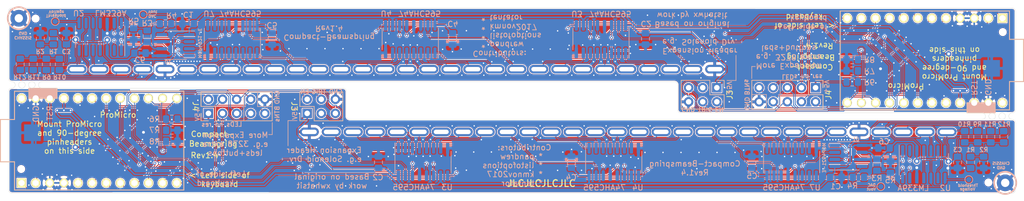
<source format=kicad_pcb>
(kicad_pcb (version 20171130) (host pcbnew 5.1.6+dfsg1-1~bpo10+1)
  (title_block (title "TH-XWhatsIt Controller pcb and optional plugboards") (date 2020-01-31) (rev 0.0.3) (company "Rainy Day Plans") (comment 1 "if plugboards are not needed, delete them ") (comment 4 "Licenced under CERN OHL Version 1.2"))
  (layers (0 F.Cu jumper) (31 B.Cu signal hide) (34 B.Paste user hide) (35 F.Paste user hide) (36 B.SilkS user hide) (37 F.SilkS user) (38 B.Mask user hide) (39 F.Mask user hide) (44 Edge.Cuts user))
  (net 0 "")
  (net 1 COL1)
  (net 2 COL2)
  (net 3 COL3)
  (net 4 COL4)
  (net 5 COL5)
  (net 6 COL6)
  (net 7 COL7)
  (net 8 COL8)
  (net 9 COL9)
  (net 10 COL10)
  (net 11 COL11)
  (net 12 COL12)
  (net 13 COL13)
  (net 14 COL14)
  (net 15 COL15)
  (net 16 COL16)
  (net 17 COL17)
  (net 18 COL18)
  (net 19 COL19)
  (net 20 COL20)
  (net 21 COL21)
  (net 22 COL22)
  (net 23 COL23)
  (net 24 SENSE1)
  (net 25 SENSE2)
  (net 26 SENSE3)
  (net 27 SENSE4)
  (net 28 SETPOINT)
  (net 29 "Net-(R4-Pad2)")
  (net 30 ROW4)
  (net 31 ROW3)
  (net 32 ROW2)
  (net 33 ROW1)
  (net 34 LOADCOL)
  (net 35 CLOCK)
  (net 36 SERIALOUT1)
  (net 37 SERIALOUT2)
  (net 38 MOSI)
  (net 39 ~SELECTDAC)
  (net 40 +5VA)
  (net 41 HEADER3)
  (net 42 HEADER4)
  (net 43 BIAS)
  (net 44 "Net-(U7-Pad9)")
  (net 45 RST)
  (net 46 "Net-(J1-Pad15)")
  (net 47 "Net-(U7-Pad7)")
  (net 48 +5VD)
  (net 49 "Net-(NT2-Pad2)")
  (net 50 "Net-(U5-Pad24)")
  (net 51 GND)
  (net 52 HEADER2_LED4)
  (net 53 HEADER1_LED5)
  (net 54 BUTTON3)
  (net 55 BUTTON2)
  (net 56 BUTTON1)
  (net 57 LED3)
  (net 58 LED2)
  (net 59 LED1)
  (module TH-XWhatsIt:tooling_hole (layer F.Cu) (at 261.58 138.99)
    (fp_text reference H3 hide)
    (fp_text value ToolingHole hide)
    (pad "" np_thru_hole circle (at 0 0) (size 1.152 1.152) (drill 1.152) (layers *.Cu *.Mask))
  )
  (module TH-XWhatsIt:tooling_hole (layer F.Cu) (at 87.4 136.56)
    (fp_text reference H2 hide)
    (fp_text value ToolingHole hide)
    (pad "" np_thru_hole circle (at 0 0) (size 1.152 1.152) (drill 1.152) (layers *.Cu *.Mask))
  )
  (module Connector_PinHeader_2.54mm:PinHeader_2x05_P2.54mm_Vertical (layer F.Cu) (at 121.11888 126.5429 90)
    (fp_text reference J4 (at 1.27 -2.33 270 unlocked) (layer F.SilkS))
    (fp_text value Conn_02x05_Odd_Even)
    (pad 10 thru_hole oval (at 2.54 10.16 90) (size 1.7 1.7) (drill 1) (layers *.Cu *.Mask) (net 51 GND))
    (pad 9 thru_hole oval (at 0 10.16 90) (size 1.7 1.7) (drill 1) (layers *.Cu *.Mask) (net 54 BUTTON3))
    (pad 8 thru_hole oval (at 2.54 7.62 90) (size 1.7 1.7) (drill 1) (layers *.Cu *.Mask) (net 55 BUTTON2))
    (pad 7 thru_hole oval (at 0 7.62 90) (size 1.7 1.7) (drill 1) (layers *.Cu *.Mask) (net 56 BUTTON1))
    (pad 6 thru_hole oval (at 2.54 5.08 90) (size 1.7 1.7) (drill 1) (layers *.Cu *.Mask) (net 53 HEADER1_LED5))
    (pad 5 thru_hole oval (at 0 5.08 90) (size 1.7 1.7) (drill 1) (layers *.Cu *.Mask) (net 52 HEADER2_LED4))
    (pad 4 thru_hole oval (at 2.54 2.54 90) (size 1.7 1.7) (drill 1) (layers *.Cu *.Mask) (net 57 LED3))
    (pad 3 thru_hole oval (at 0 2.54 90) (size 1.7 1.7) (drill 1) (layers *.Cu *.Mask) (net 58 LED2))
    (pad 2 thru_hole oval (at 2.54 0 90) (size 1.7 1.7) (drill 1) (layers *.Cu *.Mask) (net 59 LED1))
    (pad 1 thru_hole rect (at 0 0 90) (size 1.7 1.7) (drill 1) (layers *.Cu *.Mask) (net 48 +5VD))
  )
  (module Resistor_SMD:R_0805_2012Metric_Pad1.15x1.40mm_HandSolder (layer B.Cu) (at 114.52 127.575 180)
    (fp_text reference R6 (at 3.1 -0.005 unlocked) (layer B.SilkS) (effects (justify mirror)))
    (fp_text value "Not Mounted")
    (pad 2 smd roundrect (at 1.025 0 180) (size 1.15 1.4) (layers B.Cu B.Paste B.Mask) (roundrect_rratio 0.217391) (net 56 BUTTON1))
    (pad 1 smd roundrect (at -1.025 0 180) (size 1.15 1.4) (layers B.Cu B.Paste B.Mask) (roundrect_rratio 0.217391) (net 48 +5VD))
  )
  (module Resistor_SMD:R_0805_2012Metric_Pad1.15x1.40mm_HandSolder (layer B.Cu) (at 259.65 130.75 90)
    (fp_text reference R9 (at 2.25 -0.05 unlocked) (layer B.SilkS) (effects (font (size 0.8 0.8)) (justify mirror)))
    (fp_text value "100k 1%")
    (pad 2 smd roundrect (at 1.025 0 90) (size 1.15 1.4) (layers B.Cu B.Paste B.Mask) (roundrect_rratio 0.217391) (net 25 SENSE2))
    (pad 1 smd roundrect (at -1.025 0 90) (size 1.15 1.4) (layers B.Cu B.Paste B.Mask) (roundrect_rratio 0.217391) (net 43 BIAS))
  )
  (module TH-XWhatsIt:30-pin-universal-beamspring-connector_v2 (layer F.Cu) (at 196.70166 129.87538 180)
    (fp_text reference J1 hide)
    (fp_text value "BEAMSPRING CONNECTOR" hide)
    (pad 30 thru_hole oval (at 57.42 0 180) (size 3.42 1.55) (drill oval 2.7 0.8) (layers *.Cu *.Mask) (net 51 GND))
    (pad 29 thru_hole oval (at 53.46 0 180) (size 3.42 1.55) (drill oval 2.7 0.8) (layers *.Cu *.Mask) (net 1 COL1))
    (pad 28 thru_hole oval (at 49.5 0 180) (size 3.42 1.55) (drill oval 2.7 0.8) (layers *.Cu *.Mask) (net 2 COL2))
    (pad 27 thru_hole oval (at 45.54 0 180) (size 3.42 1.55) (drill oval 2.7 0.8) (layers *.Cu *.Mask) (net 3 COL3))
    (pad 26 thru_hole oval (at 41.58 0 180) (size 3.42 1.55) (drill oval 2.7 0.8) (layers *.Cu *.Mask) (net 4 COL4))
    (pad 25 thru_hole oval (at 37.62 0 180) (size 3.42 1.55) (drill oval 2.7 0.8) (layers *.Cu *.Mask) (net 5 COL5))
    (pad 24 thru_hole oval (at 33.66 0 180) (size 3.42 1.55) (drill oval 2.7 0.8) (layers *.Cu *.Mask) (net 6 COL6))
    (pad 23 thru_hole oval (at 29.7 0 180) (size 3.42 1.55) (drill oval 2.7 0.8) (layers *.Cu *.Mask) (net 7 COL7))
    (pad 22 thru_hole oval (at 25.74 0 180) (size 3.42 1.55) (drill oval 2.7 0.8) (layers *.Cu *.Mask) (net 8 COL8))
    (pad 21 thru_hole oval (at 21.78 0 180) (size 3.42 1.55) (drill oval 2.7 0.8) (layers *.Cu *.Mask) (net 9 COL9))
    (pad 20 thru_hole oval (at 17.82 0 180) (size 3.42 1.55) (drill oval 2.7 0.8) (layers *.Cu *.Mask) (net 10 COL10))
    (pad 19 thru_hole oval (at 13.86 0 180) (size 3.42 1.55) (drill oval 2.7 0.8) (layers *.Cu *.Mask) (net 11 COL11))
    (pad 18 thru_hole oval (at 9.9 0 180) (size 3.42 1.55) (drill oval 2.7 0.8) (layers *.Cu *.Mask) (net 12 COL12))
    (pad 17 thru_hole oval (at 5.94 0 180) (size 3.42 1.55) (drill oval 2.7 0.8) (layers *.Cu *.Mask) (net 13 COL13))
    (pad 16 thru_hole oval (at 1.98 0 180) (size 3.42 1.55) (drill oval 2.7 0.8) (layers *.Cu *.Mask) (net 14 COL14))
    (pad 15 thru_hole oval (at -1.98 0 180) (size 3.42 1.55) (drill oval 2.7 0.8) (layers *.Cu *.Mask) (net 46 "Net-(J1-Pad15)"))
    (pad 14 thru_hole oval (at -5.94 0 180) (size 3.42 1.55) (drill oval 2.7 0.8) (layers *.Cu *.Mask) (net 15 COL15))
    (pad 13 thru_hole oval (at -9.9 0 180) (size 3.42 1.55) (drill oval 2.7 0.8) (layers *.Cu *.Mask) (net 16 COL16))
    (pad 12 thru_hole oval (at -13.86 0 180) (size 3.42 1.55) (drill oval 2.7 0.8) (layers *.Cu *.Mask) (net 17 COL17))
    (pad 11 thru_hole oval (at -17.82 0 180) (size 3.42 1.55) (drill oval 2.7 0.8) (layers *.Cu *.Mask) (net 18 COL18))
    (pad 10 thru_hole oval (at -21.78 0 180) (size 3.42 1.55) (drill oval 2.7 0.8) (layers *.Cu *.Mask) (net 19 COL19))
    (pad 9 thru_hole oval (at -25.74 0 180) (size 3.42 1.55) (drill oval 2.7 0.8) (layers *.Cu *.Mask) (net 20 COL20))
    (pad 8 thru_hole oval (at -29.7 0 180) (size 3.42 1.55) (drill oval 2.7 0.8) (layers *.Cu *.Mask) (net 21 COL21))
    (pad 7 thru_hole oval (at -33.66 0 180) (size 3.42 1.55) (drill oval 2.7 0.8) (layers *.Cu *.Mask) (net 22 COL22))
    (pad 6 thru_hole oval (at -37.62 0 180) (size 3.42 1.55) (drill oval 2.7 0.8) (layers *.Cu *.Mask) (net 23 COL23))
    (pad 5 thru_hole oval (at -41.58 0 180) (size 3.42 1.55) (drill oval 2.7 0.8) (layers *.Cu *.Mask) (net 51 GND))
    (pad 4 thru_hole oval (at -45.54 0 180) (size 3.42 1.55) (drill oval 2.7 0.8) (layers *.Cu *.Mask) (net 27 SENSE4))
    (pad 3 thru_hole oval (at -49.5 0 180) (size 3.42 1.55) (drill oval 2.7 0.8) (layers *.Cu *.Mask) (net 26 SENSE3))
    (pad 2 thru_hole oval (at -53.46 0 180) (size 3.42 1.55) (drill oval 2.7 0.8) (layers *.Cu *.Mask) (net 25 SENSE2))
    (pad 1 thru_hole oval (at -57.42 0 180) (size 3.42 1.55) (drill oval 2.7 0.8) (layers *.Cu *.Mask) (net 24 SENSE1))
  )
  (module Resistor_SMD:R_0805_2012Metric_Pad1.15x1.40mm_HandSolder (layer B.Cu) (at 264.35 130.75 90)
    (fp_text reference R12 (at 2.25 0.05 unlocked) (layer B.SilkS) (effects (font (size 0.8 0.8)) (justify mirror)))
    (fp_text value "100k 1%")
    (pad 2 smd roundrect (at 1.025 0 90) (size 1.15 1.4) (layers B.Cu B.Paste B.Mask) (roundrect_rratio 0.217391) (net 26 SENSE3))
    (pad 1 smd roundrect (at -1.025 0 90) (size 1.15 1.4) (layers B.Cu B.Paste B.Mask) (roundrect_rratio 0.217391) (net 43 BIAS))
  )
  (module Resistor_SMD:R_0805_2012Metric_Pad1.15x1.40mm_HandSolder (layer B.Cu) (at 262 130.75 90)
    (fp_text reference R11 (at 2.25 -0.15 unlocked) (layer B.SilkS) (effects (font (size 0.8 0.8)) (justify mirror)))
    (fp_text value "100k 1%")
    (pad 2 smd roundrect (at 1.025 0 90) (size 1.15 1.4) (layers B.Cu B.Paste B.Mask) (roundrect_rratio 0.217391) (net 27 SENSE4))
    (pad 1 smd roundrect (at -1.025 0 90) (size 1.15 1.4) (layers B.Cu B.Paste B.Mask) (roundrect_rratio 0.217391) (net 43 BIAS))
  )
  (module Resistor_SMD:R_0805_2012Metric_Pad1.15x1.40mm_HandSolder (layer B.Cu) (at 257.3 130.75 90)
    (fp_text reference R10 (at 2.25 -0.05 unlocked) (layer B.SilkS) (effects (font (size 0.8 0.8)) (justify mirror)))
    (fp_text value "100k 1%")
    (pad 2 smd roundrect (at 1.025 0 90) (size 1.15 1.4) (layers B.Cu B.Paste B.Mask) (roundrect_rratio 0.217391) (net 24 SENSE1))
    (pad 1 smd roundrect (at -1.025 0 90) (size 1.15 1.4) (layers B.Cu B.Paste B.Mask) (roundrect_rratio 0.217391) (net 43 BIAS))
  )
  (module TH-XWhatsIt:PadsToShort (layer B.Cu) (at 91.17 127.145 180)
    (fp_text reference J2 hide)
    (fp_text value PadsToShort)
    (pad 1 smd rect (at -1.75 -2.88 180) (size 3 3) (layers B.Cu B.Paste B.Mask) (net 45 RST))
    (pad 2 smd rect (at 1.75 -2.88 180) (size 3 3) (layers B.Cu B.Paste B.Mask) (net 51 GND))
  )
  (module Package_SO:SOIC-14_3.9x8.7mm_P1.27mm (layer B.Cu) (at 249.95276 135.71992 270)
    (fp_text reference U2 (at 4.28008 -3.87224 unlocked) (layer B.SilkS) (effects (justify mirror)))
    (fp_text value LM339A (at 4.28008 1.90276 unlocked) (layer B.SilkS) (effects (justify mirror)))
    (pad 1 smd roundrect (at -2.475 3.81 270) (size 1.95 0.6) (layers B.Cu B.Paste B.Mask) (net 33 ROW1))
    (pad 2 smd roundrect (at -2.475 2.54 270) (size 1.95 0.6) (layers B.Cu B.Paste B.Mask) (net 32 ROW2))
    (pad 3 smd roundrect (at -2.475 1.27 270) (size 1.95 0.6) (layers B.Cu B.Paste B.Mask) (net 40 +5VA))
    (pad 4 smd roundrect (at -2.475 0 270) (size 1.95 0.6) (layers B.Cu B.Paste B.Mask) (net 28 SETPOINT))
    (pad 5 smd roundrect (at -2.475 -1.27 270) (size 1.95 0.6) (layers B.Cu B.Paste B.Mask) (net 25 SENSE2))
    (pad 6 smd roundrect (at -2.475 -2.54 270) (size 1.95 0.6) (layers B.Cu B.Paste B.Mask) (net 28 SETPOINT))
    (pad 7 smd roundrect (at -2.475 -3.81 270) (size 1.95 0.6) (layers B.Cu B.Paste B.Mask) (net 24 SENSE1))
    (pad 8 smd roundrect (at 2.475 -3.81 270) (size 1.95 0.6) (layers B.Cu B.Paste B.Mask) (net 28 SETPOINT))
    (pad 9 smd roundrect (at 2.475 -2.54 270) (size 1.95 0.6) (layers B.Cu B.Paste B.Mask) (net 26 SENSE3))
    (pad 10 smd roundrect (at 2.475 -1.27 270) (size 1.95 0.6) (layers B.Cu B.Paste B.Mask) (net 28 SETPOINT))
    (pad 11 smd roundrect (at 2.475 0 270) (size 1.95 0.6) (layers B.Cu B.Paste B.Mask) (net 27 SENSE4))
    (pad 12 smd roundrect (at 2.475 1.27 270) (size 1.95 0.6) (layers B.Cu B.Paste B.Mask) (net 51 GND))
    (pad 13 smd roundrect (at 2.475 2.54 270) (size 1.95 0.6) (layers B.Cu B.Paste B.Mask) (net 30 ROW4))
    (pad 14 smd roundrect (at 2.475 3.81 270) (size 1.95 0.6) (layers B.Cu B.Paste B.Mask) (net 31 ROW3))
  )
  (module Capacitor_SMD:C_0805_2012Metric_Pad1.15x1.40mm_HandSolder (layer B.Cu) (at 256.02336 135.36178 90)
    (fp_text reference C3 (at 2.26178 0.02664 unlocked) (layer B.SilkS) (effects (font (size 0.8 0.8)) (justify mirror)))
    (fp_text value 0U1)
    (pad 2 smd roundrect (at 1.025 0 90) (size 1.15 1.4) (layers B.Cu B.Paste B.Mask) (roundrect_rratio 0.217391) (net 40 +5VA))
    (pad 1 smd roundrect (at -1.025 0 90) (size 1.15 1.4) (layers B.Cu B.Paste B.Mask) (roundrect_rratio 0.217391) (net 51 GND))
  )
  (module TestPoint:TestPoint_Pad_D1.0mm (layer B.Cu) (at 258.05 138.475)
    (fp_text reference TP2 hide)
    (fp_text value "Threshold Voltage")
    (pad 1 smd circle (at 0 0) (size 1 1) (layers B.Cu B.Mask) (net 28 SETPOINT))
  )
  (module TestPoint:TestPoint_Pad_D1.0mm (layer B.Cu) (at 242.2 139.725)
    (fp_text reference TP1 hide)
    (fp_text value "Dac Output")
    (pad 1 smd circle (at 0 0) (size 1 1) (layers B.Cu B.Mask) (net 29 "Net-(R4-Pad2)"))
  )
  (module Connector_PinHeader_2.54mm:PinHeader_2x03_P2.54mm_Vertical (layer F.Cu) (at 138.89888 126.5429 90)
    (fp_text reference J3 (at 1.27 -2.33 270 unlocked) (layer F.SilkS))
    (fp_text value "EXPANSION HEADER" hide)
    (pad 6 thru_hole oval (at 2.54 5.08 90) (size 1.7 1.7) (drill 1) (layers *.Cu *.Mask) (net 51 GND))
    (pad 5 thru_hole oval (at 0 5.08 90) (size 1.7 1.7) (drill 1) (layers *.Cu *.Mask) (net 52 HEADER2_LED4))
    (pad 4 thru_hole oval (at 2.54 2.54 90) (size 1.7 1.7) (drill 1) (layers *.Cu *.Mask) (net 42 HEADER4))
    (pad 3 thru_hole oval (at 0 2.54 90) (size 1.7 1.7) (drill 1) (layers *.Cu *.Mask) (net 53 HEADER1_LED5))
    (pad 2 thru_hole oval (at 2.54 0 90) (size 1.7 1.7) (drill 1) (layers *.Cu *.Mask) (net 41 HEADER3))
    (pad 1 thru_hole rect (at 0 0 90) (size 1.7 1.7) (drill 1) (layers *.Cu *.Mask) (net 48 +5VD))
  )
  (module promicro:ProMicro (layer F.Cu) (at 101.4369 131.44662)
    (fp_text reference U5 hide)
    (fp_text value ProMicro (at 3.4031 -4.63662 unlocked) (layer F.SilkS))
    (pad 1 thru_hole rect (at -13.97 7.62) (size 1.6 1.6) (drill 1.1) (layers *.Cu *.Mask F.SilkS) (net 41 HEADER3))
    (pad 2 thru_hole circle (at -11.43 7.62) (size 1.6 1.6) (drill 1.1) (layers *.Cu *.Mask F.SilkS) (net 42 HEADER4))
    (pad 3 thru_hole circle (at -8.89 7.62) (size 1.6 1.6) (drill 1.1) (layers *.Cu *.Mask F.SilkS) (net 51 GND))
    (pad 4 thru_hole circle (at -6.35 7.62) (size 1.6 1.6) (drill 1.1) (layers *.Cu *.Mask F.SilkS) (net 51 GND))
    (pad 5 thru_hole circle (at -3.81 7.62) (size 1.6 1.6) (drill 1.1) (layers *.Cu *.Mask F.SilkS) (net 32 ROW2))
    (pad 6 thru_hole circle (at -1.27 7.62) (size 1.6 1.6) (drill 1.1) (layers *.Cu *.Mask F.SilkS) (net 33 ROW1))
    (pad 7 thru_hole circle (at 1.27 7.62) (size 1.6 1.6) (drill 1.1) (layers *.Cu *.Mask F.SilkS) (net 30 ROW4))
    (pad 8 thru_hole circle (at 3.81 7.62) (size 1.6 1.6) (drill 1.1) (layers *.Cu *.Mask F.SilkS) (net 31 ROW3))
    (pad 9 thru_hole circle (at 6.35 7.62) (size 1.6 1.6) (drill 1.1) (layers *.Cu *.Mask F.SilkS) (net 53 HEADER1_LED5))
    (pad 10 thru_hole circle (at 8.89 7.62) (size 1.6 1.6) (drill 1.1) (layers *.Cu *.Mask F.SilkS) (net 52 HEADER2_LED4))
    (pad 11 thru_hole circle (at 11.43 7.62) (size 1.6 1.6) (drill 1.1) (layers *.Cu *.Mask F.SilkS) (net 58 LED2))
    (pad 12 thru_hole circle (at 13.97 7.62) (size 1.6 1.6) (drill 1.1) (layers *.Cu *.Mask F.SilkS) (net 57 LED3))
    (pad 13 thru_hole circle (at 13.97 -7.62) (size 1.6 1.6) (drill 1.1) (layers *.Cu *.Mask F.SilkS) (net 56 BUTTON1))
    (pad 14 thru_hole circle (at 11.43 -7.62) (size 1.6 1.6) (drill 1.1) (layers *.Cu *.Mask F.SilkS) (net 38 MOSI))
    (pad 15 thru_hole circle (at 8.89 -7.62) (size 1.6 1.6) (drill 1.1) (layers *.Cu *.Mask F.SilkS) (net 55 BUTTON2))
    (pad 16 thru_hole circle (at 6.35 -7.62) (size 1.6 1.6) (drill 1.1) (layers *.Cu *.Mask F.SilkS) (net 35 CLOCK))
    (pad 17 thru_hole circle (at 3.81 -7.62) (size 1.6 1.6) (drill 1.1) (layers *.Cu *.Mask F.SilkS) (net 34 LOADCOL))
    (pad 18 thru_hole circle (at 1.27 -7.62) (size 1.6 1.6) (drill 1.1) (layers *.Cu *.Mask F.SilkS) (net 39 ~SELECTDAC))
    (pad 19 thru_hole circle (at -1.27 -7.62) (size 1.6 1.6) (drill 1.1) (layers *.Cu *.Mask F.SilkS) (net 59 LED1))
    (pad 20 thru_hole circle (at -3.81 -7.62) (size 1.6 1.6) (drill 1.1) (layers *.Cu *.Mask F.SilkS) (net 54 BUTTON3))
    (pad 21 thru_hole circle (at -6.35 -7.62) (size 1.6 1.6) (drill 1.1) (layers *.Cu *.Mask F.SilkS) (net 49 "Net-(NT2-Pad2)"))
    (pad 22 thru_hole circle (at -8.89 -7.62) (size 1.6 1.6) (drill 1.1) (layers *.Cu *.Mask F.SilkS) (net 45 RST))
    (pad 23 thru_hole circle (at -11.43 -7.62) (size 1.6 1.6) (drill 1.1) (layers *.Cu *.Mask F.SilkS) (net 51 GND))
    (pad 24 thru_hole circle (at -13.97 -7.62) (size 1.6 1.6) (drill 1.1) (layers *.Cu *.Mask F.SilkS) (net 50 "Net-(U5-Pad24)"))
  )
  (module Resistor_SMD:R_0805_2012Metric_Pad1.15x1.40mm_HandSolder (layer B.Cu) (at 114.52 131.575)
    (fp_text reference R8 (at -3.1 0.05 unlocked) (layer B.SilkS) (effects (justify mirror)))
    (fp_text value "Not Mounted")
    (pad 2 smd roundrect (at 1.025 0) (size 1.15 1.4) (layers B.Cu B.Paste B.Mask) (roundrect_rratio 0.217391) (net 51 GND))
    (pad 1 smd roundrect (at -1.025 0) (size 1.15 1.4) (layers B.Cu B.Paste B.Mask) (roundrect_rratio 0.217391) (net 55 BUTTON2))
  )
  (module TH-XWhatsIt:ChassisGnd (layer B.Cu) (at 264.6 139.05)
    (fp_text reference H1 hide)
    (fp_text value MountingHole_Pad)
    (pad 1 thru_hole circle (at 0 0) (size 3 3) (drill 1.5) (layers *.Cu *.Mask) (net 51 GND))
  )
  (module Resistor_SMD:R_0805_2012Metric_Pad1.15x1.40mm_HandSolder (layer B.Cu) (at 114.52 129.575)
    (fp_text reference R7 (at -3.1 0 unlocked) (layer B.SilkS) (effects (justify mirror)))
    (fp_text value "Not Mounted")
    (pad 2 smd roundrect (at 1.025 0) (size 1.15 1.4) (layers B.Cu B.Paste B.Mask) (roundrect_rratio 0.217391) (net 51 GND))
    (pad 1 smd roundrect (at -1.025 0) (size 1.15 1.4) (layers B.Cu B.Paste B.Mask) (roundrect_rratio 0.217391) (net 56 BUTTON1))
  )
  (module NetTie:NetTie-3_THT_Pad0.3mm (layer B.Cu) (at 93.89198 126.0034)
    (fp_text reference NT2 hide)
    (fp_text value Net-Tie_3)
    (fp_poly (pts (xy 0 0.3) (xy 2.4 0.3) (xy 2.4 -0.3) (xy 0 -0.3)) (layer F.Cu) (width 0))
    (fp_poly (pts (xy 0 0.3) (xy 2.4 0.3) (xy 2.4 -0.3) (xy 0 -0.3)) (layer B.Cu) (width 0))
    (pad 1 thru_hole circle (at 0 0) (size 0.6 0.6) (drill 0.3) (layers *.Cu) (net 48 +5VD))
    (pad 2 thru_hole circle (at 1.2 0) (size 0.6 0.6) (drill 0.3) (layers *.Cu) (net 49 "Net-(NT2-Pad2)"))
    (pad 3 thru_hole circle (at 2.4 0) (size 0.6 0.6) (drill 0.3) (layers *.Cu) (net 40 +5VA))
  )
  (module Resistor_SMD:R_0805_2012Metric_Pad1.15x1.40mm_HandSolder (layer B.Cu) (at 243.93296 136.20252 270)
    (fp_text reference R5 (at 2.39748 0.00796 unlocked) (layer B.SilkS) (effects (justify mirror)))
    (fp_text value 4K7)
    (pad 2 smd roundrect (at 1.025 0 270) (size 1.15 1.4) (layers B.Cu B.Paste B.Mask) (roundrect_rratio 0.217391) (net 28 SETPOINT))
    (pad 1 smd roundrect (at -1.025 0 270) (size 1.15 1.4) (layers B.Cu B.Paste B.Mask) (roundrect_rratio 0.217391) (net 51 GND))
  )
  (module Resistor_SMD:R_0805_2012Metric_Pad1.15x1.40mm_HandSolder (layer B.Cu) (at 238.17732 138.05926 180)
    (fp_text reference R4 (at 1.07732 -1.51574 unlocked) (layer B.SilkS) (effects (justify mirror)))
    (fp_text value 20K)
    (pad 2 smd roundrect (at 1.025 0 180) (size 1.15 1.4) (layers B.Cu B.Paste B.Mask) (roundrect_rratio 0.217391) (net 29 "Net-(R4-Pad2)"))
    (pad 1 smd roundrect (at -1.025 0 180) (size 1.15 1.4) (layers B.Cu B.Paste B.Mask) (roundrect_rratio 0.217391) (net 28 SETPOINT))
  )
  (module Resistor_SMD:R_0805_2012Metric_Pad1.15x1.40mm_HandSolder (layer B.Cu) (at 241.49202 135.83168 90)
    (fp_text reference R3 (at -2.39332 -0.01702 unlocked) (layer B.SilkS) (effects (justify mirror)))
    (fp_text value 20K)
    (pad 2 smd roundrect (at 1.025 0 90) (size 1.15 1.4) (layers B.Cu B.Paste B.Mask) (roundrect_rratio 0.217391) (net 40 +5VA))
    (pad 1 smd roundrect (at -1.025 0 90) (size 1.15 1.4) (layers B.Cu B.Paste B.Mask) (roundrect_rratio 0.217391) (net 28 SETPOINT))
  )
  (module Resistor_SMD:R_0805_2012Metric_Pad1.15x1.40mm_HandSolder (layer B.Cu) (at 260.72336 135.36178 90)
    (fp_text reference R2 (at 2.26178 0.02664 unlocked) (layer B.SilkS) (effects (font (size 0.8 0.8)) (justify mirror)))
    (fp_text value 1K)
    (pad 2 smd roundrect (at 1.025 0 90) (size 1.15 1.4) (layers B.Cu B.Paste B.Mask) (roundrect_rratio 0.217391) (net 43 BIAS))
    (pad 1 smd roundrect (at -1.025 0 90) (size 1.15 1.4) (layers B.Cu B.Paste B.Mask) (roundrect_rratio 0.217391) (net 51 GND))
  )
  (module Resistor_SMD:R_0805_2012Metric_Pad1.15x1.40mm_HandSolder (layer B.Cu) (at 258.37336 135.36178 90)
    (fp_text reference R1 (at 2.26178 -0.02336 unlocked) (layer B.SilkS) (effects (font (size 0.8 0.8)) (justify mirror)))
    (fp_text value 4K7)
    (pad 2 smd roundrect (at 1.025 0 90) (size 1.15 1.4) (layers B.Cu B.Paste B.Mask) (roundrect_rratio 0.217391) (net 43 BIAS))
    (pad 1 smd roundrect (at -1.025 0 90) (size 1.15 1.4) (layers B.Cu B.Paste B.Mask) (roundrect_rratio 0.217391) (net 40 +5VA))
  )
  (module Capacitor_SMD:C_0805_2012Metric_Pad1.15x1.40mm_HandSolder (layer B.Cu) (at 242.78234 132.76844)
    (fp_text reference C6 (at 0.00254 -1.17348 unlocked) (layer B.SilkS) (effects (justify mirror)))
    (fp_text value 0U1)
    (pad 2 smd roundrect (at 1.025 0) (size 1.15 1.4) (layers B.Cu B.Paste B.Mask) (roundrect_rratio 0.217391) (net 40 +5VA))
    (pad 1 smd roundrect (at -1.025 0) (size 1.15 1.4) (layers B.Cu B.Paste B.Mask) (roundrect_rratio 0.217391) (net 51 GND))
  )
  (module Capacitor_SMD:C_0805_2012Metric_Pad1.15x1.40mm_HandSolder (layer B.Cu) (at 218.98254 135.33384 270)
    (fp_text reference C5 (at 2.48158 -0.0254 unlocked) (layer B.SilkS) (effects (justify mirror)))
    (fp_text value 0U1)
    (pad 2 smd roundrect (at 1.025 0 270) (size 1.15 1.4) (layers B.Cu B.Paste B.Mask) (roundrect_rratio 0.217391) (net 48 +5VD))
    (pad 1 smd roundrect (at -1.025 0 270) (size 1.15 1.4) (layers B.Cu B.Paste B.Mask) (roundrect_rratio 0.217391) (net 51 GND))
  )
  (module Capacitor_SMD:C_0805_2012Metric_Pad1.15x1.40mm_HandSolder (layer B.Cu) (at 186.48172 135.33384 270)
    (fp_text reference C4 (at 2.73304 0.04928 unlocked) (layer B.SilkS) (effects (justify mirror)))
    (fp_text value 0U1)
    (pad 2 smd roundrect (at 1.025 0 270) (size 1.15 1.4) (layers B.Cu B.Paste B.Mask) (roundrect_rratio 0.217391) (net 48 +5VD))
    (pad 1 smd roundrect (at -1.025 0 270) (size 1.15 1.4) (layers B.Cu B.Paste B.Mask) (roundrect_rratio 0.217391) (net 51 GND))
  )
  (module Capacitor_SMD:C_0805_2012Metric_Pad1.15x1.40mm_HandSolder (layer B.Cu) (at 151.74214 135.33384 270)
    (fp_text reference C2 (at 2.72542 0.10516 unlocked) (layer B.SilkS) (effects (justify mirror)))
    (fp_text value 0U1)
    (pad 2 smd roundrect (at 1.025 0 270) (size 1.15 1.4) (layers B.Cu B.Paste B.Mask) (roundrect_rratio 0.217391) (net 48 +5VD))
    (pad 1 smd roundrect (at -1.025 0 270) (size 1.15 1.4) (layers B.Cu B.Paste B.Mask) (roundrect_rratio 0.217391) (net 51 GND))
  )
  (module Capacitor_SMD:C_0805_2012Metric_Pad1.15x1.40mm_HandSolder (layer B.Cu) (at 234.11078 138.05926 180)
    (fp_text reference C1 (at 0.04826 -1.63068 unlocked) (layer B.SilkS) (effects (justify mirror)))
    (fp_text value 0U1)
    (pad 2 smd roundrect (at 1.025 0 180) (size 1.15 1.4) (layers B.Cu B.Paste B.Mask) (roundrect_rratio 0.217391) (net 40 +5VA))
    (pad 1 smd roundrect (at -1.025 0 180) (size 1.15 1.4) (layers B.Cu B.Paste B.Mask) (roundrect_rratio 0.217391) (net 51 GND))
  )
  (module Package_SO:SOIC-16_3.9x9.9mm_P1.27mm (layer B.Cu) (at 194.10578 135.30336 270)
    (fp_text reference U4 (at 4.61264 -4.32816 unlocked) (layer B.SilkS) (effects (justify mirror)))
    (fp_text value 74AHC595 (at 4.61264 1.66116 unlocked) (layer B.SilkS) (effects (justify mirror)))
    (pad 1 smd roundrect (at -2.475 4.445 270) (size 1.95 0.6) (layers B.Cu B.Paste B.Mask) (net 10 COL10))
    (pad 2 smd roundrect (at -2.475 3.175 270) (size 1.95 0.6) (layers B.Cu B.Paste B.Mask) (net 11 COL11))
    (pad 3 smd roundrect (at -2.475 1.905 270) (size 1.95 0.6) (layers B.Cu B.Paste B.Mask) (net 12 COL12))
    (pad 4 smd roundrect (at -2.475 0.635 270) (size 1.95 0.6) (layers B.Cu B.Paste B.Mask) (net 13 COL13))
    (pad 5 smd roundrect (at -2.475 -0.635 270) (size 1.95 0.6) (layers B.Cu B.Paste B.Mask) (net 14 COL14))
    (pad 6 smd roundrect (at -2.475 -1.905 270) (size 1.95 0.6) (layers B.Cu B.Paste B.Mask) (net 15 COL15))
    (pad 7 smd roundrect (at -2.475 -3.175 270) (size 1.95 0.6) (layers B.Cu B.Paste B.Mask) (net 16 COL16))
    (pad 8 smd roundrect (at -2.475 -4.445 270) (size 1.95 0.6) (layers B.Cu B.Paste B.Mask) (net 51 GND))
    (pad 9 smd roundrect (at 2.475 -4.445 270) (size 1.95 0.6) (layers B.Cu B.Paste B.Mask) (net 37 SERIALOUT2))
    (pad 10 smd roundrect (at 2.475 -3.175 270) (size 1.95 0.6) (layers B.Cu B.Paste B.Mask) (net 48 +5VD))
    (pad 11 smd roundrect (at 2.475 -1.905 270) (size 1.95 0.6) (layers B.Cu B.Paste B.Mask) (net 35 CLOCK))
    (pad 12 smd roundrect (at 2.475 -0.635 270) (size 1.95 0.6) (layers B.Cu B.Paste B.Mask) (net 34 LOADCOL))
    (pad 13 smd roundrect (at 2.475 0.635 270) (size 1.95 0.6) (layers B.Cu B.Paste B.Mask) (net 51 GND))
    (pad 14 smd roundrect (at 2.475 1.905 270) (size 1.95 0.6) (layers B.Cu B.Paste B.Mask) (net 36 SERIALOUT1))
    (pad 15 smd roundrect (at 2.475 3.175 270) (size 1.95 0.6) (layers B.Cu B.Paste B.Mask) (net 9 COL9))
    (pad 16 smd roundrect (at 2.475 4.445 270) (size 1.95 0.6) (layers B.Cu B.Paste B.Mask) (net 48 +5VD))
  )
  (module Package_SO:SOIC-8_3.9x4.9mm_P1.27mm (layer B.Cu) (at 236.37138 134.19338)
    (fp_text reference U1 (at 1.36862 -2.96338 unlocked) (layer B.SilkS) (effects (font (size 0.6 0.6) (thickness 0.125)) (justify mirror)))
    (fp_text value MCP4921-E (at -4.36138 0.35662 90 unlocked) (layer B.SilkS) (effects (font (size 0.6 0.6) (thickness 0.125)) (justify mirror)))
    (pad 8 smd roundrect (at 2.475 1.905) (size 1.95 0.6) (layers B.Cu B.Paste B.Mask) (net 29 "Net-(R4-Pad2)"))
    (pad 7 smd roundrect (at 2.475 0.635) (size 1.95 0.6) (layers B.Cu B.Paste B.Mask) (net 51 GND))
    (pad 6 smd roundrect (at 2.475 -0.635) (size 1.95 0.6) (layers B.Cu B.Paste B.Mask) (net 40 +5VA))
    (pad 5 smd roundrect (at 2.475 -1.905) (size 1.95 0.6) (layers B.Cu B.Paste B.Mask) (net 51 GND))
    (pad 4 smd roundrect (at -2.475 -1.905) (size 1.95 0.6) (layers B.Cu B.Paste B.Mask) (net 38 MOSI))
    (pad 3 smd roundrect (at -2.475 -0.635) (size 1.95 0.6) (layers B.Cu B.Paste B.Mask) (net 35 CLOCK))
    (pad 2 smd roundrect (at -2.475 0.635) (size 1.95 0.6) (layers B.Cu B.Paste B.Mask) (net 39 ~SELECTDAC))
    (pad 1 smd roundrect (at -2.475 1.905) (size 1.95 0.6) (layers B.Cu B.Paste B.Mask) (net 40 +5VA))
  )
  (module Package_SO:SOIC-16_3.9x9.9mm_P1.27mm (layer B.Cu) (at 226.13772 135.30336 270)
    (fp_text reference U7 (at 4.60248 -4.21894 unlocked) (layer B.SilkS) (effects (justify mirror)))
    (fp_text value 74AHC595 (at 4.60248 1.37922 unlocked) (layer B.SilkS) (effects (justify mirror)))
    (pad 16 smd roundrect (at 2.475 4.445 270) (size 1.95 0.6) (layers B.Cu B.Paste B.Mask) (net 48 +5VD))
    (pad 15 smd roundrect (at 2.475 3.175 270) (size 1.95 0.6) (layers B.Cu B.Paste B.Mask) (net 17 COL17))
    (pad 14 smd roundrect (at 2.475 1.905 270) (size 1.95 0.6) (layers B.Cu B.Paste B.Mask) (net 37 SERIALOUT2))
    (pad 13 smd roundrect (at 2.475 0.635 270) (size 1.95 0.6) (layers B.Cu B.Paste B.Mask) (net 51 GND))
    (pad 12 smd roundrect (at 2.475 -0.635 270) (size 1.95 0.6) (layers B.Cu B.Paste B.Mask) (net 34 LOADCOL))
    (pad 11 smd roundrect (at 2.475 -1.905 270) (size 1.95 0.6) (layers B.Cu B.Paste B.Mask) (net 35 CLOCK))
    (pad 10 smd roundrect (at 2.475 -3.175 270) (size 1.95 0.6) (layers B.Cu B.Paste B.Mask) (net 48 +5VD))
    (pad 9 smd roundrect (at 2.475 -4.445 270) (size 1.95 0.6) (layers B.Cu B.Paste B.Mask) (net 44 "Net-(U7-Pad9)"))
    (pad 8 smd roundrect (at -2.475 -4.445 270) (size 1.95 0.6) (layers B.Cu B.Paste B.Mask) (net 51 GND))
    (pad 7 smd roundrect (at -2.475 -3.175 270) (size 1.95 0.6) (layers B.Cu B.Paste B.Mask) (net 47 "Net-(U7-Pad7)"))
    (pad 6 smd roundrect (at -2.475 -1.905 270) (size 1.95 0.6) (layers B.Cu B.Paste B.Mask) (net 23 COL23))
    (pad 5 smd roundrect (at -2.475 -0.635 270) (size 1.95 0.6) (layers B.Cu B.Paste B.Mask) (net 22 COL22))
    (pad 4 smd roundrect (at -2.475 0.635 270) (size 1.95 0.6) (layers B.Cu B.Paste B.Mask) (net 21 COL21))
    (pad 3 smd roundrect (at -2.475 1.905 270) (size 1.95 0.6) (layers B.Cu B.Paste B.Mask) (net 20 COL20))
    (pad 2 smd roundrect (at -2.475 3.175 270) (size 1.95 0.6) (layers B.Cu B.Paste B.Mask) (net 19 COL19))
    (pad 1 smd roundrect (at -2.475 4.445 270) (size 1.95 0.6) (layers B.Cu B.Paste B.Mask) (net 18 COL18))
  )
  (module Package_SO:SOIC-16_3.9x9.9mm_P1.27mm (layer B.Cu) (at 159.7599 135.30336 270)
    (fp_text reference U3 (at 4.54914 -4.3307 unlocked) (layer B.SilkS) (effects (justify mirror)))
    (fp_text value 74AHC595 (at 4.54914 1.62814 unlocked) (layer B.SilkS) (effects (justify mirror)))
    (pad 16 smd roundrect (at 2.475 4.445 270) (size 1.95 0.6) (layers B.Cu B.Paste B.Mask) (net 48 +5VD))
    (pad 15 smd roundrect (at 2.475 3.175 270) (size 1.95 0.6) (layers B.Cu B.Paste B.Mask) (net 1 COL1))
    (pad 14 smd roundrect (at 2.475 1.905 270) (size 1.95 0.6) (layers B.Cu B.Paste B.Mask) (net 38 MOSI))
    (pad 13 smd roundrect (at 2.475 0.635 270) (size 1.95 0.6) (layers B.Cu B.Paste B.Mask) (net 51 GND))
    (pad 12 smd roundrect (at 2.475 -0.635 270) (size 1.95 0.6) (layers B.Cu B.Paste B.Mask) (net 34 LOADCOL))
    (pad 11 smd roundrect (at 2.475 -1.905 270) (size 1.95 0.6) (layers B.Cu B.Paste B.Mask) (net 35 CLOCK))
    (pad 10 smd roundrect (at 2.475 -3.175 270) (size 1.95 0.6) (layers B.Cu B.Paste B.Mask) (net 48 +5VD))
    (pad 9 smd roundrect (at 2.475 -4.445 270) (size 1.95 0.6) (layers B.Cu B.Paste B.Mask) (net 36 SERIALOUT1))
    (pad 8 smd roundrect (at -2.475 -4.445 270) (size 1.95 0.6) (layers B.Cu B.Paste B.Mask) (net 51 GND))
    (pad 7 smd roundrect (at -2.475 -3.175 270) (size 1.95 0.6) (layers B.Cu B.Paste B.Mask) (net 8 COL8))
    (pad 6 smd roundrect (at -2.475 -1.905 270) (size 1.95 0.6) (layers B.Cu B.Paste B.Mask) (net 7 COL7))
    (pad 5 smd roundrect (at -2.475 -0.635 270) (size 1.95 0.6) (layers B.Cu B.Paste B.Mask) (net 6 COL6))
    (pad 4 smd roundrect (at -2.475 0.635 270) (size 1.95 0.6) (layers B.Cu B.Paste B.Mask) (net 5 COL5))
    (pad 3 smd roundrect (at -2.475 1.905 270) (size 1.95 0.6) (layers B.Cu B.Paste B.Mask) (net 4 COL4))
    (pad 2 smd roundrect (at -2.475 3.175 270) (size 1.95 0.6) (layers B.Cu B.Paste B.Mask) (net 3 COL3))
    (pad 1 smd roundrect (at -2.475 4.445 270) (size 1.95 0.6) (layers B.Cu B.Paste B.Mask) (net 2 COL2))
  )
  (module TH-XWhatsIt:tooling_hole (layer F.Cu) (at 89.99 109.47 180)
    (fp_text reference H3 hide)
    (fp_text value ToolingHole hide)
    (pad "" np_thru_hole circle (at 0 0 180) (size 1.152 1.152) (drill 1.152) (layers *.Cu *.Mask))
  )
  (module TH-XWhatsIt:tooling_hole (layer F.Cu) (at 264.17 111.9 180)
    (fp_text reference H2 hide)
    (fp_text value ToolingHole hide)
    (pad "" np_thru_hole circle (at 0 0 180) (size 1.152 1.152) (drill 1.152) (layers *.Cu *.Mask))
  )
  (module Connector_PinHeader_2.54mm:PinHeader_2x05_P2.54mm_Vertical (layer F.Cu) (at 230.45112 121.9171 270)
    (fp_text reference J4 (at 1.27 -2.33 90 unlocked) (layer F.SilkS))
    (fp_text value Conn_02x05_Odd_Even)
    (pad 10 thru_hole oval (at 2.54 10.16 270) (size 1.7 1.7) (drill 1) (layers *.Cu *.Mask) (net 51 GND))
    (pad 9 thru_hole oval (at 0 10.16 270) (size 1.7 1.7) (drill 1) (layers *.Cu *.Mask) (net 54 BUTTON3))
    (pad 8 thru_hole oval (at 2.54 7.62 270) (size 1.7 1.7) (drill 1) (layers *.Cu *.Mask) (net 55 BUTTON2))
    (pad 7 thru_hole oval (at 0 7.62 270) (size 1.7 1.7) (drill 1) (layers *.Cu *.Mask) (net 56 BUTTON1))
    (pad 6 thru_hole oval (at 2.54 5.08 270) (size 1.7 1.7) (drill 1) (layers *.Cu *.Mask) (net 53 HEADER1_LED5))
    (pad 5 thru_hole oval (at 0 5.08 270) (size 1.7 1.7) (drill 1) (layers *.Cu *.Mask) (net 52 HEADER2_LED4))
    (pad 4 thru_hole oval (at 2.54 2.54 270) (size 1.7 1.7) (drill 1) (layers *.Cu *.Mask) (net 57 LED3))
    (pad 3 thru_hole oval (at 0 2.54 270) (size 1.7 1.7) (drill 1) (layers *.Cu *.Mask) (net 58 LED2))
    (pad 2 thru_hole oval (at 2.54 0 270) (size 1.7 1.7) (drill 1) (layers *.Cu *.Mask) (net 59 LED1))
    (pad 1 thru_hole rect (at 0 0 270) (size 1.7 1.7) (drill 1) (layers *.Cu *.Mask) (net 48 +5VD))
  )
  (module Resistor_SMD:R_0805_2012Metric_Pad1.15x1.40mm_HandSolder (layer B.Cu) (at 237.05 120.885)
    (fp_text reference R6 (at 3.1 -0.005 -180 unlocked) (layer B.SilkS) (effects (justify mirror)))
    (fp_text value "Not Mounted")
    (pad 2 smd roundrect (at 1.025 0) (size 1.15 1.4) (layers B.Cu B.Paste B.Mask) (roundrect_rratio 0.217391) (net 56 BUTTON1))
    (pad 1 smd roundrect (at -1.025 0) (size 1.15 1.4) (layers B.Cu B.Paste B.Mask) (roundrect_rratio 0.217391) (net 48 +5VD))
  )
  (module Resistor_SMD:R_0805_2012Metric_Pad1.15x1.40mm_HandSolder (layer B.Cu) (at 91.92 117.71 270)
    (fp_text reference R9 (at 2.25 -0.05 180 unlocked) (layer B.SilkS) (effects (font (size 0.8 0.8)) (justify mirror)))
    (fp_text value "100k 1%")
    (pad 2 smd roundrect (at 1.025 0 270) (size 1.15 1.4) (layers B.Cu B.Paste B.Mask) (roundrect_rratio 0.217391) (net 25 SENSE2))
    (pad 1 smd roundrect (at -1.025 0 270) (size 1.15 1.4) (layers B.Cu B.Paste B.Mask) (roundrect_rratio 0.217391) (net 43 BIAS))
  )
  (module TH-XWhatsIt:30-pin-universal-beamspring-connector_v2 (layer F.Cu) (at 154.86834 118.58462)
    (fp_text reference J1 hide)
    (fp_text value "BEAMSPRING CONNECTOR" hide)
    (pad 30 thru_hole oval (at 57.42 0) (size 3.42 1.55) (drill oval 2.7 0.8) (layers *.Cu *.Mask) (net 51 GND))
    (pad 29 thru_hole oval (at 53.46 0) (size 3.42 1.55) (drill oval 2.7 0.8) (layers *.Cu *.Mask) (net 1 COL1))
    (pad 28 thru_hole oval (at 49.5 0) (size 3.42 1.55) (drill oval 2.7 0.8) (layers *.Cu *.Mask) (net 2 COL2))
    (pad 27 thru_hole oval (at 45.54 0) (size 3.42 1.55) (drill oval 2.7 0.8) (layers *.Cu *.Mask) (net 3 COL3))
    (pad 26 thru_hole oval (at 41.58 0) (size 3.42 1.55) (drill oval 2.7 0.8) (layers *.Cu *.Mask) (net 4 COL4))
    (pad 25 thru_hole oval (at 37.62 0) (size 3.42 1.55) (drill oval 2.7 0.8) (layers *.Cu *.Mask) (net 5 COL5))
    (pad 24 thru_hole oval (at 33.66 0) (size 3.42 1.55) (drill oval 2.7 0.8) (layers *.Cu *.Mask) (net 6 COL6))
    (pad 23 thru_hole oval (at 29.7 0) (size 3.42 1.55) (drill oval 2.7 0.8) (layers *.Cu *.Mask) (net 7 COL7))
    (pad 22 thru_hole oval (at 25.74 0) (size 3.42 1.55) (drill oval 2.7 0.8) (layers *.Cu *.Mask) (net 8 COL8))
    (pad 21 thru_hole oval (at 21.78 0) (size 3.42 1.55) (drill oval 2.7 0.8) (layers *.Cu *.Mask) (net 9 COL9))
    (pad 20 thru_hole oval (at 17.82 0) (size 3.42 1.55) (drill oval 2.7 0.8) (layers *.Cu *.Mask) (net 10 COL10))
    (pad 19 thru_hole oval (at 13.86 0) (size 3.42 1.55) (drill oval 2.7 0.8) (layers *.Cu *.Mask) (net 11 COL11))
    (pad 18 thru_hole oval (at 9.9 0) (size 3.42 1.55) (drill oval 2.7 0.8) (layers *.Cu *.Mask) (net 12 COL12))
    (pad 17 thru_hole oval (at 5.94 0) (size 3.42 1.55) (drill oval 2.7 0.8) (layers *.Cu *.Mask) (net 13 COL13))
    (pad 16 thru_hole oval (at 1.98 0) (size 3.42 1.55) (drill oval 2.7 0.8) (layers *.Cu *.Mask) (net 14 COL14))
    (pad 15 thru_hole oval (at -1.98 0) (size 3.42 1.55) (drill oval 2.7 0.8) (layers *.Cu *.Mask) (net 46 "Net-(J1-Pad15)"))
    (pad 14 thru_hole oval (at -5.94 0) (size 3.42 1.55) (drill oval 2.7 0.8) (layers *.Cu *.Mask) (net 15 COL15))
    (pad 13 thru_hole oval (at -9.9 0) (size 3.42 1.55) (drill oval 2.7 0.8) (layers *.Cu *.Mask) (net 16 COL16))
    (pad 12 thru_hole oval (at -13.86 0) (size 3.42 1.55) (drill oval 2.7 0.8) (layers *.Cu *.Mask) (net 17 COL17))
    (pad 11 thru_hole oval (at -17.82 0) (size 3.42 1.55) (drill oval 2.7 0.8) (layers *.Cu *.Mask) (net 18 COL18))
    (pad 10 thru_hole oval (at -21.78 0) (size 3.42 1.55) (drill oval 2.7 0.8) (layers *.Cu *.Mask) (net 19 COL19))
    (pad 9 thru_hole oval (at -25.74 0) (size 3.42 1.55) (drill oval 2.7 0.8) (layers *.Cu *.Mask) (net 20 COL20))
    (pad 8 thru_hole oval (at -29.7 0) (size 3.42 1.55) (drill oval 2.7 0.8) (layers *.Cu *.Mask) (net 21 COL21))
    (pad 7 thru_hole oval (at -33.66 0) (size 3.42 1.55) (drill oval 2.7 0.8) (layers *.Cu *.Mask) (net 22 COL22))
    (pad 6 thru_hole oval (at -37.62 0) (size 3.42 1.55) (drill oval 2.7 0.8) (layers *.Cu *.Mask) (net 23 COL23))
    (pad 5 thru_hole oval (at -41.58 0) (size 3.42 1.55) (drill oval 2.7 0.8) (layers *.Cu *.Mask) (net 51 GND))
    (pad 4 thru_hole oval (at -45.54 0) (size 3.42 1.55) (drill oval 2.7 0.8) (layers *.Cu *.Mask) (net 27 SENSE4))
    (pad 3 thru_hole oval (at -49.5 0) (size 3.42 1.55) (drill oval 2.7 0.8) (layers *.Cu *.Mask) (net 26 SENSE3))
    (pad 2 thru_hole oval (at -53.46 0) (size 3.42 1.55) (drill oval 2.7 0.8) (layers *.Cu *.Mask) (net 25 SENSE2))
    (pad 1 thru_hole oval (at -57.42 0) (size 3.42 1.55) (drill oval 2.7 0.8) (layers *.Cu *.Mask) (net 24 SENSE1))
  )
  (module Resistor_SMD:R_0805_2012Metric_Pad1.15x1.40mm_HandSolder (layer B.Cu) (at 87.22 117.71 270)
    (fp_text reference R12 (at 2.25 0.05 180 unlocked) (layer B.SilkS) (effects (font (size 0.8 0.8)) (justify mirror)))
    (fp_text value "100k 1%")
    (pad 2 smd roundrect (at 1.025 0 270) (size 1.15 1.4) (layers B.Cu B.Paste B.Mask) (roundrect_rratio 0.217391) (net 26 SENSE3))
    (pad 1 smd roundrect (at -1.025 0 270) (size 1.15 1.4) (layers B.Cu B.Paste B.Mask) (roundrect_rratio 0.217391) (net 43 BIAS))
  )
  (module Resistor_SMD:R_0805_2012Metric_Pad1.15x1.40mm_HandSolder (layer B.Cu) (at 89.57 117.71 270)
    (fp_text reference R11 (at 2.25 -0.15 180 unlocked) (layer B.SilkS) (effects (font (size 0.8 0.8)) (justify mirror)))
    (fp_text value "100k 1%")
    (pad 2 smd roundrect (at 1.025 0 270) (size 1.15 1.4) (layers B.Cu B.Paste B.Mask) (roundrect_rratio 0.217391) (net 27 SENSE4))
    (pad 1 smd roundrect (at -1.025 0 270) (size 1.15 1.4) (layers B.Cu B.Paste B.Mask) (roundrect_rratio 0.217391) (net 43 BIAS))
  )
  (module Resistor_SMD:R_0805_2012Metric_Pad1.15x1.40mm_HandSolder (layer B.Cu) (at 94.27 117.71 270)
    (fp_text reference R10 (at 2.25 -0.05 180 unlocked) (layer B.SilkS) (effects (font (size 0.8 0.8)) (justify mirror)))
    (fp_text value "100k 1%")
    (pad 2 smd roundrect (at 1.025 0 270) (size 1.15 1.4) (layers B.Cu B.Paste B.Mask) (roundrect_rratio 0.217391) (net 24 SENSE1))
    (pad 1 smd roundrect (at -1.025 0 270) (size 1.15 1.4) (layers B.Cu B.Paste B.Mask) (roundrect_rratio 0.217391) (net 43 BIAS))
  )
  (module TH-XWhatsIt:PadsToShort (layer B.Cu) (at 260.4 121.315)
    (fp_text reference J2 hide)
    (fp_text value PadsToShort)
    (pad 1 smd rect (at -1.75 -2.88) (size 3 3) (layers B.Cu B.Paste B.Mask) (net 45 RST))
    (pad 2 smd rect (at 1.75 -2.88) (size 3 3) (layers B.Cu B.Paste B.Mask) (net 51 GND))
  )
  (module Package_SO:SOIC-14_3.9x8.7mm_P1.27mm (layer B.Cu) (at 101.61724 112.74008 90)
    (fp_text reference U2 (at 4.28008 -3.87224 -180 unlocked) (layer B.SilkS) (effects (justify mirror)))
    (fp_text value LM339A (at 4.28008 1.90276 -180 unlocked) (layer B.SilkS) (effects (justify mirror)))
    (pad 1 smd roundrect (at -2.475 3.81 90) (size 1.95 0.6) (layers B.Cu B.Paste B.Mask) (net 33 ROW1))
    (pad 2 smd roundrect (at -2.475 2.54 90) (size 1.95 0.6) (layers B.Cu B.Paste B.Mask) (net 32 ROW2))
    (pad 3 smd roundrect (at -2.475 1.27 90) (size 1.95 0.6) (layers B.Cu B.Paste B.Mask) (net 40 +5VA))
    (pad 4 smd roundrect (at -2.475 0 90) (size 1.95 0.6) (layers B.Cu B.Paste B.Mask) (net 28 SETPOINT))
    (pad 5 smd roundrect (at -2.475 -1.27 90) (size 1.95 0.6) (layers B.Cu B.Paste B.Mask) (net 25 SENSE2))
    (pad 6 smd roundrect (at -2.475 -2.54 90) (size 1.95 0.6) (layers B.Cu B.Paste B.Mask) (net 28 SETPOINT))
    (pad 7 smd roundrect (at -2.475 -3.81 90) (size 1.95 0.6) (layers B.Cu B.Paste B.Mask) (net 24 SENSE1))
    (pad 8 smd roundrect (at 2.475 -3.81 90) (size 1.95 0.6) (layers B.Cu B.Paste B.Mask) (net 28 SETPOINT))
    (pad 9 smd roundrect (at 2.475 -2.54 90) (size 1.95 0.6) (layers B.Cu B.Paste B.Mask) (net 26 SENSE3))
    (pad 10 smd roundrect (at 2.475 -1.27 90) (size 1.95 0.6) (layers B.Cu B.Paste B.Mask) (net 28 SETPOINT))
    (pad 11 smd roundrect (at 2.475 0 90) (size 1.95 0.6) (layers B.Cu B.Paste B.Mask) (net 27 SENSE4))
    (pad 12 smd roundrect (at 2.475 1.27 90) (size 1.95 0.6) (layers B.Cu B.Paste B.Mask) (net 51 GND))
    (pad 13 smd roundrect (at 2.475 2.54 90) (size 1.95 0.6) (layers B.Cu B.Paste B.Mask) (net 30 ROW4))
    (pad 14 smd roundrect (at 2.475 3.81 90) (size 1.95 0.6) (layers B.Cu B.Paste B.Mask) (net 31 ROW3))
  )
  (module Capacitor_SMD:C_0805_2012Metric_Pad1.15x1.40mm_HandSolder (layer B.Cu) (at 95.54664 113.09822 270)
    (fp_text reference C3 (at 2.26178 0.02664 180 unlocked) (layer B.SilkS) (effects (font (size 0.8 0.8)) (justify mirror)))
    (fp_text value 0U1)
    (pad 2 smd roundrect (at 1.025 0 270) (size 1.15 1.4) (layers B.Cu B.Paste B.Mask) (roundrect_rratio 0.217391) (net 40 +5VA))
    (pad 1 smd roundrect (at -1.025 0 270) (size 1.15 1.4) (layers B.Cu B.Paste B.Mask) (roundrect_rratio 0.217391) (net 51 GND))
  )
  (module TestPoint:TestPoint_Pad_D1.0mm (layer B.Cu) (at 93.52 109.985 180)
    (fp_text reference TP2 hide)
    (fp_text value "Threshold Voltage")
    (pad 1 smd circle (at 0 0 180) (size 1 1) (layers B.Cu B.Mask) (net 28 SETPOINT))
  )
  (module TestPoint:TestPoint_Pad_D1.0mm (layer B.Cu) (at 109.37 108.735 180)
    (fp_text reference TP1 hide)
    (fp_text value "Dac Output")
    (pad 1 smd circle (at 0 0 180) (size 1 1) (layers B.Cu B.Mask) (net 29 "Net-(R4-Pad2)"))
  )
  (module Connector_PinHeader_2.54mm:PinHeader_2x03_P2.54mm_Vertical (layer F.Cu) (at 212.67112 121.9171 270)
    (fp_text reference J3 (at 1.27 -2.33 90 unlocked) (layer F.SilkS))
    (fp_text value "EXPANSION HEADER" hide)
    (pad 6 thru_hole oval (at 2.54 5.08 270) (size 1.7 1.7) (drill 1) (layers *.Cu *.Mask) (net 51 GND))
    (pad 5 thru_hole oval (at 0 5.08 270) (size 1.7 1.7) (drill 1) (layers *.Cu *.Mask) (net 52 HEADER2_LED4))
    (pad 4 thru_hole oval (at 2.54 2.54 270) (size 1.7 1.7) (drill 1) (layers *.Cu *.Mask) (net 42 HEADER4))
    (pad 3 thru_hole oval (at 0 2.54 270) (size 1.7 1.7) (drill 1) (layers *.Cu *.Mask) (net 53 HEADER1_LED5))
    (pad 2 thru_hole oval (at 2.54 0 270) (size 1.7 1.7) (drill 1) (layers *.Cu *.Mask) (net 41 HEADER3))
    (pad 1 thru_hole rect (at 0 0 270) (size 1.7 1.7) (drill 1) (layers *.Cu *.Mask) (net 48 +5VD))
  )
  (module promicro:ProMicro (layer F.Cu) (at 250.1331 117.01338 180)
    (fp_text reference U5 hide)
    (fp_text value ProMicro (at 3.4031 -4.63662 180 unlocked) (layer F.SilkS))
    (pad 1 thru_hole rect (at -13.97 7.62 180) (size 1.6 1.6) (drill 1.1) (layers *.Cu *.Mask F.SilkS) (net 41 HEADER3))
    (pad 2 thru_hole circle (at -11.43 7.62 180) (size 1.6 1.6) (drill 1.1) (layers *.Cu *.Mask F.SilkS) (net 42 HEADER4))
    (pad 3 thru_hole circle (at -8.89 7.62 180) (size 1.6 1.6) (drill 1.1) (layers *.Cu *.Mask F.SilkS) (net 51 GND))
    (pad 4 thru_hole circle (at -6.35 7.62 180) (size 1.6 1.6) (drill 1.1) (layers *.Cu *.Mask F.SilkS) (net 51 GND))
    (pad 5 thru_hole circle (at -3.81 7.62 180) (size 1.6 1.6) (drill 1.1) (layers *.Cu *.Mask F.SilkS) (net 32 ROW2))
    (pad 6 thru_hole circle (at -1.27 7.62 180) (size 1.6 1.6) (drill 1.1) (layers *.Cu *.Mask F.SilkS) (net 33 ROW1))
    (pad 7 thru_hole circle (at 1.27 7.62 180) (size 1.6 1.6) (drill 1.1) (layers *.Cu *.Mask F.SilkS) (net 30 ROW4))
    (pad 8 thru_hole circle (at 3.81 7.62 180) (size 1.6 1.6) (drill 1.1) (layers *.Cu *.Mask F.SilkS) (net 31 ROW3))
    (pad 9 thru_hole circle (at 6.35 7.62 180) (size 1.6 1.6) (drill 1.1) (layers *.Cu *.Mask F.SilkS) (net 53 HEADER1_LED5))
    (pad 10 thru_hole circle (at 8.89 7.62 180) (size 1.6 1.6) (drill 1.1) (layers *.Cu *.Mask F.SilkS) (net 52 HEADER2_LED4))
    (pad 11 thru_hole circle (at 11.43 7.62 180) (size 1.6 1.6) (drill 1.1) (layers *.Cu *.Mask F.SilkS) (net 58 LED2))
    (pad 12 thru_hole circle (at 13.97 7.62 180) (size 1.6 1.6) (drill 1.1) (layers *.Cu *.Mask F.SilkS) (net 57 LED3))
    (pad 13 thru_hole circle (at 13.97 -7.62 180) (size 1.6 1.6) (drill 1.1) (layers *.Cu *.Mask F.SilkS) (net 56 BUTTON1))
    (pad 14 thru_hole circle (at 11.43 -7.62 180) (size 1.6 1.6) (drill 1.1) (layers *.Cu *.Mask F.SilkS) (net 38 MOSI))
    (pad 15 thru_hole circle (at 8.89 -7.62 180) (size 1.6 1.6) (drill 1.1) (layers *.Cu *.Mask F.SilkS) (net 55 BUTTON2))
    (pad 16 thru_hole circle (at 6.35 -7.62 180) (size 1.6 1.6) (drill 1.1) (layers *.Cu *.Mask F.SilkS) (net 35 CLOCK))
    (pad 17 thru_hole circle (at 3.81 -7.62 180) (size 1.6 1.6) (drill 1.1) (layers *.Cu *.Mask F.SilkS) (net 34 LOADCOL))
    (pad 18 thru_hole circle (at 1.27 -7.62 180) (size 1.6 1.6) (drill 1.1) (layers *.Cu *.Mask F.SilkS) (net 39 ~SELECTDAC))
    (pad 19 thru_hole circle (at -1.27 -7.62 180) (size 1.6 1.6) (drill 1.1) (layers *.Cu *.Mask F.SilkS) (net 59 LED1))
    (pad 20 thru_hole circle (at -3.81 -7.62 180) (size 1.6 1.6) (drill 1.1) (layers *.Cu *.Mask F.SilkS) (net 54 BUTTON3))
    (pad 21 thru_hole circle (at -6.35 -7.62 180) (size 1.6 1.6) (drill 1.1) (layers *.Cu *.Mask F.SilkS) (net 49 "Net-(NT2-Pad2)"))
    (pad 22 thru_hole circle (at -8.89 -7.62 180) (size 1.6 1.6) (drill 1.1) (layers *.Cu *.Mask F.SilkS) (net 45 RST))
    (pad 23 thru_hole circle (at -11.43 -7.62 180) (size 1.6 1.6) (drill 1.1) (layers *.Cu *.Mask F.SilkS) (net 51 GND))
    (pad 24 thru_hole circle (at -13.97 -7.62 180) (size 1.6 1.6) (drill 1.1) (layers *.Cu *.Mask F.SilkS) (net 50 "Net-(U5-Pad24)"))
  )
  (module Resistor_SMD:R_0805_2012Metric_Pad1.15x1.40mm_HandSolder (layer B.Cu) (at 237.05 116.885 180)
    (fp_text reference R8 (at -3.1 0.05 180 unlocked) (layer B.SilkS) (effects (justify mirror)))
    (fp_text value "Not Mounted")
    (pad 2 smd roundrect (at 1.025 0 180) (size 1.15 1.4) (layers B.Cu B.Paste B.Mask) (roundrect_rratio 0.217391) (net 51 GND))
    (pad 1 smd roundrect (at -1.025 0 180) (size 1.15 1.4) (layers B.Cu B.Paste B.Mask) (roundrect_rratio 0.217391) (net 55 BUTTON2))
  )
  (module TH-XWhatsIt:ChassisGnd (layer B.Cu) (at 86.97 109.41 180)
    (fp_text reference H1 hide)
    (fp_text value MountingHole_Pad)
    (pad 1 thru_hole circle (at 0 0 180) (size 3 3) (drill 1.5) (layers *.Cu *.Mask) (net 51 GND))
  )
  (module Resistor_SMD:R_0805_2012Metric_Pad1.15x1.40mm_HandSolder (layer B.Cu) (at 237.05 118.885 180)
    (fp_text reference R7 (at -3.1 0 180 unlocked) (layer B.SilkS) (effects (justify mirror)))
    (fp_text value "Not Mounted")
    (pad 2 smd roundrect (at 1.025 0 180) (size 1.15 1.4) (layers B.Cu B.Paste B.Mask) (roundrect_rratio 0.217391) (net 51 GND))
    (pad 1 smd roundrect (at -1.025 0 180) (size 1.15 1.4) (layers B.Cu B.Paste B.Mask) (roundrect_rratio 0.217391) (net 56 BUTTON1))
  )
  (module NetTie:NetTie-3_THT_Pad0.3mm (layer B.Cu) (at 257.67802 122.4566 180)
    (fp_text reference NT2 hide)
    (fp_text value Net-Tie_3)
    (fp_poly (pts (xy 0 0.3) (xy 2.4 0.3) (xy 2.4 -0.3) (xy 0 -0.3)) (layer F.Cu) (width 0))
    (fp_poly (pts (xy 0 0.3) (xy 2.4 0.3) (xy 2.4 -0.3) (xy 0 -0.3)) (layer B.Cu) (width 0))
    (pad 1 thru_hole circle (at 0 0 180) (size 0.6 0.6) (drill 0.3) (layers *.Cu) (net 48 +5VD))
    (pad 2 thru_hole circle (at 1.2 0 180) (size 0.6 0.6) (drill 0.3) (layers *.Cu) (net 49 "Net-(NT2-Pad2)"))
    (pad 3 thru_hole circle (at 2.4 0 180) (size 0.6 0.6) (drill 0.3) (layers *.Cu) (net 40 +5VA))
  )
  (module Resistor_SMD:R_0805_2012Metric_Pad1.15x1.40mm_HandSolder (layer B.Cu) (at 107.63704 112.25748 90)
    (fp_text reference R5 (at 2.39748 0.00796 -180 unlocked) (layer B.SilkS) (effects (justify mirror)))
    (fp_text value 4K7)
    (pad 2 smd roundrect (at 1.025 0 90) (size 1.15 1.4) (layers B.Cu B.Paste B.Mask) (roundrect_rratio 0.217391) (net 28 SETPOINT))
    (pad 1 smd roundrect (at -1.025 0 90) (size 1.15 1.4) (layers B.Cu B.Paste B.Mask) (roundrect_rratio 0.217391) (net 51 GND))
  )
  (module Resistor_SMD:R_0805_2012Metric_Pad1.15x1.40mm_HandSolder (layer B.Cu) (at 113.39268 110.40074)
    (fp_text reference R4 (at 1.07732 -1.51574 -180 unlocked) (layer B.SilkS) (effects (justify mirror)))
    (fp_text value 20K)
    (pad 2 smd roundrect (at 1.025 0) (size 1.15 1.4) (layers B.Cu B.Paste B.Mask) (roundrect_rratio 0.217391) (net 29 "Net-(R4-Pad2)"))
    (pad 1 smd roundrect (at -1.025 0) (size 1.15 1.4) (layers B.Cu B.Paste B.Mask) (roundrect_rratio 0.217391) (net 28 SETPOINT))
  )
  (module Resistor_SMD:R_0805_2012Metric_Pad1.15x1.40mm_HandSolder (layer B.Cu) (at 110.07798 112.62832 270)
    (fp_text reference R3 (at -2.39332 -0.01702 180 unlocked) (layer B.SilkS) (effects (justify mirror)))
    (fp_text value 20K)
    (pad 2 smd roundrect (at 1.025 0 270) (size 1.15 1.4) (layers B.Cu B.Paste B.Mask) (roundrect_rratio 0.217391) (net 40 +5VA))
    (pad 1 smd roundrect (at -1.025 0 270) (size 1.15 1.4) (layers B.Cu B.Paste B.Mask) (roundrect_rratio 0.217391) (net 28 SETPOINT))
  )
  (module Resistor_SMD:R_0805_2012Metric_Pad1.15x1.40mm_HandSolder (layer B.Cu) (at 90.84664 113.09822 270)
    (fp_text reference R2 (at 2.26178 0.02664 180 unlocked) (layer B.SilkS) (effects (font (size 0.8 0.8)) (justify mirror)))
    (fp_text value 1K)
    (pad 2 smd roundrect (at 1.025 0 270) (size 1.15 1.4) (layers B.Cu B.Paste B.Mask) (roundrect_rratio 0.217391) (net 43 BIAS))
    (pad 1 smd roundrect (at -1.025 0 270) (size 1.15 1.4) (layers B.Cu B.Paste B.Mask) (roundrect_rratio 0.217391) (net 51 GND))
  )
  (module Resistor_SMD:R_0805_2012Metric_Pad1.15x1.40mm_HandSolder (layer B.Cu) (at 93.19664 113.09822 270)
    (fp_text reference R1 (at 2.26178 -0.02336 180 unlocked) (layer B.SilkS) (effects (font (size 0.8 0.8)) (justify mirror)))
    (fp_text value 4K7)
    (pad 2 smd roundrect (at 1.025 0 270) (size 1.15 1.4) (layers B.Cu B.Paste B.Mask) (roundrect_rratio 0.217391) (net 43 BIAS))
    (pad 1 smd roundrect (at -1.025 0 270) (size 1.15 1.4) (layers B.Cu B.Paste B.Mask) (roundrect_rratio 0.217391) (net 40 +5VA))
  )
  (module Capacitor_SMD:C_0805_2012Metric_Pad1.15x1.40mm_HandSolder (layer B.Cu) (at 108.78766 115.69156 180)
    (fp_text reference C6 (at 0.00254 -1.17348 180 unlocked) (layer B.SilkS) (effects (justify mirror)))
    (fp_text value 0U1)
    (pad 2 smd roundrect (at 1.025 0 180) (size 1.15 1.4) (layers B.Cu B.Paste B.Mask) (roundrect_rratio 0.217391) (net 40 +5VA))
    (pad 1 smd roundrect (at -1.025 0 180) (size 1.15 1.4) (layers B.Cu B.Paste B.Mask) (roundrect_rratio 0.217391) (net 51 GND))
  )
  (module Capacitor_SMD:C_0805_2012Metric_Pad1.15x1.40mm_HandSolder (layer B.Cu) (at 132.58746 113.12616 90)
    (fp_text reference C5 (at 2.48158 -0.0254 -180 unlocked) (layer B.SilkS) (effects (justify mirror)))
    (fp_text value 0U1)
    (pad 2 smd roundrect (at 1.025 0 90) (size 1.15 1.4) (layers B.Cu B.Paste B.Mask) (roundrect_rratio 0.217391) (net 48 +5VD))
    (pad 1 smd roundrect (at -1.025 0 90) (size 1.15 1.4) (layers B.Cu B.Paste B.Mask) (roundrect_rratio 0.217391) (net 51 GND))
  )
  (module Capacitor_SMD:C_0805_2012Metric_Pad1.15x1.40mm_HandSolder (layer B.Cu) (at 165.08828 113.12616 90)
    (fp_text reference C4 (at 2.73304 0.04928 -180 unlocked) (layer B.SilkS) (effects (justify mirror)))
    (fp_text value 0U1)
    (pad 2 smd roundrect (at 1.025 0 90) (size 1.15 1.4) (layers B.Cu B.Paste B.Mask) (roundrect_rratio 0.217391) (net 48 +5VD))
    (pad 1 smd roundrect (at -1.025 0 90) (size 1.15 1.4) (layers B.Cu B.Paste B.Mask) (roundrect_rratio 0.217391) (net 51 GND))
  )
  (module Capacitor_SMD:C_0805_2012Metric_Pad1.15x1.40mm_HandSolder (layer B.Cu) (at 199.82786 113.12616 90)
    (fp_text reference C2 (at 2.72542 0.10516 -180 unlocked) (layer B.SilkS) (effects (justify mirror)))
    (fp_text value 0U1)
    (pad 2 smd roundrect (at 1.025 0 90) (size 1.15 1.4) (layers B.Cu B.Paste B.Mask) (roundrect_rratio 0.217391) (net 48 +5VD))
    (pad 1 smd roundrect (at -1.025 0 90) (size 1.15 1.4) (layers B.Cu B.Paste B.Mask) (roundrect_rratio 0.217391) (net 51 GND))
  )
  (module Capacitor_SMD:C_0805_2012Metric_Pad1.15x1.40mm_HandSolder (layer B.Cu) (at 117.45922 110.40074)
    (fp_text reference C1 (at 0.04826 -1.63068 -180 unlocked) (layer B.SilkS) (effects (justify mirror)))
    (fp_text value 0U1)
    (pad 2 smd roundrect (at 1.025 0) (size 1.15 1.4) (layers B.Cu B.Paste B.Mask) (roundrect_rratio 0.217391) (net 40 +5VA))
    (pad 1 smd roundrect (at -1.025 0) (size 1.15 1.4) (layers B.Cu B.Paste B.Mask) (roundrect_rratio 0.217391) (net 51 GND))
  )
  (module Package_SO:SOIC-16_3.9x9.9mm_P1.27mm (layer B.Cu) (at 157.46422 113.15664 90)
    (fp_text reference U4 (at 4.61264 -4.32816 -180 unlocked) (layer B.SilkS) (effects (justify mirror)))
    (fp_text value 74AHC595 (at 4.61264 1.66116 -180 unlocked) (layer B.SilkS) (effects (justify mirror)))
    (pad 1 smd roundrect (at -2.475 4.445 90) (size 1.95 0.6) (layers B.Cu B.Paste B.Mask) (net 10 COL10))
    (pad 2 smd roundrect (at -2.475 3.175 90) (size 1.95 0.6) (layers B.Cu B.Paste B.Mask) (net 11 COL11))
    (pad 3 smd roundrect (at -2.475 1.905 90) (size 1.95 0.6) (layers B.Cu B.Paste B.Mask) (net 12 COL12))
    (pad 4 smd roundrect (at -2.475 0.635 90) (size 1.95 0.6) (layers B.Cu B.Paste B.Mask) (net 13 COL13))
    (pad 5 smd roundrect (at -2.475 -0.635 90) (size 1.95 0.6) (layers B.Cu B.Paste B.Mask) (net 14 COL14))
    (pad 6 smd roundrect (at -2.475 -1.905 90) (size 1.95 0.6) (layers B.Cu B.Paste B.Mask) (net 15 COL15))
    (pad 7 smd roundrect (at -2.475 -3.175 90) (size 1.95 0.6) (layers B.Cu B.Paste B.Mask) (net 16 COL16))
    (pad 8 smd roundrect (at -2.475 -4.445 90) (size 1.95 0.6) (layers B.Cu B.Paste B.Mask) (net 51 GND))
    (pad 9 smd roundrect (at 2.475 -4.445 90) (size 1.95 0.6) (layers B.Cu B.Paste B.Mask) (net 37 SERIALOUT2))
    (pad 10 smd roundrect (at 2.475 -3.175 90) (size 1.95 0.6) (layers B.Cu B.Paste B.Mask) (net 48 +5VD))
    (pad 11 smd roundrect (at 2.475 -1.905 90) (size 1.95 0.6) (layers B.Cu B.Paste B.Mask) (net 35 CLOCK))
    (pad 12 smd roundrect (at 2.475 -0.635 90) (size 1.95 0.6) (layers B.Cu B.Paste B.Mask) (net 34 LOADCOL))
    (pad 13 smd roundrect (at 2.475 0.635 90) (size 1.95 0.6) (layers B.Cu B.Paste B.Mask) (net 51 GND))
    (pad 14 smd roundrect (at 2.475 1.905 90) (size 1.95 0.6) (layers B.Cu B.Paste B.Mask) (net 36 SERIALOUT1))
    (pad 15 smd roundrect (at 2.475 3.175 90) (size 1.95 0.6) (layers B.Cu B.Paste B.Mask) (net 9 COL9))
    (pad 16 smd roundrect (at 2.475 4.445 90) (size 1.95 0.6) (layers B.Cu B.Paste B.Mask) (net 48 +5VD))
  )
  (module Package_SO:SOIC-8_3.9x4.9mm_P1.27mm (layer B.Cu) (at 115.19862 114.26662 180)
    (fp_text reference U1 (at 1.36862 -2.96338 180 unlocked) (layer B.SilkS) (effects (font (size 0.6 0.6) (thickness 0.125)) (justify mirror)))
    (fp_text value MCP4921-E (at -4.36138 0.35662 270 unlocked) (layer B.SilkS) (effects (font (size 0.6 0.6) (thickness 0.125)) (justify mirror)))
    (pad 8 smd roundrect (at 2.475 1.905 180) (size 1.95 0.6) (layers B.Cu B.Paste B.Mask) (net 29 "Net-(R4-Pad2)"))
    (pad 7 smd roundrect (at 2.475 0.635 180) (size 1.95 0.6) (layers B.Cu B.Paste B.Mask) (net 51 GND))
    (pad 6 smd roundrect (at 2.475 -0.635 180) (size 1.95 0.6) (layers B.Cu B.Paste B.Mask) (net 40 +5VA))
    (pad 5 smd roundrect (at 2.475 -1.905 180) (size 1.95 0.6) (layers B.Cu B.Paste B.Mask) (net 51 GND))
    (pad 4 smd roundrect (at -2.475 -1.905 180) (size 1.95 0.6) (layers B.Cu B.Paste B.Mask) (net 38 MOSI))
    (pad 3 smd roundrect (at -2.475 -0.635 180) (size 1.95 0.6) (layers B.Cu B.Paste B.Mask) (net 35 CLOCK))
    (pad 2 smd roundrect (at -2.475 0.635 180) (size 1.95 0.6) (layers B.Cu B.Paste B.Mask) (net 39 ~SELECTDAC))
    (pad 1 smd roundrect (at -2.475 1.905 180) (size 1.95 0.6) (layers B.Cu B.Paste B.Mask) (net 40 +5VA))
  )
  (module Package_SO:SOIC-16_3.9x9.9mm_P1.27mm (layer B.Cu) (at 125.43228 113.15664 90)
    (fp_text reference U7 (at 4.60248 -4.21894 -180 unlocked) (layer B.SilkS) (effects (justify mirror)))
    (fp_text value 74AHC595 (at 4.60248 1.37922 -180 unlocked) (layer B.SilkS) (effects (justify mirror)))
    (pad 16 smd roundrect (at 2.475 4.445 90) (size 1.95 0.6) (layers B.Cu B.Paste B.Mask) (net 48 +5VD))
    (pad 15 smd roundrect (at 2.475 3.175 90) (size 1.95 0.6) (layers B.Cu B.Paste B.Mask) (net 17 COL17))
    (pad 14 smd roundrect (at 2.475 1.905 90) (size 1.95 0.6) (layers B.Cu B.Paste B.Mask) (net 37 SERIALOUT2))
    (pad 13 smd roundrect (at 2.475 0.635 90) (size 1.95 0.6) (layers B.Cu B.Paste B.Mask) (net 51 GND))
    (pad 12 smd roundrect (at 2.475 -0.635 90) (size 1.95 0.6) (layers B.Cu B.Paste B.Mask) (net 34 LOADCOL))
    (pad 11 smd roundrect (at 2.475 -1.905 90) (size 1.95 0.6) (layers B.Cu B.Paste B.Mask) (net 35 CLOCK))
    (pad 10 smd roundrect (at 2.475 -3.175 90) (size 1.95 0.6) (layers B.Cu B.Paste B.Mask) (net 48 +5VD))
    (pad 9 smd roundrect (at 2.475 -4.445 90) (size 1.95 0.6) (layers B.Cu B.Paste B.Mask) (net 44 "Net-(U7-Pad9)"))
    (pad 8 smd roundrect (at -2.475 -4.445 90) (size 1.95 0.6) (layers B.Cu B.Paste B.Mask) (net 51 GND))
    (pad 7 smd roundrect (at -2.475 -3.175 90) (size 1.95 0.6) (layers B.Cu B.Paste B.Mask) (net 47 "Net-(U7-Pad7)"))
    (pad 6 smd roundrect (at -2.475 -1.905 90) (size 1.95 0.6) (layers B.Cu B.Paste B.Mask) (net 23 COL23))
    (pad 5 smd roundrect (at -2.475 -0.635 90) (size 1.95 0.6) (layers B.Cu B.Paste B.Mask) (net 22 COL22))
    (pad 4 smd roundrect (at -2.475 0.635 90) (size 1.95 0.6) (layers B.Cu B.Paste B.Mask) (net 21 COL21))
    (pad 3 smd roundrect (at -2.475 1.905 90) (size 1.95 0.6) (layers B.Cu B.Paste B.Mask) (net 20 COL20))
    (pad 2 smd roundrect (at -2.475 3.175 90) (size 1.95 0.6) (layers B.Cu B.Paste B.Mask) (net 19 COL19))
    (pad 1 smd roundrect (at -2.475 4.445 90) (size 1.95 0.6) (layers B.Cu B.Paste B.Mask) (net 18 COL18))
  )
  (module Package_SO:SOIC-16_3.9x9.9mm_P1.27mm (layer B.Cu) (at 191.8101 113.15664 90)
    (fp_text reference U3 (at 4.54914 -4.3307 -180 unlocked) (layer B.SilkS) (effects (justify mirror)))
    (fp_text value 74AHC595 (at 4.54914 1.62814 -180 unlocked) (layer B.SilkS) (effects (justify mirror)))
    (pad 16 smd roundrect (at 2.475 4.445 90) (size 1.95 0.6) (layers B.Cu B.Paste B.Mask) (net 48 +5VD))
    (pad 15 smd roundrect (at 2.475 3.175 90) (size 1.95 0.6) (layers B.Cu B.Paste B.Mask) (net 1 COL1))
    (pad 14 smd roundrect (at 2.475 1.905 90) (size 1.95 0.6) (layers B.Cu B.Paste B.Mask) (net 38 MOSI))
    (pad 13 smd roundrect (at 2.475 0.635 90) (size 1.95 0.6) (layers B.Cu B.Paste B.Mask) (net 51 GND))
    (pad 12 smd roundrect (at 2.475 -0.635 90) (size 1.95 0.6) (layers B.Cu B.Paste B.Mask) (net 34 LOADCOL))
    (pad 11 smd roundrect (at 2.475 -1.905 90) (size 1.95 0.6) (layers B.Cu B.Paste B.Mask) (net 35 CLOCK))
    (pad 10 smd roundrect (at 2.475 -3.175 90) (size 1.95 0.6) (layers B.Cu B.Paste B.Mask) (net 48 +5VD))
    (pad 9 smd roundrect (at 2.475 -4.445 90) (size 1.95 0.6) (layers B.Cu B.Paste B.Mask) (net 36 SERIALOUT1))
    (pad 8 smd roundrect (at -2.475 -4.445 90) (size 1.95 0.6) (layers B.Cu B.Paste B.Mask) (net 51 GND))
    (pad 7 smd roundrect (at -2.475 -3.175 90) (size 1.95 0.6) (layers B.Cu B.Paste B.Mask) (net 8 COL8))
    (pad 6 smd roundrect (at -2.475 -1.905 90) (size 1.95 0.6) (layers B.Cu B.Paste B.Mask) (net 7 COL7))
    (pad 5 smd roundrect (at -2.475 -0.635 90) (size 1.95 0.6) (layers B.Cu B.Paste B.Mask) (net 6 COL6))
    (pad 4 smd roundrect (at -2.475 0.635 90) (size 1.95 0.6) (layers B.Cu B.Paste B.Mask) (net 5 COL5))
    (pad 3 smd roundrect (at -2.475 1.905 90) (size 1.95 0.6) (layers B.Cu B.Paste B.Mask) (net 4 COL4))
    (pad 2 smd roundrect (at -2.475 3.175 90) (size 1.95 0.6) (layers B.Cu B.Paste B.Mask) (net 3 COL3))
    (pad 1 smd roundrect (at -2.475 4.445 90) (size 1.95 0.6) (layers B.Cu B.Paste B.Mask) (net 2 COL2))
  )
  (gr_text JLCJLCJLCJLC (at 181.07 139.15) (layer F.SilkS) (effects (font (size 1.2 1.2) (thickness 0.2))))
  (gr_arc (start 262.25 127.05) (end 262.25 126.45) (angle -180) (layer Edge.Cuts) (width 0.05))
  (gr_arc (start 260.45 127.05) (end 260.45 127.65) (angle -180) (layer Edge.Cuts) (width 0.05))
  (gr_arc (start 262.25 127.05) (end 262.25 127.65) (angle -180) (layer Edge.Cuts) (width 0.05))
  (gr_arc (start 264.05 127.05) (end 264.05 127.65) (angle -180) (layer Edge.Cuts) (width 0.05))
  (gr_arc (start 264.05 127.05) (end 264.05 126.45) (angle -180) (layer Edge.Cuts) (width 0.05))
  (gr_arc (start 265.85 127.05) (end 265.85 126.45) (angle -180) (layer Edge.Cuts) (width 0.05))
  (gr_line (start 91.12 122.01) (end 145.35 122.01) (layer Edge.Cuts) (width 0.05))
  (gr_arc (start 85.72 122.61) (end 85.72 122.01) (angle -90) (layer Edge.Cuts) (width 0.05))
  (gr_arc (start 91.12 121.41) (end 91.12 120.81) (angle -180) (layer Edge.Cuts) (width 0.05))
  (gr_arc (start 89.32 121.41) (end 89.32 120.81) (angle -180) (layer Edge.Cuts) (width 0.05))
  (gr_arc (start 89.32 121.41) (end 89.32 122.01) (angle -180) (layer Edge.Cuts) (width 0.05))
  (gr_arc (start 87.52 121.41) (end 87.52 122.01) (angle -180) (layer Edge.Cuts) (width 0.05))
  (gr_arc (start 85.72 121.41) (end 85.72 122.01) (angle -180) (layer Edge.Cuts) (width 0.05))
  (gr_arc (start 87.52 121.41) (end 87.52 120.81) (angle -180) (layer Edge.Cuts) (width 0.05))
  (gr_text "LEDs no res" (at 123.52 128.51) (layer B.SilkS) (effects (font (size 0.8 0.8)) (justify mirror)))
  (gr_text BTNs (at 133.49 126.65 90) (layer B.SilkS) (effects (font (size 0.8 0.8)) (justify mirror)))
  (gr_line (start 129.98 125.31) (end 132.61 125.31) (layer B.SilkS) (width 0.12))
  (gr_line (start 129.98 122.68) (end 129.98 125.31) (layer B.SilkS) (width 0.12))
  (gr_line (start 127.48 122.68) (end 127.48 127.81) (layer B.SilkS) (width 0.12))
  (gr_text GND (at 133.49 123.67 90) (layer B.SilkS) (effects (font (size 0.8 0.8)) (justify mirror)))
  (gr_text +5V (at 119.158 126.708 90) (layer B.SilkS) (effects (font (size 0.8 0.8)) (justify mirror)))
  (gr_text +5V (at 136.684 126.454 90) (layer B.SilkS) (effects (font (size 0.8 0.8)) (justify mirror)))
  (gr_text EN (at 138.462 122.644) (layer B.SilkS) (effects (font (size 0.8 0.8)) (justify mirror)))
  (gr_text GND (at 144.05 122.644) (layer B.SilkS) (effects (font (size 0.8 0.8)) (justify mirror)))
  (gr_text TRIG (at 141.002 122.644) (layer B.SilkS) (effects (font (size 0.8 0.8)) (justify mirror)))
  (gr_line (start 135.45 127.85) (end 135.45 132.37) (layer B.SilkS) (width 0.12))
  (gr_line (start 137.07 127.85) (end 135.45 127.85) (layer B.SilkS) (width 0.12))
  (gr_line (start 132.61 130.36) (end 131.97 130.36) (layer B.SilkS) (width 0.12))
  (gr_line (start 132.61 128.19) (end 132.61 130.36) (layer B.SilkS) (width 0.12))
  (gr_text "More Expansion\ne.g. 3278 extra\nleds+buttons" (at 125.95 132.05) (layer B.SilkS) (effects (font (size 1 1)) (justify mirror)))
  (gr_text "Expansion Header\ne.g. Solenoid Drv." (at 141.96 133.96) (layer B.SilkS) (effects (font (size 1 1)) (justify mirror)))
  (gr_text "Mount ProMicro\nand 90-degree\npinheaders\non this side" (at 96.11 130.87) (layer F.SilkS) (effects (font (size 1 1))))
  (gr_text "Left side of >\nkeyboard" (at 122.36 138.24) (layer B.SilkS) (effects (font (size 1 1)) (justify mirror)))
  (gr_text "< Left side of\nkeyboard" (at 123.14 138.48) (layer F.SilkS) (effects (font (size 1 1))))
  (gr_text "Rev1.4\n" (at 120.43 134.09) (layer F.SilkS) (effects (font (size 1 1))))
  (gr_text "Beamspring\n\n" (at 121.99 132.81) (layer F.SilkS) (effects (font (size 1 1))))
  (gr_text "Compact-\n" (at 121.83 130.27) (layer F.SilkS) (effects (font (size 1 1))))
  (gr_poly (pts (xy 93.86 123.85) (xy 88.75 123.85) (xy 88.75 122.01) (xy 93.86 122.01)) (layer B.SilkS) (width 0.1))
  (gr_poly (pts (xy 93.86 123.85) (xy 88.75 123.85) (xy 88.75 122.01) (xy 93.86 122.01)) (layer F.SilkS) (width 0.1))
  (gr_text Vout (at 240.5 140.175) (layer B.SilkS) (effects (font (size 0.5 0.5) (thickness 0.125)) (justify mirror)))
  (gr_text Voltage (at 257.825 140.175) (layer B.SilkS) (effects (font (size 0.5 0.5) (thickness 0.125)) (justify mirror)))
  (gr_text Threshold (at 257.9 139.5) (layer B.SilkS) (effects (font (size 0.5 0.5) (thickness 0.125)) (justify mirror)))
  (gr_text DAC (at 240.55 139.45) (layer B.SilkS) (effects (font (size 0.5 0.5) (thickness 0.125)) (justify mirror)))
  (gr_text "Based on original\nwork by xwhatsit" (at 143.35 138.75) (layer B.SilkS) (effects (font (size 1 1)) (justify mirror)))
  (gr_text GND (at 90.07 126.65 90) (layer B.SilkS) (effects (font (size 1 1)) (justify mirror)))
  (gr_text RST (at 92.57 126.5 90) (layer B.SilkS) (effects (font (size 1 1)) (justify mirror)))
  (gr_text "Compact-Beamspring\nRev1.4\n" (at 208.7 136.4) (layer B.SilkS) (effects (font (size 1 1)) (justify mirror)))
  (gr_text "Contributors:\n  * pandrew\n  * listofoptions\n  * kmnov2017\n  * tentator" (at 182.95 135.9) (layer B.SilkS) (effects (font (size 1 1)) (justify left mirror)))
  (gr_text "CHASSIS\nGND" (at 263.85 135.95) (layer B.SilkS) (effects (font (size 0.5 0.5) (thickness 0.125)) (justify mirror)))
  (gr_arc (start 146.55 127.05) (end 145.95 127.05) (angle -90) (layer Edge.Cuts) (width 0.05))
  (gr_arc (start 145.35 122.61) (end 145.95 122.61) (angle -90) (layer Edge.Cuts) (width 0.05))
  (gr_arc (start 85.72 140.3) (end 85.12 140.3) (angle -90) (layer Edge.Cuts) (width 0.05))
  (gr_arc (start 265.85 140.3) (end 265.85 140.9) (angle -90) (layer Edge.Cuts) (width 0.05))
  (gr_arc (start 265.85 128.25) (end 266.45 128.25) (angle -90) (layer Edge.Cuts) (width 0.05))
  (gr_line (start 145.95 127.05) (end 145.95 122.61) (layer Edge.Cuts) (width 0.05))
  (gr_line (start 85.12 140.3) (end 85.12 122.61) (layer Edge.Cuts) (width 0.05))
  (gr_line (start 155.2 140.9) (end 85.72 140.9) (layer Edge.Cuts) (width 0.05))
  (gr_line (start 236.45 127.65) (end 146.55 127.65) (layer Edge.Cuts) (width 0.05))
  (gr_line (start 260.45 127.65) (end 236.45 127.65) (layer Edge.Cuts) (width 0.05))
  (gr_line (start 266.45 140.3) (end 266.45 128.25) (layer Edge.Cuts) (width 0.05))
  (gr_line (start 165.7 140.9) (end 265.85 140.9) (layer Edge.Cuts) (width 0.05))
  (gr_line (start 155.2 140.9) (end 165.7 140.9) (layer Edge.Cuts) (width 0.05))
  (gr_text "LEDs no res" (at 228.05 119.95 180) (layer B.SilkS) (effects (font (size 0.8 0.8)) (justify mirror)))
  (gr_text BTNs (at 218.08 121.81 270) (layer B.SilkS) (effects (font (size 0.8 0.8)) (justify mirror)))
  (gr_line (start 221.59 123.15) (end 218.96 123.15) (layer B.SilkS) (width 0.12))
  (gr_line (start 221.59 125.78) (end 221.59 123.15) (layer B.SilkS) (width 0.12))
  (gr_line (start 224.09 125.78) (end 224.09 120.65) (layer B.SilkS) (width 0.12))
  (gr_text GND (at 218.08 124.79 270) (layer B.SilkS) (effects (font (size 0.8 0.8)) (justify mirror)))
  (gr_text +5V (at 232.412 121.752 270) (layer B.SilkS) (effects (font (size 0.8 0.8)) (justify mirror)))
  (gr_text +5V (at 214.886 122.006 270) (layer B.SilkS) (effects (font (size 0.8 0.8)) (justify mirror)))
  (gr_text EN (at 213.108 125.816 180) (layer B.SilkS) (effects (font (size 0.8 0.8)) (justify mirror)))
  (gr_text GND (at 207.52 125.816 180) (layer B.SilkS) (effects (font (size 0.8 0.8)) (justify mirror)))
  (gr_text TRIG (at 210.568 125.816 180) (layer B.SilkS) (effects (font (size 0.8 0.8)) (justify mirror)))
  (gr_line (start 216.12 120.61) (end 216.12 116.09) (layer B.SilkS) (width 0.12))
  (gr_line (start 214.5 120.61) (end 216.12 120.61) (layer B.SilkS) (width 0.12))
  (gr_line (start 218.96 118.1) (end 219.6 118.1) (layer B.SilkS) (width 0.12))
  (gr_line (start 218.96 120.27) (end 218.96 118.1) (layer B.SilkS) (width 0.12))
  (gr_text "More Expansion\ne.g. 3278 extra\nleds+buttons" (at 225.62 116.41 180) (layer B.SilkS) (effects (font (size 1 1)) (justify mirror)))
  (gr_text "Expansion Header\ne.g. Solenoid Drv." (at 209.61 114.5 180) (layer B.SilkS) (effects (font (size 1 1)) (justify mirror)))
  (gr_text "Mount ProMicro\nand 90-degree\npinheaders\non this side" (at 255.46 117.59 180) (layer F.SilkS) (effects (font (size 1 1))))
  (gr_text "Left side of >\nkeyboard" (at 229.21 110.22 180) (layer B.SilkS) (effects (font (size 1 1)) (justify mirror)))
  (gr_text "< Left side of\nkeyboard" (at 228.43 109.98 180) (layer F.SilkS) (effects (font (size 1 1))))
  (gr_text "Rev1.4\n" (at 231.14 114.37 180) (layer F.SilkS) (effects (font (size 1 1))))
  (gr_text "Beamspring\n\n" (at 229.58 115.65 180) (layer F.SilkS) (effects (font (size 1 1))))
  (gr_text "Compact-\n" (at 229.74 118.19 180) (layer F.SilkS) (effects (font (size 1 1))))
  (gr_poly (pts (xy 257.71 124.61) (xy 262.82 124.61) (xy 262.82 126.45) (xy 257.71 126.45)) (layer B.SilkS) (width 0.1))
  (gr_poly (pts (xy 257.71 124.61) (xy 262.82 124.61) (xy 262.82 126.45) (xy 257.71 126.45)) (layer F.SilkS) (width 0.1))
  (gr_text Vout (at 111.07 108.285 180) (layer B.SilkS) (effects (font (size 0.5 0.5) (thickness 0.125)) (justify mirror)))
  (gr_text Voltage (at 93.745 108.285 180) (layer B.SilkS) (effects (font (size 0.5 0.5) (thickness 0.125)) (justify mirror)))
  (gr_text Threshold (at 93.67 108.96 180) (layer B.SilkS) (effects (font (size 0.5 0.5) (thickness 0.125)) (justify mirror)))
  (gr_text DAC (at 111.02 109.01 180) (layer B.SilkS) (effects (font (size 0.5 0.5) (thickness 0.125)) (justify mirror)))
  (gr_text "Based on original\nwork by xwhatsit" (at 208.22 109.71 180) (layer B.SilkS) (effects (font (size 1 1)) (justify mirror)))
  (gr_text GND (at 261.5 121.81 270) (layer B.SilkS) (effects (font (size 1 1)) (justify mirror)))
  (gr_text RST (at 259 121.96 270) (layer B.SilkS) (effects (font (size 1 1)) (justify mirror)))
  (gr_text "Compact-Beamspring\nRev1.4\n" (at 142.87 112.06 180) (layer B.SilkS) (effects (font (size 1 1)) (justify mirror)))
  (gr_text "Contributors:\n  * pandrew\n  * listofoptions\n  * kmnov2017\n  * tentator" (at 168.62 112.56 180) (layer B.SilkS) (effects (font (size 1 1)) (justify left mirror)))
  (gr_text "CHASSIS\nGND" (at 87.72 112.51 180) (layer B.SilkS) (effects (font (size 0.5 0.5) (thickness 0.125)) (justify mirror)))
  (gr_arc (start 205.02 121.41) (end 205.62 121.41) (angle -90) (layer Edge.Cuts) (width 0.05))
  (gr_arc (start 206.22 125.85) (end 205.62 125.85) (angle -90) (layer Edge.Cuts) (width 0.05))
  (gr_arc (start 265.85 125.85) (end 265.85 126.45) (angle -90) (layer Edge.Cuts) (width 0.05))
  (gr_arc (start 265.85 108.16) (end 266.45 108.16) (angle -90) (layer Edge.Cuts) (width 0.05))
  (gr_arc (start 85.72 108.16) (end 85.72 107.56) (angle -90) (layer Edge.Cuts) (width 0.05))
  (gr_arc (start 85.72 120.21) (end 85.12 120.21) (angle -90) (layer Edge.Cuts) (width 0.05))
  (gr_line (start 205.62 121.41) (end 205.62 125.85) (layer Edge.Cuts) (width 0.05))
  (gr_line (start 260.45 126.45) (end 206.22 126.45) (layer Edge.Cuts) (width 0.05))
  (gr_line (start 266.45 108.16) (end 266.45 125.85) (layer Edge.Cuts) (width 0.05))
  (gr_line (start 196.37 107.56) (end 265.85 107.56) (layer Edge.Cuts) (width 0.05))
  (gr_line (start 115.12 120.81) (end 205.02 120.81) (layer Edge.Cuts) (width 0.05))
  (gr_line (start 91.12 120.81) (end 115.12 120.81) (layer Edge.Cuts) (width 0.05))
  (gr_line (start 85.12 108.16) (end 85.12 120.21) (layer Edge.Cuts) (width 0.05))
  (gr_line (start 185.87 107.56) (end 85.72 107.56) (layer Edge.Cuts) (width 0.05))
  (gr_line (start 196.37 107.56) (end 185.87 107.56) (layer Edge.Cuts) (width 0.05))
  (segment (start 156.5849 136.10854) (end 156.5849 137.77836) (width 0.1524) (layer B.Cu) (net 1))
  (segment (start 143.24166 129.87538) (end 148.69128 135.325) (width 0.1524) (layer B.Cu) (net 1))
  (segment (start 155.80136 135.325) (end 156.5849 136.10854) (width 0.1524) (layer B.Cu) (net 1))
  (segment (start 148.69128 135.325) (end 155.80136 135.325) (width 0.1524) (layer B.Cu) (net 1))
  (segment (start 194.9851 112.35146) (end 194.9851 110.68164) (width 0.1524) (layer B.Cu) (net 1))
  (segment (start 208.32834 118.58462) (end 202.87872 113.135) (width 0.1524) (layer B.Cu) (net 1))
  (segment (start 195.76864 113.135) (end 194.9851 112.35146) (width 0.1524) (layer B.Cu) (net 1))
  (segment (start 202.87872 113.135) (end 195.76864 113.135) (width 0.1524) (layer B.Cu) (net 1))
  (segment (start 155.025 131.1838) (end 148.51008 131.1838) (width 0.1524) (layer B.Cu) (net 2))
  (segment (start 148.51008 131.1838) (end 147.20166 129.87538) (width 0.1524) (layer B.Cu) (net 2))
  (segment (start 155.3149 131.4737) (end 155.025 131.1838) (width 0.1524) (layer B.Cu) (net 2))
  (segment (start 155.3149 132.82836) (end 155.3149 131.4737) (width 0.1524) (layer B.Cu) (net 2))
  (segment (start 196.545 117.2762) (end 203.05992 117.2762) (width 0.1524) (layer B.Cu) (net 2))
  (segment (start 203.05992 117.2762) (end 204.36834 118.58462) (width 0.1524) (layer B.Cu) (net 2))
  (segment (start 196.2551 116.9863) (end 196.545 117.2762) (width 0.1524) (layer B.Cu) (net 2))
  (segment (start 196.2551 115.63164) (end 196.2551 116.9863) (width 0.1524) (layer B.Cu) (net 2))
  (segment (start 156.5849 132.82836) (end 156.5849 131.22666) (width 0.1524) (layer B.Cu) (net 3))
  (segment (start 156.23723 130.87899) (end 152.16527 130.87899) (width 0.1524) (layer B.Cu) (net 3))
  (segment (start 152.16527 130.87899) (end 151.16166 129.87538) (width 0.1524) (layer B.Cu) (net 3))
  (segment (start 156.5849 131.22666) (end 156.23723 130.87899) (width 0.1524) (layer B.Cu) (net 3))
  (segment (start 194.9851 115.63164) (end 194.9851 117.23334) (width 0.1524) (layer B.Cu) (net 3))
  (segment (start 195.33277 117.58101) (end 199.40473 117.58101) (width 0.1524) (layer B.Cu) (net 3))
  (segment (start 199.40473 117.58101) (end 200.40834 118.58462) (width 0.1524) (layer B.Cu) (net 3))
  (segment (start 194.9851 117.23334) (end 195.33277 117.58101) (width 0.1524) (layer B.Cu) (net 3))
  (segment (start 157.8549 132.82836) (end 157.8549 131.002938) (width 0.1524) (layer B.Cu) (net 4))
  (segment (start 156.727342 129.87538) (end 155.12166 129.87538) (width 0.1524) (layer B.Cu) (net 4))
  (segment (start 157.8549 131.002938) (end 156.727342 129.87538) (width 0.1524) (layer B.Cu) (net 4))
  (segment (start 193.7151 115.63164) (end 193.7151 117.457062) (width 0.1524) (layer B.Cu) (net 4))
  (segment (start 194.842658 118.58462) (end 196.44834 118.58462) (width 0.1524) (layer B.Cu) (net 4))
  (segment (start 193.7151 117.457062) (end 194.842658 118.58462) (width 0.1524) (layer B.Cu) (net 4))
  (segment (start 159.08166 132.78512) (end 159.1249 132.82836) (width 0.1524) (layer B.Cu) (net 5))
  (segment (start 159.08166 129.87538) (end 159.08166 132.78512) (width 0.1524) (layer B.Cu) (net 5))
  (segment (start 192.48834 115.67488) (end 192.4451 115.63164) (width 0.1524) (layer B.Cu) (net 5))
  (segment (start 192.48834 118.58462) (end 192.48834 115.67488) (width 0.1524) (layer B.Cu) (net 5))
  (segment (start 160.3949 132.82836) (end 160.3949 131.17586) (width 0.1524) (layer B.Cu) (net 6))
  (segment (start 161.69538 129.87538) (end 163.04166 129.87538) (width 0.1524) (layer B.Cu) (net 6))
  (segment (start 160.3949 131.17586) (end 161.69538 129.87538) (width 0.1524) (layer B.Cu) (net 6))
  (segment (start 191.1751 115.63164) (end 191.1751 117.28414) (width 0.1524) (layer B.Cu) (net 6))
  (segment (start 189.87462 118.58462) (end 188.52834 118.58462) (width 0.1524) (layer B.Cu) (net 6))
  (segment (start 191.1751 117.28414) (end 189.87462 118.58462) (width 0.1524) (layer B.Cu) (net 6))
  (segment (start 161.6649 132.82836) (end 161.6649 131.35905) (width 0.1524) (layer B.Cu) (net 7))
  (segment (start 165.99805 130.87899) (end 167.00166 129.87538) (width 0.1524) (layer B.Cu) (net 7))
  (segment (start 162.14496 130.87899) (end 165.99805 130.87899) (width 0.1524) (layer B.Cu) (net 7))
  (segment (start 161.6649 131.35905) (end 162.14496 130.87899) (width 0.1524) (layer B.Cu) (net 7))
  (segment (start 189.9051 115.63164) (end 189.9051 117.10095) (width 0.1524) (layer B.Cu) (net 7))
  (segment (start 185.57195 117.58101) (end 184.56834 118.58462) (width 0.1524) (layer B.Cu) (net 7))
  (segment (start 189.42504 117.58101) (end 185.57195 117.58101) (width 0.1524) (layer B.Cu) (net 7))
  (segment (start 189.9051 117.10095) (end 189.42504 117.58101) (width 0.1524) (layer B.Cu) (net 7))
  (segment (start 169.65324 131.1838) (end 170.96166 129.87538) (width 0.1524) (layer B.Cu) (net 8))
  (segment (start 163.3162 131.1838) (end 169.65324 131.1838) (width 0.1524) (layer B.Cu) (net 8))
  (segment (start 162.9349 131.5651) (end 163.3162 131.1838) (width 0.1524) (layer B.Cu) (net 8))
  (segment (start 162.9349 132.82836) (end 162.9349 131.5651) (width 0.1524) (layer B.Cu) (net 8))
  (segment (start 181.91676 117.2762) (end 180.60834 118.58462) (width 0.1524) (layer B.Cu) (net 8))
  (segment (start 188.2538 117.2762) (end 181.91676 117.2762) (width 0.1524) (layer B.Cu) (net 8))
  (segment (start 188.6351 116.8949) (end 188.2538 117.2762) (width 0.1524) (layer B.Cu) (net 8))
  (segment (start 188.6351 115.63164) (end 188.6351 116.8949) (width 0.1524) (layer B.Cu) (net 8))
  (segment (start 174.92166 129.87538) (end 180.45886 135.41258) (width 0.1524) (layer B.Cu) (net 9))
  (segment (start 180.45886 135.41258) (end 190.28308 135.41258) (width 0.1524) (layer B.Cu) (net 9))
  (segment (start 190.93078 136.06028) (end 190.93078 137.77836) (width 0.1524) (layer B.Cu) (net 9))
  (segment (start 190.28308 135.41258) (end 190.93078 136.06028) (width 0.1524) (layer B.Cu) (net 9))
  (segment (start 176.64834 118.58462) (end 171.11114 113.04742) (width 0.1524) (layer B.Cu) (net 9))
  (segment (start 171.11114 113.04742) (end 161.28692 113.04742) (width 0.1524) (layer B.Cu) (net 9))
  (segment (start 160.63922 112.39972) (end 160.63922 110.68164) (width 0.1524) (layer B.Cu) (net 9))
  (segment (start 161.28692 113.04742) (end 160.63922 112.39972) (width 0.1524) (layer B.Cu) (net 9))
  (segment (start 178.88166 129.87538) (end 180.49489 131.48861) (width 0.1524) (layer B.Cu) (net 10))
  (segment (start 188.87614 132.82836) (end 187.53639 131.48861) (width 0.1524) (layer B.Cu) (net 10))
  (segment (start 189.66078 132.82836) (end 188.87614 132.82836) (width 0.1524) (layer B.Cu) (net 10))
  (segment (start 180.49489 131.48861) (end 187.53639 131.48861) (width 0.1524) (layer B.Cu) (net 10))
  (segment (start 172.68834 118.58462) (end 171.07511 116.97139) (width 0.1524) (layer B.Cu) (net 10))
  (segment (start 162.69386 115.63164) (end 164.03361 116.97139) (width 0.1524) (layer B.Cu) (net 10))
  (segment (start 161.90922 115.63164) (end 162.69386 115.63164) (width 0.1524) (layer B.Cu) (net 10))
  (segment (start 171.07511 116.97139) (end 164.03361 116.97139) (width 0.1524) (layer B.Cu) (net 10))
  (segment (start 190.93078 131.55578) (end 190.93078 132.82836) (width 0.1524) (layer B.Cu) (net 11))
  (segment (start 190.5588 131.1838) (end 190.93078 131.55578) (width 0.1524) (layer B.Cu) (net 11))
  (segment (start 184.15008 131.1838) (end 190.5588 131.1838) (width 0.1524) (layer B.Cu) (net 11))
  (segment (start 182.84166 129.87538) (end 184.15008 131.1838) (width 0.1524) (layer B.Cu) (net 11))
  (segment (start 160.63922 116.90422) (end 160.63922 115.63164) (width 0.1524) (layer B.Cu) (net 11))
  (segment (start 161.0112 117.2762) (end 160.63922 116.90422) (width 0.1524) (layer B.Cu) (net 11))
  (segment (start 167.41992 117.2762) (end 161.0112 117.2762) (width 0.1524) (layer B.Cu) (net 11))
  (segment (start 168.72834 118.58462) (end 167.41992 117.2762) (width 0.1524) (layer B.Cu) (net 11))
  (segment (start 192.20078 132.82836) (end 192.20078 131.85336) (width 0.1524) (layer B.Cu) (net 12))
  (segment (start 192.20078 131.40078) (end 192.20078 132.82836) (width 0.1524) (layer B.Cu) (net 12))
  (segment (start 191.67899 130.87899) (end 192.20078 131.40078) (width 0.1524) (layer B.Cu) (net 12))
  (segment (start 187.80527 130.87899) (end 191.67899 130.87899) (width 0.1524) (layer B.Cu) (net 12))
  (segment (start 186.80166 129.87538) (end 187.80527 130.87899) (width 0.1524) (layer B.Cu) (net 12))
  (segment (start 159.36922 115.63164) (end 159.36922 116.60664) (width 0.1524) (layer B.Cu) (net 12))
  (segment (start 159.36922 117.05922) (end 159.36922 115.63164) (width 0.1524) (layer B.Cu) (net 12))
  (segment (start 159.89101 117.58101) (end 159.36922 117.05922) (width 0.1524) (layer B.Cu) (net 12))
  (segment (start 163.76473 117.58101) (end 159.89101 117.58101) (width 0.1524) (layer B.Cu) (net 12))
  (segment (start 164.76834 118.58462) (end 163.76473 117.58101) (width 0.1524) (layer B.Cu) (net 12))
  (segment (start 193.47078 132.82836) (end 193.47078 131.08188) (width 0.1524) (layer B.Cu) (net 13))
  (segment (start 192.26428 129.87538) (end 190.76166 129.87538) (width 0.1524) (layer B.Cu) (net 13))
  (segment (start 193.47078 131.08188) (end 192.26428 129.87538) (width 0.1524) (layer B.Cu) (net 13))
  (segment (start 158.09922 115.63164) (end 158.09922 117.37812) (width 0.1524) (layer B.Cu) (net 13))
  (segment (start 159.30572 118.58462) (end 160.80834 118.58462) (width 0.1524) (layer B.Cu) (net 13))
  (segment (start 158.09922 117.37812) (end 159.30572 118.58462) (width 0.1524) (layer B.Cu) (net 13))
  (segment (start 194.74078 129.8945) (end 194.72166 129.87538) (width 0.1524) (layer B.Cu) (net 14))
  (segment (start 194.74078 132.82836) (end 194.74078 129.8945) (width 0.1524) (layer B.Cu) (net 14))
  (segment (start 156.82922 118.5655) (end 156.84834 118.58462) (width 0.1524) (layer B.Cu) (net 14))
  (segment (start 156.82922 115.63164) (end 156.82922 118.5655) (width 0.1524) (layer B.Cu) (net 14))
  (segment (start 201.63805 130.87899) (end 202.64166 129.87538) (width 0.1524) (layer B.Cu) (net 15))
  (segment (start 196.69601 130.87899) (end 201.63805 130.87899) (width 0.1524) (layer B.Cu) (net 15))
  (segment (start 196.01078 131.56422) (end 196.69601 130.87899) (width 0.1524) (layer B.Cu) (net 15))
  (segment (start 196.01078 132.82836) (end 196.01078 131.56422) (width 0.1524) (layer B.Cu) (net 15))
  (segment (start 149.93195 117.58101) (end 148.92834 118.58462) (width 0.1524) (layer B.Cu) (net 15))
  (segment (start 154.87399 117.58101) (end 149.93195 117.58101) (width 0.1524) (layer B.Cu) (net 15))
  (segment (start 155.55922 116.89578) (end 154.87399 117.58101) (width 0.1524) (layer B.Cu) (net 15))
  (segment (start 155.55922 115.63164) (end 155.55922 116.89578) (width 0.1524) (layer B.Cu) (net 15))
  (segment (start 205.29324 131.1838) (end 206.60166 129.87538) (width 0.1524) (layer B.Cu) (net 16))
  (segment (start 197.6912 131.1838) (end 205.29324 131.1838) (width 0.1524) (layer B.Cu) (net 16))
  (segment (start 197.28078 131.59422) (end 197.6912 131.1838) (width 0.1524) (layer B.Cu) (net 16))
  (segment (start 197.28078 132.82836) (end 197.28078 131.59422) (width 0.1524) (layer B.Cu) (net 16))
  (segment (start 146.27676 117.2762) (end 144.96834 118.58462) (width 0.1524) (layer B.Cu) (net 16))
  (segment (start 153.8788 117.2762) (end 146.27676 117.2762) (width 0.1524) (layer B.Cu) (net 16))
  (segment (start 154.28922 116.86578) (end 153.8788 117.2762) (width 0.1524) (layer B.Cu) (net 16))
  (segment (start 154.28922 115.63164) (end 154.28922 116.86578) (width 0.1524) (layer B.Cu) (net 16))
  (segment (start 210.56166 129.87538) (end 211.15172 129.87538) (width 0.1524) (layer B.Cu) (net 17))
  (segment (start 211.15172 129.87538) (end 212.97544 131.6991) (width 0.1524) (layer B.Cu) (net 17))
  (segment (start 212.97544 131.6991) (end 215.16492 131.6991) (width 0.1524) (layer B.Cu) (net 17))
  (segment (start 215.16492 131.6991) (end 217.0877 133.62188) (width 0.1524) (layer B.Cu) (net 17))
  (segment (start 217.0877 133.62188) (end 217.0877 134.28482) (width 0.1524) (layer B.Cu) (net 17))
  (segment (start 217.0877 134.28482) (end 218.1926 135.38972) (width 0.1524) (layer B.Cu) (net 17))
  (segment (start 218.1926 135.38972) (end 222.3455 135.38972) (width 0.1524) (layer B.Cu) (net 17))
  (segment (start 222.96272 136.00694) (end 222.96272 137.77836) (width 0.1524) (layer B.Cu) (net 17))
  (segment (start 222.3455 135.38972) (end 222.96272 136.00694) (width 0.1524) (layer B.Cu) (net 17))
  (segment (start 141.00834 118.58462) (end 140.41828 118.58462) (width 0.1524) (layer B.Cu) (net 17))
  (segment (start 140.41828 118.58462) (end 138.59456 116.7609) (width 0.1524) (layer B.Cu) (net 17))
  (segment (start 138.59456 116.7609) (end 136.40508 116.7609) (width 0.1524) (layer B.Cu) (net 17))
  (segment (start 136.40508 116.7609) (end 134.4823 114.83812) (width 0.1524) (layer B.Cu) (net 17))
  (segment (start 134.4823 114.83812) (end 134.4823 114.17518) (width 0.1524) (layer B.Cu) (net 17))
  (segment (start 134.4823 114.17518) (end 133.3774 113.07028) (width 0.1524) (layer B.Cu) (net 17))
  (segment (start 133.3774 113.07028) (end 129.2245 113.07028) (width 0.1524) (layer B.Cu) (net 17))
  (segment (start 128.60728 112.45306) (end 128.60728 110.68164) (width 0.1524) (layer B.Cu) (net 17))
  (segment (start 129.2245 113.07028) (end 128.60728 112.45306) (width 0.1524) (layer B.Cu) (net 17))
  (segment (start 214.52166 129.87538) (end 216.127342 129.87538) (width 0.1524) (layer B.Cu) (net 18))
  (segment (start 214.52166 129.87538) (end 216.53334 131.88706) (width 0.1524) (layer B.Cu) (net 18))
  (segment (start 220.75142 131.88706) (end 221.69272 132.82836) (width 0.1524) (layer B.Cu) (net 18))
  (segment (start 216.53334 131.88706) (end 220.75142 131.88706) (width 0.1524) (layer B.Cu) (net 18))
  (segment (start 137.04834 118.58462) (end 135.442658 118.58462) (width 0.1524) (layer B.Cu) (net 18))
  (segment (start 137.04834 118.58462) (end 135.03666 116.57294) (width 0.1524) (layer B.Cu) (net 18))
  (segment (start 130.81858 116.57294) (end 129.87728 115.63164) (width 0.1524) (layer B.Cu) (net 18))
  (segment (start 135.03666 116.57294) (end 130.81858 116.57294) (width 0.1524) (layer B.Cu) (net 18))
  (segment (start 218.48166 129.87538) (end 220.087342 129.87538) (width 0.1524) (layer B.Cu) (net 19))
  (segment (start 218.48166 129.87538) (end 219.78976 131.18348) (width 0.1524) (layer B.Cu) (net 19))
  (segment (start 219.78976 131.18348) (end 222.68078 131.18348) (width 0.1524) (layer B.Cu) (net 19))
  (segment (start 222.96272 131.46542) (end 222.96272 132.82836) (width 0.1524) (layer B.Cu) (net 19))
  (segment (start 222.68078 131.18348) (end 222.96272 131.46542) (width 0.1524) (layer B.Cu) (net 19))
  (segment (start 133.08834 118.58462) (end 131.482658 118.58462) (width 0.1524) (layer B.Cu) (net 19))
  (segment (start 133.08834 118.58462) (end 131.78024 117.27652) (width 0.1524) (layer B.Cu) (net 19))
  (segment (start 131.78024 117.27652) (end 128.88922 117.27652) (width 0.1524) (layer B.Cu) (net 19))
  (segment (start 128.60728 116.99458) (end 128.60728 115.63164) (width 0.1524) (layer B.Cu) (net 19))
  (segment (start 128.88922 117.27652) (end 128.60728 116.99458) (width 0.1524) (layer B.Cu) (net 19))
  (segment (start 222.44166 129.87538) (end 224.047342 129.87538) (width 0.1524) (layer B.Cu) (net 20))
  (segment (start 224.23272 131.66644) (end 224.23272 132.82836) (width 0.1524) (layer B.Cu) (net 20))
  (segment (start 222.44166 129.87538) (end 224.23272 131.66644) (width 0.1524) (layer B.Cu) (net 20))
  (segment (start 129.12834 118.58462) (end 127.522658 118.58462) (width 0.1524) (layer B.Cu) (net 20))
  (segment (start 127.33728 116.79356) (end 127.33728 115.63164) (width 0.1524) (layer B.Cu) (net 20))
  (segment (start 129.12834 118.58462) (end 127.33728 116.79356) (width 0.1524) (layer B.Cu) (net 20))
  (segment (start 225.50272 130.77432) (end 225.50272 132.82836) (width 0.1524) (layer B.Cu) (net 21))
  (segment (start 226.40166 129.87538) (end 225.50272 130.77432) (width 0.1524) (layer B.Cu) (net 21))
  (segment (start 126.06728 117.68568) (end 126.06728 115.63164) (width 0.1524) (layer B.Cu) (net 21))
  (segment (start 125.16834 118.58462) (end 126.06728 117.68568) (width 0.1524) (layer B.Cu) (net 21))
  (segment (start 230.36166 129.87538) (end 228.77678 129.87538) (width 0.1524) (layer B.Cu) (net 22))
  (segment (start 230.36166 129.87538) (end 228.95458 129.87538) (width 0.1524) (layer B.Cu) (net 22))
  (segment (start 226.77272 132.36204) (end 226.77272 132.82836) (width 0.1524) (layer B.Cu) (net 22))
  (segment (start 230.36166 129.87538) (end 229.485264 129.87538) (width 0.1524) (layer B.Cu) (net 22))
  (segment (start 226.77272 131.50228) (end 226.77272 132.82836) (width 0.1524) (layer B.Cu) (net 22))
  (segment (start 227 131.275) (end 226.77272 131.50228) (width 0.1524) (layer B.Cu) (net 22))
  (segment (start 228 131.275) (end 227 131.275) (width 0.1524) (layer B.Cu) (net 22))
  (segment (start 229.39962 129.87538) (end 228 131.275) (width 0.1524) (layer B.Cu) (net 22))
  (segment (start 230.36166 129.87538) (end 229.39962 129.87538) (width 0.1524) (layer B.Cu) (net 22))
  (segment (start 121.20834 118.58462) (end 122.79322 118.58462) (width 0.1524) (layer B.Cu) (net 22))
  (segment (start 121.20834 118.58462) (end 122.61542 118.58462) (width 0.1524) (layer B.Cu) (net 22))
  (segment (start 124.79728 116.09796) (end 124.79728 115.63164) (width 0.1524) (layer B.Cu) (net 22))
  (segment (start 121.20834 118.58462) (end 122.084736 118.58462) (width 0.1524) (layer B.Cu) (net 22))
  (segment (start 124.79728 116.95772) (end 124.79728 115.63164) (width 0.1524) (layer B.Cu) (net 22))
  (segment (start 124.57 117.185) (end 124.79728 116.95772) (width 0.1524) (layer B.Cu) (net 22))
  (segment (start 123.57 117.185) (end 124.57 117.185) (width 0.1524) (layer B.Cu) (net 22))
  (segment (start 122.17038 118.58462) (end 123.57 117.185) (width 0.1524) (layer B.Cu) (net 22))
  (segment (start 121.20834 118.58462) (end 122.17038 118.58462) (width 0.1524) (layer B.Cu) (net 22))
  (segment (start 228.04272 131.663346) (end 228.04272 132.82836) (width 0.1524) (layer B.Cu) (net 23))
  (segment (start 228.827076 130.87899) (end 228.04272 131.663346) (width 0.1524) (layer B.Cu) (net 23))
  (segment (start 231.712368 130.87899) (end 228.827076 130.87899) (width 0.1524) (layer B.Cu) (net 23))
  (segment (start 232.715978 129.87538) (end 231.712368 130.87899) (width 0.1524) (layer B.Cu) (net 23))
  (segment (start 234.32166 129.87538) (end 232.715978 129.87538) (width 0.1524) (layer B.Cu) (net 23))
  (segment (start 123.52728 116.796654) (end 123.52728 115.63164) (width 0.1524) (layer B.Cu) (net 23))
  (segment (start 122.742924 117.58101) (end 123.52728 116.796654) (width 0.1524) (layer B.Cu) (net 23))
  (segment (start 119.857632 117.58101) (end 122.742924 117.58101) (width 0.1524) (layer B.Cu) (net 23))
  (segment (start 118.854022 118.58462) (end 119.857632 117.58101) (width 0.1524) (layer B.Cu) (net 23))
  (segment (start 117.24834 118.58462) (end 118.854022 118.58462) (width 0.1524) (layer B.Cu) (net 23))
  (segment (start 254.12166 129.87538) (end 254.12166 130.70774) (width 0.1524) (layer B.Cu) (net 24))
  (segment (start 253.76276 131.06664) (end 253.76276 133.24492) (width 0.1524) (layer B.Cu) (net 24))
  (segment (start 254.12166 130.70774) (end 253.76276 131.06664) (width 0.1524) (layer B.Cu) (net 24))
  (segment (start 254.27204 129.725) (end 254.12166 129.87538) (width 0.1524) (layer B.Cu) (net 24))
  (segment (start 257.3 129.725) (end 254.27204 129.725) (width 0.1524) (layer B.Cu) (net 24))
  (segment (start 97.44834 118.58462) (end 97.44834 117.75226) (width 0.1524) (layer B.Cu) (net 24))
  (segment (start 97.80724 117.39336) (end 97.80724 115.21508) (width 0.1524) (layer B.Cu) (net 24))
  (segment (start 97.44834 117.75226) (end 97.80724 117.39336) (width 0.1524) (layer B.Cu) (net 24))
  (segment (start 97.29796 118.735) (end 97.44834 118.58462) (width 0.1524) (layer B.Cu) (net 24))
  (segment (start 94.27 118.735) (end 97.29796 118.735) (width 0.1524) (layer B.Cu) (net 24))
  (segment (start 251.22276 130.93648) (end 251.22276 133.24492) (width 0.1524) (layer B.Cu) (net 25))
  (segment (start 250.16166 129.87538) (end 251.22276 130.93648) (width 0.1524) (layer B.Cu) (net 25))
  (segment (start 259.65 128.85) (end 259.65 129.725) (width 0.1524) (layer B.Cu) (net 25))
  (segment (start 259.35711 128.55711) (end 259.65 128.85) (width 0.1524) (layer B.Cu) (net 25))
  (segment (start 245.165612 128.55711) (end 259.35711 128.55711) (width 0.1524) (layer B.Cu) (net 25))
  (segment (start 244.26305 129.459672) (end 245.165612 128.55711) (width 0.1524) (layer B.Cu) (net 25))
  (segment (start 244.26305 130.291088) (end 244.26305 129.459672) (width 0.1524) (layer B.Cu) (net 25))
  (segment (start 244.850952 130.87899) (end 244.26305 130.291088) (width 0.1524) (layer B.Cu) (net 25))
  (segment (start 249.15805 130.87899) (end 244.850952 130.87899) (width 0.1524) (layer B.Cu) (net 25))
  (segment (start 250.16166 129.87538) (end 249.15805 130.87899) (width 0.1524) (layer B.Cu) (net 25))
  (segment (start 100.34724 117.52352) (end 100.34724 115.21508) (width 0.1524) (layer B.Cu) (net 25))
  (segment (start 101.40834 118.58462) (end 100.34724 117.52352) (width 0.1524) (layer B.Cu) (net 25))
  (segment (start 91.92 119.61) (end 91.92 118.735) (width 0.1524) (layer B.Cu) (net 25))
  (segment (start 92.21289 119.90289) (end 91.92 119.61) (width 0.1524) (layer B.Cu) (net 25))
  (segment (start 106.404388 119.90289) (end 92.21289 119.90289) (width 0.1524) (layer B.Cu) (net 25))
  (segment (start 107.30695 119.000328) (end 106.404388 119.90289) (width 0.1524) (layer B.Cu) (net 25))
  (segment (start 107.30695 118.168912) (end 107.30695 119.000328) (width 0.1524) (layer B.Cu) (net 25))
  (segment (start 106.719048 117.58101) (end 107.30695 118.168912) (width 0.1524) (layer B.Cu) (net 25))
  (segment (start 102.41195 117.58101) (end 106.719048 117.58101) (width 0.1524) (layer B.Cu) (net 25))
  (segment (start 101.40834 118.58462) (end 102.41195 117.58101) (width 0.1524) (layer B.Cu) (net 25))
  (segment (start 252.49276 136.68766) (end 252.49276 138.19492) (width 0.1524) (layer B.Cu) (net 26))
  (segment (start 252.18305 129.542452) (end 252.18305 131.03305) (width 0.1524) (layer B.Cu) (net 26))
  (segment (start 251.502518 128.86192) (end 252.18305 129.542452) (width 0.1524) (layer B.Cu) (net 26))
  (segment (start 247.21512 128.86192) (end 251.502518 128.86192) (width 0.1524) (layer B.Cu) (net 26))
  (segment (start 246.20166 129.87538) (end 247.21512 128.86192) (width 0.1524) (layer B.Cu) (net 26))
  (segment (start 252.18305 131.03305) (end 253.125 131.975) (width 0.1524) (layer B.Cu) (net 26))
  (segment (start 253.125 136.05542) (end 252.91521 136.26521) (width 0.1524) (layer B.Cu) (net 26))
  (segment (start 252.91521 136.26521) (end 252.49276 136.68766) (width 0.1524) (layer B.Cu) (net 26))
  (segment (start 253.29853 134.44853) (end 253.125 134.275) (width 0.1524) (layer B.Cu) (net 26))
  (segment (start 253.125 131.975) (end 253.125 134.275) (width 0.1524) (layer B.Cu) (net 26))
  (segment (start 253.125 134.6) (end 253.125 136.05542) (width 0.1524) (layer B.Cu) (net 26))
  (segment (start 253.125 134.275) (end 253.125 134.6) (width 0.1524) (layer B.Cu) (net 26))
  (segment (start 263.54639 130.52861) (end 256.17139 130.52861) (width 0.1524) (layer B.Cu) (net 26))
  (segment (start 264.35 129.725) (end 263.54639 130.52861) (width 0.1524) (layer B.Cu) (net 26))
  (segment (start 254.29137 134.226746) (end 254.069586 134.44853) (width 0.1524) (layer B.Cu) (net 26))
  (segment (start 254.069586 134.44853) (end 253.27647 134.44853) (width 0.1524) (layer B.Cu) (net 26))
  (segment (start 254.06757 132.039294) (end 254.29137 132.263094) (width 0.1524) (layer B.Cu) (net 26))
  (segment (start 254.06757 131.192896) (end 254.06757 132.039294) (width 0.1524) (layer B.Cu) (net 26))
  (segment (start 255.472368 130.87899) (end 254.381476 130.87899) (width 0.1524) (layer B.Cu) (net 26))
  (segment (start 253.27647 134.44853) (end 253.125 134.6) (width 0.1524) (layer B.Cu) (net 26))
  (segment (start 254.29137 132.263094) (end 254.29137 134.226746) (width 0.1524) (layer B.Cu) (net 26))
  (segment (start 254.381476 130.87899) (end 254.06757 131.192896) (width 0.1524) (layer B.Cu) (net 26))
  (segment (start 255.822748 130.52861) (end 255.472368 130.87899) (width 0.1524) (layer B.Cu) (net 26))
  (segment (start 256.651752 130.52861) (end 255.822748 130.52861) (width 0.1524) (layer B.Cu) (net 26))
  (segment (start 99.07724 111.77234) (end 99.07724 110.26508) (width 0.1524) (layer B.Cu) (net 26))
  (segment (start 99.38695 118.917548) (end 99.38695 117.42695) (width 0.1524) (layer B.Cu) (net 26))
  (segment (start 100.067482 119.59808) (end 99.38695 118.917548) (width 0.1524) (layer B.Cu) (net 26))
  (segment (start 104.35488 119.59808) (end 100.067482 119.59808) (width 0.1524) (layer B.Cu) (net 26))
  (segment (start 105.36834 118.58462) (end 104.35488 119.59808) (width 0.1524) (layer B.Cu) (net 26))
  (segment (start 99.38695 117.42695) (end 98.445 116.485) (width 0.1524) (layer B.Cu) (net 26))
  (segment (start 98.445 112.40458) (end 98.65479 112.19479) (width 0.1524) (layer B.Cu) (net 26))
  (segment (start 98.65479 112.19479) (end 99.07724 111.77234) (width 0.1524) (layer B.Cu) (net 26))
  (segment (start 98.27147 114.01147) (end 98.445 114.185) (width 0.1524) (layer B.Cu) (net 26))
  (segment (start 98.445 116.485) (end 98.445 114.185) (width 0.1524) (layer B.Cu) (net 26))
  (segment (start 98.445 113.86) (end 98.445 112.40458) (width 0.1524) (layer B.Cu) (net 26))
  (segment (start 98.445 114.185) (end 98.445 113.86) (width 0.1524) (layer B.Cu) (net 26))
  (segment (start 88.02361 117.93139) (end 95.39861 117.93139) (width 0.1524) (layer B.Cu) (net 26))
  (segment (start 87.22 118.735) (end 88.02361 117.93139) (width 0.1524) (layer B.Cu) (net 26))
  (segment (start 97.27863 114.233254) (end 97.500414 114.01147) (width 0.1524) (layer B.Cu) (net 26))
  (segment (start 97.500414 114.01147) (end 98.29353 114.01147) (width 0.1524) (layer B.Cu) (net 26))
  (segment (start 97.50243 116.420706) (end 97.27863 116.196906) (width 0.1524) (layer B.Cu) (net 26))
  (segment (start 97.50243 117.267104) (end 97.50243 116.420706) (width 0.1524) (layer B.Cu) (net 26))
  (segment (start 96.097632 117.58101) (end 97.188524 117.58101) (width 0.1524) (layer B.Cu) (net 26))
  (segment (start 98.29353 114.01147) (end 98.445 113.86) (width 0.1524) (layer B.Cu) (net 26))
  (segment (start 97.27863 116.196906) (end 97.27863 114.233254) (width 0.1524) (layer B.Cu) (net 26))
  (segment (start 97.188524 117.58101) (end 97.50243 117.267104) (width 0.1524) (layer B.Cu) (net 26))
  (segment (start 95.747252 117.93139) (end 96.097632 117.58101) (width 0.1524) (layer B.Cu) (net 26))
  (segment (start 94.918248 117.93139) (end 95.747252 117.93139) (width 0.1524) (layer B.Cu) (net 26))
  (segment (start 243.416276 129.87538) (end 242.24166 129.87538) (width 0.1524) (layer B.Cu) (net 27))
  (segment (start 248.135468 131.183799) (end 244.724695 131.183799) (width 0.1524) (layer B.Cu) (net 27))
  (segment (start 244.724695 131.183799) (end 243.416276 129.87538) (width 0.1524) (layer B.Cu) (net 27))
  (segment (start 249.95276 138.19492) (end 249.95276 135.87776) (width 0.1524) (layer B.Cu) (net 27))
  (segment (start 248.135468 131.183799) (end 249.325 132.373331) (width 0.1524) (layer B.Cu) (net 27))
  (segment (start 249.325 132.373331) (end 249.325 134.206066) (width 0.1524) (layer B.Cu) (net 27))
  (segment (start 249.95276 134.833826) (end 249.95276 135.87776) (width 0.1524) (layer B.Cu) (net 27))
  (segment (start 249.325 134.206066) (end 249.95276 134.833826) (width 0.1524) (layer B.Cu) (net 27))
  (segment (start 262 128.6) (end 262 129.725) (width 0.1524) (layer B.Cu) (net 27))
  (segment (start 261.6523 128.2523) (end 262 128.6) (width 0.1524) (layer B.Cu) (net 27))
  (segment (start 243.86474 128.2523) (end 261.6523 128.2523) (width 0.1524) (layer B.Cu) (net 27))
  (segment (start 242.24166 129.87538) (end 243.86474 128.2523) (width 0.1524) (layer B.Cu) (net 27))
  (segment (start 108.153724 118.58462) (end 109.32834 118.58462) (width 0.1524) (layer B.Cu) (net 27))
  (segment (start 103.434532 117.276201) (end 106.845305 117.276201) (width 0.1524) (layer B.Cu) (net 27))
  (segment (start 106.845305 117.276201) (end 108.153724 118.58462) (width 0.1524) (layer B.Cu) (net 27))
  (segment (start 101.61724 110.26508) (end 101.61724 112.58224) (width 0.1524) (layer B.Cu) (net 27))
  (segment (start 103.434532 117.276201) (end 102.245 116.086669) (width 0.1524) (layer B.Cu) (net 27))
  (segment (start 102.245 116.086669) (end 102.245 114.253934) (width 0.1524) (layer B.Cu) (net 27))
  (segment (start 101.61724 113.626174) (end 101.61724 112.58224) (width 0.1524) (layer B.Cu) (net 27))
  (segment (start 102.245 114.253934) (end 101.61724 113.626174) (width 0.1524) (layer B.Cu) (net 27))
  (segment (start 89.57 119.86) (end 89.57 118.735) (width 0.1524) (layer B.Cu) (net 27))
  (segment (start 89.9177 120.2077) (end 89.57 119.86) (width 0.1524) (layer B.Cu) (net 27))
  (segment (start 107.70526 120.2077) (end 89.9177 120.2077) (width 0.1524) (layer B.Cu) (net 27))
  (segment (start 109.32834 118.58462) (end 107.70526 120.2077) (width 0.1524) (layer B.Cu) (net 27))
  (segment (start 253.76276 139.16992) (end 253.2021 139.73058) (width 0.1524) (layer B.Cu) (net 28))
  (segment (start 253.76276 138.19492) (end 253.76276 139.16992) (width 0.1524) (layer B.Cu) (net 28))
  (segment (start 251.22276 139.16992) (end 251.22276 138.19492) (width 0.1524) (layer B.Cu) (net 28))
  (segment (start 251.78342 139.73058) (end 251.22276 139.16992) (width 0.1524) (layer B.Cu) (net 28))
  (segment (start 253.2021 139.73058) (end 251.78342 139.73058) (width 0.1524) (layer B.Cu) (net 28))
  (segment (start 240.28944 138.05926) (end 241.49202 136.85668) (width 0.1524) (layer B.Cu) (net 28))
  (segment (start 239.20232 138.05926) (end 240.28944 138.05926) (width 0.1524) (layer B.Cu) (net 28))
  (segment (start 241.86286 137.22752) (end 241.49202 136.85668) (width 0.1524) (layer B.Cu) (net 28))
  (segment (start 243.93296 137.22752) (end 241.86286 137.22752) (width 0.1524) (layer B.Cu) (net 28))
  (segment (start 251.78342 139.73058) (end 245.59666 139.73058) (width 0.1524) (layer B.Cu) (net 28))
  (segment (start 243.93296 138.06688) (end 243.93296 137.22752) (width 0.1524) (layer B.Cu) (net 28))
  (segment (start 251.22276 134.99984) (end 251.06146 134.83854) (width 0.1524) (layer B.Cu) (net 28))
  (segment (start 251.06146 134.83854) (end 250.57138 134.83854) (width 0.1524) (layer B.Cu) (net 28))
  (segment (start 251.22276 135.47276) (end 251.22276 135.00224) (width 0.1524) (layer B.Cu) (net 28))
  (segment (start 251.38646 134.83854) (end 251.06146 134.83854) (width 0.1524) (layer B.Cu) (net 28))
  (segment (start 251.87414 134.83854) (end 251.38646 134.83854) (width 0.1524) (layer B.Cu) (net 28))
  (segment (start 251.22276 138.19492) (end 251.22276 135.47276) (width 0.1524) (layer B.Cu) (net 28))
  (segment (start 251.22276 135.00224) (end 251.38646 134.83854) (width 0.1524) (layer B.Cu) (net 28))
  (segment (start 251.22276 135.47276) (end 251.22276 134.99984) (width 0.1524) (layer B.Cu) (net 28))
  (segment (start 252.49276 133.24492) (end 252.49276 134.40724) (width 0.1524) (layer B.Cu) (net 28))
  (segment (start 252.06146 134.83854) (end 251.87414 134.83854) (width 0.1524) (layer B.Cu) (net 28))
  (segment (start 252.49276 134.40724) (end 252.06146 134.83854) (width 0.1524) (layer B.Cu) (net 28))
  (segment (start 249.95276 133.24492) (end 249.95276 134.40276) (width 0.1524) (layer B.Cu) (net 28))
  (segment (start 250.38854 134.83854) (end 250.57138 134.83854) (width 0.1524) (layer B.Cu) (net 28))
  (segment (start 249.95276 134.40276) (end 250.38854 134.83854) (width 0.1524) (layer B.Cu) (net 28))
  (segment (start 245.59666 139.73058) (end 243.93296 138.06688) (width 0.1524) (layer B.Cu) (net 28))
  (segment (start 254.04284 138.475) (end 253.76276 138.19492) (width 0.1524) (layer B.Cu) (net 28))
  (segment (start 258.05 138.475) (end 254.04284 138.475) (width 0.1524) (layer B.Cu) (net 28))
  (segment (start 97.80724 109.29008) (end 98.3679 108.72942) (width 0.1524) (layer B.Cu) (net 28))
  (segment (start 97.80724 110.26508) (end 97.80724 109.29008) (width 0.1524) (layer B.Cu) (net 28))
  (segment (start 100.34724 109.29008) (end 100.34724 110.26508) (width 0.1524) (layer B.Cu) (net 28))
  (segment (start 99.78658 108.72942) (end 100.34724 109.29008) (width 0.1524) (layer B.Cu) (net 28))
  (segment (start 98.3679 108.72942) (end 99.78658 108.72942) (width 0.1524) (layer B.Cu) (net 28))
  (segment (start 111.28056 110.40074) (end 110.07798 111.60332) (width 0.1524) (layer B.Cu) (net 28))
  (segment (start 112.36768 110.40074) (end 111.28056 110.40074) (width 0.1524) (layer B.Cu) (net 28))
  (segment (start 109.70714 111.23248) (end 110.07798 111.60332) (width 0.1524) (layer B.Cu) (net 28))
  (segment (start 107.63704 111.23248) (end 109.70714 111.23248) (width 0.1524) (layer B.Cu) (net 28))
  (segment (start 99.78658 108.72942) (end 105.97334 108.72942) (width 0.1524) (layer B.Cu) (net 28))
  (segment (start 107.63704 110.39312) (end 107.63704 111.23248) (width 0.1524) (layer B.Cu) (net 28))
  (segment (start 100.34724 113.46016) (end 100.50854 113.62146) (width 0.1524) (layer B.Cu) (net 28))
  (segment (start 100.50854 113.62146) (end 100.99862 113.62146) (width 0.1524) (layer B.Cu) (net 28))
  (segment (start 100.34724 112.98724) (end 100.34724 113.45776) (width 0.1524) (layer B.Cu) (net 28))
  (segment (start 100.18354 113.62146) (end 100.50854 113.62146) (width 0.1524) (layer B.Cu) (net 28))
  (segment (start 99.69586 113.62146) (end 100.18354 113.62146) (width 0.1524) (layer B.Cu) (net 28))
  (segment (start 100.34724 110.26508) (end 100.34724 112.98724) (width 0.1524) (layer B.Cu) (net 28))
  (segment (start 100.34724 113.45776) (end 100.18354 113.62146) (width 0.1524) (layer B.Cu) (net 28))
  (segment (start 100.34724 112.98724) (end 100.34724 113.46016) (width 0.1524) (layer B.Cu) (net 28))
  (segment (start 99.07724 115.21508) (end 99.07724 114.05276) (width 0.1524) (layer B.Cu) (net 28))
  (segment (start 99.50854 113.62146) (end 99.69586 113.62146) (width 0.1524) (layer B.Cu) (net 28))
  (segment (start 99.07724 114.05276) (end 99.50854 113.62146) (width 0.1524) (layer B.Cu) (net 28))
  (segment (start 101.61724 115.21508) (end 101.61724 114.05724) (width 0.1524) (layer B.Cu) (net 28))
  (segment (start 101.18146 113.62146) (end 100.99862 113.62146) (width 0.1524) (layer B.Cu) (net 28))
  (segment (start 101.61724 114.05724) (end 101.18146 113.62146) (width 0.1524) (layer B.Cu) (net 28))
  (segment (start 105.97334 108.72942) (end 107.63704 110.39312) (width 0.1524) (layer B.Cu) (net 28))
  (segment (start 97.52716 109.985) (end 97.80724 110.26508) (width 0.1524) (layer B.Cu) (net 28))
  (segment (start 93.52 109.985) (end 97.52716 109.985) (width 0.1524) (layer B.Cu) (net 28))
  (segment (start 237.15232 137.79244) (end 237.15232 138.05926) (width 0.1524) (layer B.Cu) (net 29))
  (segment (start 238.84638 136.09838) (end 237.15232 137.79244) (width 0.1524) (layer B.Cu) (net 29))
  (segment (start 237.15232 138.05926) (end 237.15232 139.05232) (width 0.1524) (layer B.Cu) (net 29))
  (segment (start 237.825 139.725) (end 242.2 139.725) (width 0.1524) (layer B.Cu) (net 29))
  (segment (start 237.15232 139.05232) (end 237.825 139.725) (width 0.1524) (layer B.Cu) (net 29))
  (segment (start 114.41768 110.66756) (end 114.41768 110.40074) (width 0.1524) (layer B.Cu) (net 29))
  (segment (start 112.72362 112.36162) (end 114.41768 110.66756) (width 0.1524) (layer B.Cu) (net 29))
  (segment (start 114.41768 110.40074) (end 114.41768 109.40768) (width 0.1524) (layer B.Cu) (net 29))
  (segment (start 113.745 108.735) (end 109.37 108.735) (width 0.1524) (layer B.Cu) (net 29))
  (segment (start 114.41768 109.40768) (end 113.745 108.735) (width 0.1524) (layer B.Cu) (net 29))
  (via (at 247.428 136.36508) (size 0.508) (drill 0.254) (layers F.Cu B.Cu) (net 30))
  (segment (start 247.41276 136.38032) (end 247.428 136.36508) (width 0.1524) (layer B.Cu) (net 30))
  (segment (start 247.41276 138.19492) (end 247.41276 136.38032) (width 0.1524) (layer B.Cu) (net 30))
  (segment (start 245.48235 138.31073) (end 247.428 136.36508) (width 0.1524) (layer F.Cu) (net 30))
  (segment (start 133.87073 138.31073) (end 245.48235 138.31073) (width 0.1524) (layer F.Cu) (net 30))
  (segment (start 131.781429 140.400031) (end 133.87073 138.31073) (width 0.1524) (layer F.Cu) (net 30))
  (segment (start 104.040311 140.400031) (end 131.781429 140.400031) (width 0.1524) (layer F.Cu) (net 30))
  (segment (start 102.7069 139.06662) (end 104.040311 140.400031) (width 0.1524) (layer F.Cu) (net 30))
  (via (at 104.142 112.09492) (size 0.508) (drill 0.254) (layers F.Cu B.Cu) (net 30))
  (segment (start 104.15724 112.07968) (end 104.142 112.09492) (width 0.1524) (layer B.Cu) (net 30))
  (segment (start 104.15724 110.26508) (end 104.15724 112.07968) (width 0.1524) (layer B.Cu) (net 30))
  (segment (start 106.08765 110.14927) (end 104.142 112.09492) (width 0.1524) (layer F.Cu) (net 30))
  (segment (start 217.69927 110.14927) (end 106.08765 110.14927) (width 0.1524) (layer F.Cu) (net 30))
  (segment (start 219.788571 108.059969) (end 217.69927 110.14927) (width 0.1524) (layer F.Cu) (net 30))
  (segment (start 247.529689 108.059969) (end 219.788571 108.059969) (width 0.1524) (layer F.Cu) (net 30))
  (segment (start 248.8631 109.39338) (end 247.529689 108.059969) (width 0.1524) (layer F.Cu) (net 30))
  (via (at 246.12244 136.31682) (size 0.508) (drill 0.254) (layers F.Cu B.Cu) (net 31))
  (segment (start 246.14276 136.33714) (end 246.12244 136.31682) (width 0.1524) (layer B.Cu) (net 31))
  (segment (start 246.14276 138.19492) (end 246.14276 136.33714) (width 0.1524) (layer B.Cu) (net 31))
  (segment (start 244.43334 138.00592) (end 246.12244 136.31682) (width 0.1524) (layer F.Cu) (net 31))
  (segment (start 131.655173 140.095221) (end 133.744474 138.00592) (width 0.1524) (layer F.Cu) (net 31))
  (segment (start 106.275501 140.095221) (end 131.655173 140.095221) (width 0.1524) (layer F.Cu) (net 31))
  (segment (start 133.744474 138.00592) (end 244.43334 138.00592) (width 0.1524) (layer F.Cu) (net 31))
  (segment (start 105.2469 139.06662) (end 106.275501 140.095221) (width 0.1524) (layer F.Cu) (net 31))
  (via (at 105.44756 112.14318) (size 0.508) (drill 0.254) (layers F.Cu B.Cu) (net 31))
  (segment (start 105.42724 112.12286) (end 105.44756 112.14318) (width 0.1524) (layer B.Cu) (net 31))
  (segment (start 105.42724 110.26508) (end 105.42724 112.12286) (width 0.1524) (layer B.Cu) (net 31))
  (segment (start 107.13666 110.45408) (end 105.44756 112.14318) (width 0.1524) (layer F.Cu) (net 31))
  (segment (start 219.914827 108.364779) (end 217.825526 110.45408) (width 0.1524) (layer F.Cu) (net 31))
  (segment (start 245.294499 108.364779) (end 219.914827 108.364779) (width 0.1524) (layer F.Cu) (net 31))
  (segment (start 217.825526 110.45408) (end 107.13666 110.45408) (width 0.1524) (layer F.Cu) (net 31))
  (segment (start 246.3231 109.39338) (end 245.294499 108.364779) (width 0.1524) (layer F.Cu) (net 31))
  (via (at 247.44324 135.0138) (size 0.508) (drill 0.254) (layers F.Cu B.Cu) (net 32))
  (segment (start 247.41276 134.98332) (end 247.44324 135.0138) (width 0.1524) (layer B.Cu) (net 32))
  (segment (start 247.41276 133.24492) (end 247.41276 134.98332) (width 0.1524) (layer B.Cu) (net 32))
  (segment (start 101.69352 135) (end 97.6269 139.06662) (width 0.1524) (layer F.Cu) (net 32))
  (segment (start 105.02 135) (end 101.69352 135) (width 0.1524) (layer F.Cu) (net 32))
  (segment (start 108.229461 131.790539) (end 105.02 135) (width 0.1524) (layer F.Cu) (net 32))
  (segment (start 236.072169 131.790539) (end 108.229461 131.790539) (width 0.1524) (layer F.Cu) (net 32))
  (segment (start 238.668049 134.386419) (end 236.072169 131.790539) (width 0.1524) (layer F.Cu) (net 32))
  (segment (start 246.815859 134.386419) (end 238.668049 134.386419) (width 0.1524) (layer F.Cu) (net 32))
  (segment (start 247.44324 135.0138) (end 246.815859 134.386419) (width 0.1524) (layer F.Cu) (net 32))
  (via (at 104.12676 113.4462) (size 0.508) (drill 0.254) (layers F.Cu B.Cu) (net 32))
  (segment (start 104.15724 113.47668) (end 104.12676 113.4462) (width 0.1524) (layer B.Cu) (net 32))
  (segment (start 104.15724 115.21508) (end 104.15724 113.47668) (width 0.1524) (layer B.Cu) (net 32))
  (segment (start 249.87648 113.46) (end 253.9431 109.39338) (width 0.1524) (layer F.Cu) (net 32))
  (segment (start 246.55 113.46) (end 249.87648 113.46) (width 0.1524) (layer F.Cu) (net 32))
  (segment (start 243.340539 116.669461) (end 246.55 113.46) (width 0.1524) (layer F.Cu) (net 32))
  (segment (start 115.497831 116.669461) (end 243.340539 116.669461) (width 0.1524) (layer F.Cu) (net 32))
  (segment (start 112.901951 114.073581) (end 115.497831 116.669461) (width 0.1524) (layer F.Cu) (net 32))
  (segment (start 104.754141 114.073581) (end 112.901951 114.073581) (width 0.1524) (layer F.Cu) (net 32))
  (segment (start 104.12676 113.4462) (end 104.754141 114.073581) (width 0.1524) (layer F.Cu) (net 32))
  (via (at 246.13768 135.09) (size 0.508) (drill 0.254) (layers F.Cu B.Cu) (net 33))
  (segment (start 246.14276 135.08492) (end 246.13768 135.09) (width 0.1524) (layer B.Cu) (net 33))
  (segment (start 246.14276 133.24492) (end 246.14276 135.08492) (width 0.1524) (layer B.Cu) (net 33))
  (segment (start 103.032019 136.201501) (end 100.1669 139.06662) (width 0.1524) (layer F.Cu) (net 33))
  (segment (start 110.60498 134.61502) (end 109.018499 136.201501) (width 0.1524) (layer F.Cu) (net 33))
  (segment (start 109.018499 136.201501) (end 103.032019 136.201501) (width 0.1524) (layer F.Cu) (net 33))
  (segment (start 195.756035 135.290649) (end 228.027979 135.290649) (width 0.1524) (layer F.Cu) (net 33))
  (segment (start 159.348941 134.775029) (end 195.240416 134.77503) (width 0.1524) (layer F.Cu) (net 33))
  (segment (start 157.38805 136.73592) (end 159.348941 134.775029) (width 0.1524) (layer F.Cu) (net 33))
  (segment (start 143.61312 136.73592) (end 157.38805 136.73592) (width 0.1524) (layer F.Cu) (net 33))
  (segment (start 245.639839 135.587841) (end 246.13768 135.09) (width 0.1524) (layer F.Cu) (net 33))
  (segment (start 228.027979 135.290649) (end 228.325171 135.587841) (width 0.1524) (layer F.Cu) (net 33))
  (segment (start 141.49222 134.61502) (end 143.61312 136.73592) (width 0.1524) (layer F.Cu) (net 33))
  (segment (start 228.325171 135.587841) (end 245.639839 135.587841) (width 0.1524) (layer F.Cu) (net 33))
  (segment (start 123.44298 134.61502) (end 141.49222 134.61502) (width 0.1524) (layer F.Cu) (net 33))
  (segment (start 123.71222 134.61502) (end 123.44298 134.61502) (width 0.1524) (layer F.Cu) (net 33))
  (segment (start 195.240416 134.77503) (end 195.756035 135.290649) (width 0.1524) (layer F.Cu) (net 33))
  (segment (start 123.44298 134.61502) (end 110.60498 134.61502) (width 0.1524) (layer F.Cu) (net 33))
  (via (at 105.43232 113.37) (size 0.508) (drill 0.254) (layers F.Cu B.Cu) (net 33))
  (segment (start 105.42724 113.37508) (end 105.43232 113.37) (width 0.1524) (layer B.Cu) (net 33))
  (segment (start 105.42724 115.21508) (end 105.42724 113.37508) (width 0.1524) (layer B.Cu) (net 33))
  (segment (start 248.537981 112.258499) (end 251.4031 109.39338) (width 0.1524) (layer F.Cu) (net 33))
  (segment (start 240.96502 113.84498) (end 242.551501 112.258499) (width 0.1524) (layer F.Cu) (net 33))
  (segment (start 242.551501 112.258499) (end 248.537981 112.258499) (width 0.1524) (layer F.Cu) (net 33))
  (segment (start 155.813965 113.169351) (end 123.542021 113.169351) (width 0.1524) (layer F.Cu) (net 33))
  (segment (start 192.221059 113.684971) (end 156.329584 113.68497) (width 0.1524) (layer F.Cu) (net 33))
  (segment (start 194.18195 111.72408) (end 192.221059 113.684971) (width 0.1524) (layer F.Cu) (net 33))
  (segment (start 207.95688 111.72408) (end 194.18195 111.72408) (width 0.1524) (layer F.Cu) (net 33))
  (segment (start 105.930161 112.872159) (end 105.43232 113.37) (width 0.1524) (layer F.Cu) (net 33))
  (segment (start 123.542021 113.169351) (end 123.244829 112.872159) (width 0.1524) (layer F.Cu) (net 33))
  (segment (start 210.07778 113.84498) (end 207.95688 111.72408) (width 0.1524) (layer F.Cu) (net 33))
  (segment (start 123.244829 112.872159) (end 105.930161 112.872159) (width 0.1524) (layer F.Cu) (net 33))
  (segment (start 228.12702 113.84498) (end 210.07778 113.84498) (width 0.1524) (layer F.Cu) (net 33))
  (segment (start 227.85778 113.84498) (end 228.12702 113.84498) (width 0.1524) (layer F.Cu) (net 33))
  (segment (start 156.329584 113.68497) (end 155.813965 113.169351) (width 0.1524) (layer F.Cu) (net 33))
  (segment (start 228.12702 113.84498) (end 240.96502 113.84498) (width 0.1524) (layer F.Cu) (net 33))
  (via (at 226.76002 136.07806) (size 0.508) (drill 0.254) (layers F.Cu B.Cu) (net 34))
  (segment (start 226.77272 136.09076) (end 226.76002 136.07806) (width 0.1524) (layer B.Cu) (net 34))
  (segment (start 226.77272 137.77836) (end 226.77272 136.09076) (width 0.1524) (layer B.Cu) (net 34))
  (via (at 194.74586 135.9536) (size 0.508) (drill 0.254) (layers F.Cu B.Cu) (net 34))
  (segment (start 194.74078 135.95868) (end 194.74586 135.9536) (width 0.1524) (layer B.Cu) (net 34))
  (segment (start 194.74078 137.77836) (end 194.74078 135.95868) (width 0.1524) (layer B.Cu) (net 34))
  (via (at 160.39236 135.61578) (size 0.508) (drill 0.254) (layers F.Cu B.Cu) (net 34))
  (segment (start 160.3949 135.61832) (end 160.39236 135.61578) (width 0.1524) (layer B.Cu) (net 34))
  (segment (start 160.3949 137.77836) (end 160.3949 135.61832) (width 0.1524) (layer B.Cu) (net 34))
  (segment (start 195.888861 137.096601) (end 194.74586 135.9536) (width 0.1524) (layer F.Cu) (net 34))
  (segment (start 225.741479 137.096601) (end 195.888861 137.096601) (width 0.1524) (layer F.Cu) (net 34))
  (segment (start 226.76002 136.07806) (end 225.741479 137.096601) (width 0.1524) (layer F.Cu) (net 34))
  (segment (start 162.462461 137.685881) (end 160.39236 135.61578) (width 0.1524) (layer F.Cu) (net 34))
  (segment (start 193.013579 137.685881) (end 162.462461 137.685881) (width 0.1524) (layer F.Cu) (net 34))
  (segment (start 194.74586 135.9536) (end 193.013579 137.685881) (width 0.1524) (layer F.Cu) (net 34))
  (via (at 137.41044 136.26348) (size 0.508) (drill 0.254) (layers F.Cu B.Cu) (net 34))
  (segment (start 137.41044 136.37016) (end 137.41044 136.26348) (width 0.1524) (layer F.Cu) (net 34))
  (segment (start 138.38582 137.34554) (end 137.41044 136.37016) (width 0.1524) (layer F.Cu) (net 34))
  (segment (start 160.39236 135.61578) (end 159.370322 135.61578) (width 0.1524) (layer F.Cu) (net 34))
  (segment (start 157.640562 137.34554) (end 159.370322 135.61578) (width 0.1524) (layer F.Cu) (net 34))
  (segment (start 157.14554 137.34554) (end 157.640562 137.34554) (width 0.1524) (layer F.Cu) (net 34))
  (segment (start 157.14554 137.34554) (end 138.38582 137.34554) (width 0.1524) (layer F.Cu) (net 34))
  (segment (start 105.2469 130.95386) (end 105.2469 123.82662) (width 0.1524) (layer B.Cu) (net 34))
  (segment (start 110.55652 136.26348) (end 105.2469 130.95386) (width 0.1524) (layer B.Cu) (net 34))
  (segment (start 116.60348 136.26348) (end 116.77348 136.26348) (width 0.1524) (layer B.Cu) (net 34))
  (segment (start 116.60348 136.26348) (end 110.55652 136.26348) (width 0.1524) (layer B.Cu) (net 34))
  (segment (start 116.77348 136.26348) (end 119.09 138.58) (width 0.1524) (layer B.Cu) (net 34))
  (segment (start 119.09 138.58) (end 130.82 138.58) (width 0.1524) (layer B.Cu) (net 34))
  (segment (start 133.13652 136.26348) (end 135.59652 136.26348) (width 0.1524) (layer B.Cu) (net 34))
  (segment (start 130.82 138.58) (end 133.13652 136.26348) (width 0.1524) (layer B.Cu) (net 34))
  (segment (start 135.59652 136.26348) (end 137.41044 136.26348) (width 0.1524) (layer B.Cu) (net 34))
  (via (at 124.80998 112.38194) (size 0.508) (drill 0.254) (layers F.Cu B.Cu) (net 34))
  (segment (start 124.79728 112.36924) (end 124.80998 112.38194) (width 0.1524) (layer B.Cu) (net 34))
  (segment (start 124.79728 110.68164) (end 124.79728 112.36924) (width 0.1524) (layer B.Cu) (net 34))
  (via (at 156.82414 112.5064) (size 0.508) (drill 0.254) (layers F.Cu B.Cu) (net 34))
  (segment (start 156.82922 112.50132) (end 156.82414 112.5064) (width 0.1524) (layer B.Cu) (net 34))
  (segment (start 156.82922 110.68164) (end 156.82922 112.50132) (width 0.1524) (layer B.Cu) (net 34))
  (via (at 191.17764 112.84422) (size 0.508) (drill 0.254) (layers F.Cu B.Cu) (net 34))
  (segment (start 191.1751 112.84168) (end 191.17764 112.84422) (width 0.1524) (layer B.Cu) (net 34))
  (segment (start 191.1751 110.68164) (end 191.1751 112.84168) (width 0.1524) (layer B.Cu) (net 34))
  (segment (start 155.681139 111.363399) (end 156.82414 112.5064) (width 0.1524) (layer F.Cu) (net 34))
  (segment (start 125.828521 111.363399) (end 155.681139 111.363399) (width 0.1524) (layer F.Cu) (net 34))
  (segment (start 124.80998 112.38194) (end 125.828521 111.363399) (width 0.1524) (layer F.Cu) (net 34))
  (segment (start 189.107539 110.774119) (end 191.17764 112.84422) (width 0.1524) (layer F.Cu) (net 34))
  (segment (start 158.556421 110.774119) (end 189.107539 110.774119) (width 0.1524) (layer F.Cu) (net 34))
  (segment (start 156.82414 112.5064) (end 158.556421 110.774119) (width 0.1524) (layer F.Cu) (net 34))
  (via (at 214.15956 112.19652) (size 0.508) (drill 0.254) (layers F.Cu B.Cu) (net 34))
  (segment (start 214.15956 112.08984) (end 214.15956 112.19652) (width 0.1524) (layer F.Cu) (net 34))
  (segment (start 213.18418 111.11446) (end 214.15956 112.08984) (width 0.1524) (layer F.Cu) (net 34))
  (segment (start 191.17764 112.84422) (end 192.199678 112.84422) (width 0.1524) (layer F.Cu) (net 34))
  (segment (start 193.929438 111.11446) (end 192.199678 112.84422) (width 0.1524) (layer F.Cu) (net 34))
  (segment (start 194.42446 111.11446) (end 193.929438 111.11446) (width 0.1524) (layer F.Cu) (net 34))
  (segment (start 194.42446 111.11446) (end 213.18418 111.11446) (width 0.1524) (layer F.Cu) (net 34))
  (segment (start 246.3231 117.50614) (end 246.3231 124.63338) (width 0.1524) (layer B.Cu) (net 34))
  (segment (start 241.01348 112.19652) (end 246.3231 117.50614) (width 0.1524) (layer B.Cu) (net 34))
  (segment (start 234.96652 112.19652) (end 234.79652 112.19652) (width 0.1524) (layer B.Cu) (net 34))
  (segment (start 234.96652 112.19652) (end 241.01348 112.19652) (width 0.1524) (layer B.Cu) (net 34))
  (segment (start 234.79652 112.19652) (end 232.48 109.88) (width 0.1524) (layer B.Cu) (net 34))
  (segment (start 232.48 109.88) (end 220.75 109.88) (width 0.1524) (layer B.Cu) (net 34))
  (segment (start 218.43348 112.19652) (end 215.97348 112.19652) (width 0.1524) (layer B.Cu) (net 34))
  (segment (start 220.75 109.88) (end 218.43348 112.19652) (width 0.1524) (layer B.Cu) (net 34))
  (segment (start 215.97348 112.19652) (end 214.15956 112.19652) (width 0.1524) (layer B.Cu) (net 34))
  (via (at 228.03002 136.00694) (size 0.508) (drill 0.254) (layers F.Cu B.Cu) (net 35))
  (segment (start 228.04272 136.01964) (end 228.03002 136.00694) (width 0.1524) (layer B.Cu) (net 35))
  (segment (start 228.04272 137.77836) (end 228.04272 136.01964) (width 0.1524) (layer B.Cu) (net 35))
  (segment (start 233.89638 133.55838) (end 232.00766 133.55838) (width 0.1524) (layer B.Cu) (net 35))
  (segment (start 232.00766 133.55838) (end 230.37952 135.18652) (width 0.1524) (layer B.Cu) (net 35))
  (segment (start 228.85044 135.18652) (end 228.03002 136.00694) (width 0.1524) (layer B.Cu) (net 35))
  (segment (start 230.37952 135.18652) (end 228.85044 135.18652) (width 0.1524) (layer B.Cu) (net 35))
  (via (at 196.0184 135.98408) (size 0.508) (drill 0.254) (layers F.Cu B.Cu) (net 35))
  (segment (start 196.01078 135.9917) (end 196.0184 135.98408) (width 0.1524) (layer B.Cu) (net 35))
  (segment (start 196.01078 137.77836) (end 196.01078 135.9917) (width 0.1524) (layer B.Cu) (net 35))
  (via (at 161.66998 135.63864) (size 0.508) (drill 0.254) (layers F.Cu B.Cu) (net 35))
  (segment (start 161.6649 135.64372) (end 161.66998 135.63864) (width 0.1524) (layer B.Cu) (net 35))
  (segment (start 161.6649 137.77836) (end 161.6649 135.64372) (width 0.1524) (layer B.Cu) (net 35))
  (segment (start 196.407021 135.595459) (end 196.0184 135.98408) (width 0.1524) (layer F.Cu) (net 35))
  (segment (start 227.618539 135.595459) (end 196.407021 135.595459) (width 0.1524) (layer F.Cu) (net 35))
  (segment (start 228.03002 136.00694) (end 227.618539 135.595459) (width 0.1524) (layer F.Cu) (net 35))
  (segment (start 162.228781 135.079839) (end 161.66998 135.63864) (width 0.1524) (layer F.Cu) (net 35))
  (segment (start 195.114159 135.079839) (end 162.228781 135.079839) (width 0.1524) (layer F.Cu) (net 35))
  (segment (start 196.0184 135.98408) (end 195.114159 135.079839) (width 0.1524) (layer F.Cu) (net 35))
  (segment (start 157.514306 137.04073) (end 141.10107 137.04073) (width 0.1524) (layer F.Cu) (net 35))
  (segment (start 159.421857 135.133179) (end 157.514306 137.04073) (width 0.1524) (layer F.Cu) (net 35))
  (segment (start 161.164519 135.133179) (end 159.421857 135.133179) (width 0.1524) (layer F.Cu) (net 35))
  (segment (start 161.66998 135.63864) (end 161.164519 135.133179) (width 0.1524) (layer F.Cu) (net 35))
  (via (at 139.64056 135.89264) (size 0.508) (drill 0.254) (layers F.Cu B.Cu) (net 35))
  (segment (start 140.78865 137.04073) (end 139.64056 135.89264) (width 0.1524) (layer F.Cu) (net 35))
  (segment (start 141.10107 137.04073) (end 140.78865 137.04073) (width 0.1524) (layer F.Cu) (net 35))
  (segment (start 107.7869 130.55254) (end 107.7869 123.82662) (width 0.1524) (layer B.Cu) (net 35))
  (segment (start 109.95657 132.72221) (end 107.7869 130.55254) (width 0.1524) (layer B.Cu) (net 35))
  (segment (start 110.01448 132.78012) (end 109.95657 132.72221) (width 0.1524) (layer B.Cu) (net 35))
  (segment (start 138.64996 134.90204) (end 139.64056 135.89264) (width 0.1524) (layer B.Cu) (net 35))
  (segment (start 138.52804 134.78012) (end 138.64996 134.90204) (width 0.1524) (layer B.Cu) (net 35))
  (segment (start 133.875 135.535) (end 134.62988 134.78012) (width 0.1524) (layer B.Cu) (net 35))
  (segment (start 132.375 135.535) (end 133.875 135.535) (width 0.1524) (layer B.Cu) (net 35))
  (segment (start 134.62988 134.78012) (end 138.52804 134.78012) (width 0.1524) (layer B.Cu) (net 35))
  (segment (start 130.47 137.44) (end 132.375 135.535) (width 0.1524) (layer B.Cu) (net 35))
  (segment (start 119.96 137.44) (end 130.47 137.44) (width 0.1524) (layer B.Cu) (net 35))
  (segment (start 117.30012 134.78012) (end 119.96 137.44) (width 0.1524) (layer B.Cu) (net 35))
  (segment (start 112.01448 134.78012) (end 117.30012 134.78012) (width 0.1524) (layer B.Cu) (net 35))
  (segment (start 109.95657 132.72221) (end 112.01448 134.78012) (width 0.1524) (layer B.Cu) (net 35))
  (via (at 123.53998 112.45306) (size 0.508) (drill 0.254) (layers F.Cu B.Cu) (net 35))
  (segment (start 123.52728 112.44036) (end 123.53998 112.45306) (width 0.1524) (layer B.Cu) (net 35))
  (segment (start 123.52728 110.68164) (end 123.52728 112.44036) (width 0.1524) (layer B.Cu) (net 35))
  (segment (start 117.67362 114.90162) (end 119.56234 114.90162) (width 0.1524) (layer B.Cu) (net 35))
  (segment (start 119.56234 114.90162) (end 121.19048 113.27348) (width 0.1524) (layer B.Cu) (net 35))
  (segment (start 122.71956 113.27348) (end 123.53998 112.45306) (width 0.1524) (layer B.Cu) (net 35))
  (segment (start 121.19048 113.27348) (end 122.71956 113.27348) (width 0.1524) (layer B.Cu) (net 35))
  (via (at 155.5516 112.47592) (size 0.508) (drill 0.254) (layers F.Cu B.Cu) (net 35))
  (segment (start 155.55922 112.4683) (end 155.5516 112.47592) (width 0.1524) (layer B.Cu) (net 35))
  (segment (start 155.55922 110.68164) (end 155.55922 112.4683) (width 0.1524) (layer B.Cu) (net 35))
  (via (at 189.90002 112.82136) (size 0.508) (drill 0.254) (layers F.Cu B.Cu) (net 35))
  (segment (start 189.9051 112.81628) (end 189.90002 112.82136) (width 0.1524) (layer B.Cu) (net 35))
  (segment (start 189.9051 110.68164) (end 189.9051 112.81628) (width 0.1524) (layer B.Cu) (net 35))
  (segment (start 155.162979 112.864541) (end 155.5516 112.47592) (width 0.1524) (layer F.Cu) (net 35))
  (segment (start 123.951461 112.864541) (end 155.162979 112.864541) (width 0.1524) (layer F.Cu) (net 35))
  (segment (start 123.53998 112.45306) (end 123.951461 112.864541) (width 0.1524) (layer F.Cu) (net 35))
  (segment (start 189.341219 113.380161) (end 189.90002 112.82136) (width 0.1524) (layer F.Cu) (net 35))
  (segment (start 156.455841 113.380161) (end 189.341219 113.380161) (width 0.1524) (layer F.Cu) (net 35))
  (segment (start 155.5516 112.47592) (end 156.455841 113.380161) (width 0.1524) (layer F.Cu) (net 35))
  (segment (start 194.055694 111.41927) (end 210.46893 111.41927) (width 0.1524) (layer F.Cu) (net 35))
  (segment (start 192.148143 113.326821) (end 194.055694 111.41927) (width 0.1524) (layer F.Cu) (net 35))
  (segment (start 190.405481 113.326821) (end 192.148143 113.326821) (width 0.1524) (layer F.Cu) (net 35))
  (segment (start 189.90002 112.82136) (end 190.405481 113.326821) (width 0.1524) (layer F.Cu) (net 35))
  (via (at 211.92944 112.56736) (size 0.508) (drill 0.254) (layers F.Cu B.Cu) (net 35))
  (segment (start 210.78135 111.41927) (end 211.92944 112.56736) (width 0.1524) (layer F.Cu) (net 35))
  (segment (start 210.46893 111.41927) (end 210.78135 111.41927) (width 0.1524) (layer F.Cu) (net 35))
  (segment (start 243.7831 117.90746) (end 243.7831 124.63338) (width 0.1524) (layer B.Cu) (net 35))
  (segment (start 241.61343 115.73779) (end 243.7831 117.90746) (width 0.1524) (layer B.Cu) (net 35))
  (segment (start 241.55552 115.67988) (end 241.61343 115.73779) (width 0.1524) (layer B.Cu) (net 35))
  (segment (start 212.92004 113.55796) (end 211.92944 112.56736) (width 0.1524) (layer B.Cu) (net 35))
  (segment (start 213.04196 113.67988) (end 212.92004 113.55796) (width 0.1524) (layer B.Cu) (net 35))
  (segment (start 217.695 112.925) (end 216.94012 113.67988) (width 0.1524) (layer B.Cu) (net 35))
  (segment (start 219.195 112.925) (end 217.695 112.925) (width 0.1524) (layer B.Cu) (net 35))
  (segment (start 216.94012 113.67988) (end 213.04196 113.67988) (width 0.1524) (layer B.Cu) (net 35))
  (segment (start 221.1 111.02) (end 219.195 112.925) (width 0.1524) (layer B.Cu) (net 35))
  (segment (start 231.61 111.02) (end 221.1 111.02) (width 0.1524) (layer B.Cu) (net 35))
  (segment (start 234.26988 113.67988) (end 231.61 111.02) (width 0.1524) (layer B.Cu) (net 35))
  (segment (start 239.55552 113.67988) (end 234.26988 113.67988) (width 0.1524) (layer B.Cu) (net 35))
  (segment (start 241.61343 115.73779) (end 239.55552 113.67988) (width 0.1524) (layer B.Cu) (net 35))
  (via (at 192.20078 135.96884) (size 0.508) (drill 0.254) (layers F.Cu B.Cu) (net 36))
  (segment (start 192.20078 137.77836) (end 192.20078 135.96884) (width 0.1524) (layer B.Cu) (net 36))
  (via (at 165.7416 137.20328) (size 0.508) (drill 0.254) (layers F.Cu B.Cu) (net 36))
  (segment (start 166.97604 135.96884) (end 165.7416 137.20328) (width 0.1524) (layer F.Cu) (net 36))
  (segment (start 192.20078 135.96884) (end 166.97604 135.96884) (width 0.1524) (layer F.Cu) (net 36))
  (segment (start 165.16652 137.77836) (end 164.2049 137.77836) (width 0.1524) (layer B.Cu) (net 36))
  (segment (start 165.7416 137.20328) (end 165.16652 137.77836) (width 0.1524) (layer B.Cu) (net 36))
  (via (at 159.36922 112.49116) (size 0.508) (drill 0.254) (layers F.Cu B.Cu) (net 36))
  (segment (start 159.36922 110.68164) (end 159.36922 112.49116) (width 0.1524) (layer B.Cu) (net 36))
  (via (at 185.8284 111.25672) (size 0.508) (drill 0.254) (layers F.Cu B.Cu) (net 36))
  (segment (start 184.59396 112.49116) (end 185.8284 111.25672) (width 0.1524) (layer F.Cu) (net 36))
  (segment (start 159.36922 112.49116) (end 184.59396 112.49116) (width 0.1524) (layer F.Cu) (net 36))
  (segment (start 186.40348 110.68164) (end 187.3651 110.68164) (width 0.1524) (layer B.Cu) (net 36))
  (segment (start 185.8284 111.25672) (end 186.40348 110.68164) (width 0.1524) (layer B.Cu) (net 36))
  (via (at 224.23018 136.2) (size 0.508) (drill 0.254) (layers F.Cu B.Cu) (net 37))
  (segment (start 224.23272 136.11616) (end 224.23018 136.11362) (width 0.1524) (layer B.Cu) (net 37))
  (segment (start 224.23272 137.77836) (end 224.23272 136.11616) (width 0.1524) (layer B.Cu) (net 37))
  (via (at 200.27798 136.614) (size 0.508) (drill 0.254) (layers F.Cu B.Cu) (net 37))
  (segment (start 200.77836 136.11362) (end 200.27798 136.614) (width 0.1524) (layer F.Cu) (net 37))
  (segment (start 199.11362 137.77836) (end 198.55078 137.77836) (width 0.1524) (layer B.Cu) (net 37))
  (segment (start 200.27798 136.614) (end 199.11362 137.77836) (width 0.1524) (layer B.Cu) (net 37))
  (segment (start 200.78638 136.11362) (end 200.999731 135.900269) (width 0.1524) (layer F.Cu) (net 37))
  (segment (start 200.77836 136.11362) (end 200.78638 136.11362) (width 0.1524) (layer F.Cu) (net 37))
  (segment (start 223.930449 135.900269) (end 223.700269 135.900269) (width 0.1524) (layer F.Cu) (net 37))
  (segment (start 224.23018 136.2) (end 223.930449 135.900269) (width 0.1524) (layer F.Cu) (net 37))
  (segment (start 200.999731 135.900269) (end 223.700269 135.900269) (width 0.1524) (layer F.Cu) (net 37))
  (via (at 127.33982 112.26) (size 0.508) (drill 0.254) (layers F.Cu B.Cu) (net 37))
  (segment (start 127.33728 112.34384) (end 127.33982 112.34638) (width 0.1524) (layer B.Cu) (net 37))
  (segment (start 127.33728 110.68164) (end 127.33728 112.34384) (width 0.1524) (layer B.Cu) (net 37))
  (via (at 151.29202 111.846) (size 0.508) (drill 0.254) (layers F.Cu B.Cu) (net 37))
  (segment (start 150.79164 112.34638) (end 151.29202 111.846) (width 0.1524) (layer F.Cu) (net 37))
  (segment (start 152.45638 110.68164) (end 153.01922 110.68164) (width 0.1524) (layer B.Cu) (net 37))
  (segment (start 151.29202 111.846) (end 152.45638 110.68164) (width 0.1524) (layer B.Cu) (net 37))
  (segment (start 150.78362 112.34638) (end 150.570269 112.559731) (width 0.1524) (layer F.Cu) (net 37))
  (segment (start 150.79164 112.34638) (end 150.78362 112.34638) (width 0.1524) (layer F.Cu) (net 37))
  (segment (start 127.639551 112.559731) (end 127.869731 112.559731) (width 0.1524) (layer F.Cu) (net 37))
  (segment (start 127.33982 112.26) (end 127.639551 112.559731) (width 0.1524) (layer F.Cu) (net 37))
  (segment (start 150.570269 112.559731) (end 127.869731 112.559731) (width 0.1524) (layer F.Cu) (net 37))
  (via (at 157.84728 135.56244) (size 0.508) (drill 0.254) (layers F.Cu B.Cu) (net 38))
  (segment (start 157.8549 135.57006) (end 157.84728 135.56244) (width 0.1524) (layer B.Cu) (net 38))
  (segment (start 157.8549 137.77836) (end 157.8549 135.57006) (width 0.1524) (layer B.Cu) (net 38))
  (via (at 235.94466 133.36534) (size 0.508) (drill 0.254) (layers F.Cu B.Cu) (net 38))
  (segment (start 233.89638 132.28838) (end 234.8677 132.28838) (width 0.1524) (layer B.Cu) (net 38))
  (segment (start 157.84728 133.27644) (end 157.84728 135.56244) (width 0.1524) (layer F.Cu) (net 38))
  (segment (start 158.723561 132.400159) (end 157.84728 133.27644) (width 0.1524) (layer F.Cu) (net 38))
  (segment (start 234.979479 132.400159) (end 158.723561 132.400159) (width 0.1524) (layer F.Cu) (net 38))
  (segment (start 235.94466 133.36534) (end 234.979479 132.400159) (width 0.1524) (layer F.Cu) (net 38))
  (segment (start 112.88468 123.8444) (end 112.8669 123.82662) (width 0.1524) (layer B.Cu) (net 38))
  (via (at 112.88976 133.28152) (size 0.508) (drill 0.254) (layers F.Cu B.Cu) (net 38))
  (segment (start 112.88468 133.27644) (end 112.88976 133.28152) (width 0.1524) (layer B.Cu) (net 38))
  (segment (start 113.413 133.28152) (end 113.41808 133.27644) (width 0.1524) (layer F.Cu) (net 38))
  (segment (start 112.88976 133.28152) (end 113.413 133.28152) (width 0.1524) (layer F.Cu) (net 38))
  (segment (start 233.89638 132.28838) (end 235.43838 132.28838) (width 0.1524) (layer B.Cu) (net 38))
  (segment (start 235.94466 132.79466) (end 235.94466 133.36534) (width 0.1524) (layer B.Cu) (net 38))
  (segment (start 235.43838 132.28838) (end 235.94466 132.79466) (width 0.1524) (layer B.Cu) (net 38))
  (segment (start 112.69139 133.08315) (end 112.88976 133.28152) (width 0.1524) (layer B.Cu) (net 38))
  (segment (start 112.69139 124.00213) (end 112.69139 133.08315) (width 0.1524) (layer B.Cu) (net 38))
  (segment (start 112.8669 123.82662) (end 112.69139 124.00213) (width 0.1524) (layer B.Cu) (net 38))
  (segment (start 114.713 133.28152) (end 114.71808 133.27644) (width 0.1524) (layer F.Cu) (net 38))
  (segment (start 114.3066 133.27644) (end 114.30152 133.28152) (width 0.1524) (layer F.Cu) (net 38))
  (segment (start 157.84728 133.27644) (end 114.3066 133.27644) (width 0.1524) (layer F.Cu) (net 38))
  (segment (start 114.30152 133.28152) (end 114.713 133.28152) (width 0.1524) (layer F.Cu) (net 38))
  (segment (start 113.413 133.28152) (end 114.30152 133.28152) (width 0.1524) (layer F.Cu) (net 38))
  (via (at 193.72272 112.89756) (size 0.508) (drill 0.254) (layers F.Cu B.Cu) (net 38))
  (segment (start 193.7151 112.88994) (end 193.72272 112.89756) (width 0.1524) (layer B.Cu) (net 38))
  (segment (start 193.7151 110.68164) (end 193.7151 112.88994) (width 0.1524) (layer B.Cu) (net 38))
  (via (at 115.62534 115.09466) (size 0.508) (drill 0.254) (layers F.Cu B.Cu) (net 38))
  (segment (start 117.67362 116.17162) (end 116.7023 116.17162) (width 0.1524) (layer B.Cu) (net 38))
  (segment (start 193.72272 115.18356) (end 193.72272 112.89756) (width 0.1524) (layer F.Cu) (net 38))
  (segment (start 192.846439 116.059841) (end 193.72272 115.18356) (width 0.1524) (layer F.Cu) (net 38))
  (segment (start 116.590521 116.059841) (end 192.846439 116.059841) (width 0.1524) (layer F.Cu) (net 38))
  (segment (start 115.62534 115.09466) (end 116.590521 116.059841) (width 0.1524) (layer F.Cu) (net 38))
  (segment (start 238.68532 124.6156) (end 238.7031 124.63338) (width 0.1524) (layer B.Cu) (net 38))
  (via (at 238.68024 115.17848) (size 0.508) (drill 0.254) (layers F.Cu B.Cu) (net 38))
  (segment (start 238.68532 115.18356) (end 238.68024 115.17848) (width 0.1524) (layer B.Cu) (net 38))
  (segment (start 238.157 115.17848) (end 238.15192 115.18356) (width 0.1524) (layer F.Cu) (net 38))
  (segment (start 238.68024 115.17848) (end 238.157 115.17848) (width 0.1524) (layer F.Cu) (net 38))
  (segment (start 117.67362 116.17162) (end 116.13162 116.17162) (width 0.1524) (layer B.Cu) (net 38))
  (segment (start 115.62534 115.66534) (end 115.62534 115.09466) (width 0.1524) (layer B.Cu) (net 38))
  (segment (start 116.13162 116.17162) (end 115.62534 115.66534) (width 0.1524) (layer B.Cu) (net 38))
  (segment (start 238.87861 115.37685) (end 238.68024 115.17848) (width 0.1524) (layer B.Cu) (net 38))
  (segment (start 238.87861 124.45787) (end 238.87861 115.37685) (width 0.1524) (layer B.Cu) (net 38))
  (segment (start 238.7031 124.63338) (end 238.87861 124.45787) (width 0.1524) (layer B.Cu) (net 38))
  (segment (start 236.857 115.17848) (end 236.85192 115.18356) (width 0.1524) (layer F.Cu) (net 38))
  (segment (start 237.2634 115.18356) (end 237.26848 115.17848) (width 0.1524) (layer F.Cu) (net 38))
  (segment (start 193.72272 115.18356) (end 237.2634 115.18356) (width 0.1524) (layer F.Cu) (net 38))
  (segment (start 237.26848 115.17848) (end 236.857 115.17848) (width 0.1524) (layer F.Cu) (net 38))
  (segment (start 238.157 115.17848) (end 237.26848 115.17848) (width 0.1524) (layer F.Cu) (net 38))
  (via (at 235.87608 134.86902) (size 0.508) (drill 0.254) (layers F.Cu B.Cu) (net 39))
  (segment (start 235.83544 134.82838) (end 235.87608 134.86902) (width 0.1524) (layer B.Cu) (net 39))
  (segment (start 233.89638 134.82838) (end 235.83544 134.82838) (width 0.1524) (layer B.Cu) (net 39))
  (via (at 108.68352 135.7189) (size 0.508) (drill 0.254) (layers F.Cu B.Cu) (net 39))
  (segment (start 102.7069 129.74228) (end 108.68352 135.7189) (width 0.1524) (layer B.Cu) (net 39))
  (segment (start 102.7069 123.82662) (end 102.7069 129.74228) (width 0.1524) (layer B.Cu) (net 39))
  (segment (start 236.76254 132.97418) (end 235.883709 132.095349) (width 0.1524) (layer F.Cu) (net 39))
  (segment (start 236.76254 133.98256) (end 236.76254 132.97418) (width 0.1524) (layer F.Cu) (net 39))
  (segment (start 235.87608 134.86902) (end 236.76254 133.98256) (width 0.1524) (layer F.Cu) (net 39))
  (segment (start 110.109237 132.095349) (end 111.409237 132.095349) (width 0.1524) (layer F.Cu) (net 39))
  (segment (start 111.409237 132.095349) (end 129.518651 132.095349) (width 0.1524) (layer F.Cu) (net 39))
  (segment (start 108.68352 133.521066) (end 110.109237 132.095349) (width 0.1524) (layer F.Cu) (net 39))
  (segment (start 108.68352 135.7189) (end 108.68352 133.521066) (width 0.1524) (layer F.Cu) (net 39))
  (segment (start 129.518651 132.095349) (end 129.295349 132.095349) (width 0.1524) (layer F.Cu) (net 39))
  (segment (start 235.883709 132.095349) (end 129.518651 132.095349) (width 0.1524) (layer F.Cu) (net 39))
  (via (at 115.69392 113.59098) (size 0.508) (drill 0.254) (layers F.Cu B.Cu) (net 39))
  (segment (start 115.73456 113.63162) (end 115.69392 113.59098) (width 0.1524) (layer B.Cu) (net 39))
  (segment (start 117.67362 113.63162) (end 115.73456 113.63162) (width 0.1524) (layer B.Cu) (net 39))
  (via (at 242.88648 112.7411) (size 0.508) (drill 0.254) (layers F.Cu B.Cu) (net 39))
  (segment (start 248.8631 118.71772) (end 242.88648 112.7411) (width 0.1524) (layer B.Cu) (net 39))
  (segment (start 248.8631 124.63338) (end 248.8631 118.71772) (width 0.1524) (layer B.Cu) (net 39))
  (segment (start 114.80746 115.48582) (end 115.686291 116.364651) (width 0.1524) (layer F.Cu) (net 39))
  (segment (start 114.80746 114.47744) (end 114.80746 115.48582) (width 0.1524) (layer F.Cu) (net 39))
  (segment (start 115.69392 113.59098) (end 114.80746 114.47744) (width 0.1524) (layer F.Cu) (net 39))
  (segment (start 241.460763 116.364651) (end 240.160763 116.364651) (width 0.1524) (layer F.Cu) (net 39))
  (segment (start 240.160763 116.364651) (end 222.051349 116.364651) (width 0.1524) (layer F.Cu) (net 39))
  (segment (start 242.88648 114.938934) (end 241.460763 116.364651) (width 0.1524) (layer F.Cu) (net 39))
  (segment (start 242.88648 112.7411) (end 242.88648 114.938934) (width 0.1524) (layer F.Cu) (net 39))
  (segment (start 222.051349 116.364651) (end 222.274651 116.364651) (width 0.1524) (layer F.Cu) (net 39))
  (segment (start 115.686291 116.364651) (end 222.051349 116.364651) (width 0.1524) (layer F.Cu) (net 39))
  (segment (start 243.80734 132.76844) (end 243.80734 133.17854) (width 0.1524) (layer B.Cu) (net 40))
  (segment (start 232.9754 137.94888) (end 233.08578 138.05926) (width 0.1524) (layer B.Cu) (net 40))
  (segment (start 233.89638 136.09838) (end 235.92688 136.09838) (width 0.3048) (layer B.Cu) (net 40))
  (segment (start 235.92688 136.09838) (end 236.6711 135.35416) (width 0.3048) (layer B.Cu) (net 40))
  (segment (start 236.6711 135.35416) (end 236.6711 132.4103) (width 0.3048) (layer B.Cu) (net 40))
  (segment (start 241.7691 134.80668) (end 243.80734 132.76844) (width 0.3048) (layer B.Cu) (net 40))
  (segment (start 241.49202 134.80668) (end 241.7691 134.80668) (width 0.3048) (layer B.Cu) (net 40))
  (segment (start 248.68276 132.26992) (end 248.68276 133.24492) (width 0.3048) (layer B.Cu) (net 40))
  (segment (start 248.00779 131.59495) (end 248.68276 132.26992) (width 0.3048) (layer B.Cu) (net 40))
  (segment (start 244.98083 131.59495) (end 248.00779 131.59495) (width 0.3048) (layer B.Cu) (net 40))
  (segment (start 243.80734 132.76844) (end 244.98083 131.59495) (width 0.3048) (layer B.Cu) (net 40))
  (segment (start 237.39783 131.68357) (end 236.8657 132.2157) (width 0.3048) (layer B.Cu) (net 40))
  (segment (start 243.80734 132.76844) (end 242.72247 131.68357) (width 0.3048) (layer B.Cu) (net 40))
  (segment (start 236.6711 132.4103) (end 236.8657 132.2157) (width 0.3048) (layer B.Cu) (net 40))
  (segment (start 240.33357 131.68357) (end 237.39783 131.68357) (width 0.3048) (layer B.Cu) (net 40))
  (segment (start 242.72247 131.68357) (end 240.33357 131.68357) (width 0.3048) (layer B.Cu) (net 40))
  (segment (start 233.89638 137.24866) (end 233.08578 138.05926) (width 0.3048) (layer B.Cu) (net 40))
  (segment (start 233.89638 136.09838) (end 233.89638 137.24866) (width 0.3048) (layer B.Cu) (net 40))
  (via (at 248.675 135.15) (size 1.016) (drill 0.508) (layers F.Cu B.Cu) (net 40))
  (segment (start 248.68276 135.14224) (end 248.675 135.15) (width 0.3048) (layer B.Cu) (net 40))
  (segment (start 248.68276 133.24492) (end 248.68276 135.14224) (width 0.3048) (layer B.Cu) (net 40))
  (via (at 254.375 135.2) (size 1.016) (drill 0.508) (layers F.Cu B.Cu) (net 40))
  (segment (start 249.182999 134.642001) (end 253.829902 134.642001) (width 0.3048) (layer F.Cu) (net 40))
  (segment (start 248.675 135.15) (end 249.182999 134.642001) (width 0.3048) (layer F.Cu) (net 40))
  (segment (start 253.829902 134.654902) (end 254.375 135.2) (width 0.3048) (layer F.Cu) (net 40))
  (segment (start 253.829902 134.642001) (end 253.829902 134.654902) (width 0.3048) (layer F.Cu) (net 40))
  (segment (start 255.16014 135.2) (end 256.02336 134.33678) (width 0.3048) (layer B.Cu) (net 40))
  (segment (start 254.375 135.2) (end 255.16014 135.2) (width 0.3048) (layer B.Cu) (net 40))
  (segment (start 240.24372 133.55838) (end 238.84638 133.55838) (width 0.3048) (layer B.Cu) (net 40))
  (segment (start 241.49202 134.80668) (end 240.24372 133.55838) (width 0.3048) (layer B.Cu) (net 40))
  (segment (start 258.07336 136.38678) (end 256.02336 134.33678) (width 0.1524) (layer B.Cu) (net 40))
  (segment (start 258.37336 136.38678) (end 258.07336 136.38678) (width 0.1524) (layer B.Cu) (net 40))
  (segment (start 264.693438 130.83342) (end 256.41658 130.83342) (width 0.1524) (layer B.Cu) (net 40))
  (segment (start 256.02336 131.22664) (end 256.02336 134.33678) (width 0.1524) (layer B.Cu) (net 40))
  (segment (start 264.024348 127.94749) (end 265.27861 129.201752) (width 0.1524) (layer B.Cu) (net 40))
  (segment (start 241.815232 127.94749) (end 264.024348 127.94749) (width 0.1524) (layer B.Cu) (net 40))
  (segment (start 256.41658 130.83342) (end 256.02336 131.22664) (width 0.1524) (layer B.Cu) (net 40))
  (segment (start 240.30305 129.459672) (end 241.815232 127.94749) (width 0.1524) (layer B.Cu) (net 40))
  (segment (start 265.27861 130.248248) (end 264.693438 130.83342) (width 0.1524) (layer B.Cu) (net 40))
  (segment (start 240.30305 131.65305) (end 240.30305 129.459672) (width 0.1524) (layer B.Cu) (net 40))
  (segment (start 265.27861 129.201752) (end 265.27861 130.248248) (width 0.1524) (layer B.Cu) (net 40))
  (segment (start 240.33357 131.68357) (end 240.30305 131.65305) (width 0.1524) (layer B.Cu) (net 40))
  (segment (start 155.714118 139.79917) (end 231.345871 139.799169) (width 0.3048) (layer B.Cu) (net 40))
  (segment (start 133.208799 137.504609) (end 153.419557 137.504609) (width 0.3048) (layer B.Cu) (net 40))
  (segment (start 131.210618 139.50279) (end 133.208799 137.504609) (width 0.3048) (layer B.Cu) (net 40))
  (segment (start 118.719382 139.50279) (end 131.210618 139.50279) (width 0.3048) (layer B.Cu) (net 40))
  (segment (start 116.721202 137.50461) (end 118.719382 139.50279) (width 0.3048) (layer B.Cu) (net 40))
  (segment (start 153.419557 137.504609) (end 155.714118 139.79917) (width 0.3048) (layer B.Cu) (net 40))
  (segment (start 107.793189 137.504609) (end 116.721202 137.50461) (width 0.3048) (layer B.Cu) (net 40))
  (segment (start 231.345871 139.799169) (end 233.08578 138.05926) (width 0.3048) (layer B.Cu) (net 40))
  (segment (start 96.29198 126.0034) (end 107.793189 137.504609) (width 0.3048) (layer B.Cu) (net 40))
  (segment (start 107.76266 115.69156) (end 107.76266 115.28146) (width 0.1524) (layer B.Cu) (net 40))
  (segment (start 118.5946 110.51112) (end 118.48422 110.40074) (width 0.1524) (layer B.Cu) (net 40))
  (segment (start 117.67362 112.36162) (end 115.64312 112.36162) (width 0.3048) (layer B.Cu) (net 40))
  (segment (start 115.64312 112.36162) (end 114.8989 113.10584) (width 0.3048) (layer B.Cu) (net 40))
  (segment (start 114.8989 113.10584) (end 114.8989 116.0497) (width 0.3048) (layer B.Cu) (net 40))
  (segment (start 109.8009 113.65332) (end 107.76266 115.69156) (width 0.3048) (layer B.Cu) (net 40))
  (segment (start 110.07798 113.65332) (end 109.8009 113.65332) (width 0.3048) (layer B.Cu) (net 40))
  (segment (start 102.88724 116.19008) (end 102.88724 115.21508) (width 0.3048) (layer B.Cu) (net 40))
  (segment (start 103.56221 116.86505) (end 102.88724 116.19008) (width 0.3048) (layer B.Cu) (net 40))
  (segment (start 106.58917 116.86505) (end 103.56221 116.86505) (width 0.3048) (layer B.Cu) (net 40))
  (segment (start 107.76266 115.69156) (end 106.58917 116.86505) (width 0.3048) (layer B.Cu) (net 40))
  (segment (start 114.17217 116.77643) (end 114.7043 116.2443) (width 0.3048) (layer B.Cu) (net 40))
  (segment (start 107.76266 115.69156) (end 108.84753 116.77643) (width 0.3048) (layer B.Cu) (net 40))
  (segment (start 114.8989 116.0497) (end 114.7043 116.2443) (width 0.3048) (layer B.Cu) (net 40))
  (segment (start 111.23643 116.77643) (end 114.17217 116.77643) (width 0.3048) (layer B.Cu) (net 40))
  (segment (start 108.84753 116.77643) (end 111.23643 116.77643) (width 0.3048) (layer B.Cu) (net 40))
  (segment (start 117.67362 111.21134) (end 118.48422 110.40074) (width 0.3048) (layer B.Cu) (net 40))
  (segment (start 117.67362 112.36162) (end 117.67362 111.21134) (width 0.3048) (layer B.Cu) (net 40))
  (via (at 102.895 113.31) (size 1.016) (drill 0.508) (layers F.Cu B.Cu) (net 40))
  (segment (start 102.88724 113.31776) (end 102.895 113.31) (width 0.3048) (layer B.Cu) (net 40))
  (segment (start 102.88724 115.21508) (end 102.88724 113.31776) (width 0.3048) (layer B.Cu) (net 40))
  (via (at 97.195 113.26) (size 1.016) (drill 0.508) (layers F.Cu B.Cu) (net 40))
  (segment (start 102.387001 113.817999) (end 97.740098 113.817999) (width 0.3048) (layer F.Cu) (net 40))
  (segment (start 102.895 113.31) (end 102.387001 113.817999) (width 0.3048) (layer F.Cu) (net 40))
  (segment (start 97.740098 113.805098) (end 97.195 113.26) (width 0.3048) (layer F.Cu) (net 40))
  (segment (start 97.740098 113.817999) (end 97.740098 113.805098) (width 0.3048) (layer F.Cu) (net 40))
  (segment (start 96.40986 113.26) (end 95.54664 114.12322) (width 0.3048) (layer B.Cu) (net 40))
  (segment (start 97.195 113.26) (end 96.40986 113.26) (width 0.3048) (layer B.Cu) (net 40))
  (segment (start 111.32628 114.90162) (end 112.72362 114.90162) (width 0.3048) (layer B.Cu) (net 40))
  (segment (start 110.07798 113.65332) (end 111.32628 114.90162) (width 0.3048) (layer B.Cu) (net 40))
  (segment (start 93.49664 112.07322) (end 95.54664 114.12322) (width 0.1524) (layer B.Cu) (net 40))
  (segment (start 93.19664 112.07322) (end 93.49664 112.07322) (width 0.1524) (layer B.Cu) (net 40))
  (segment (start 86.876562 117.62658) (end 95.15342 117.62658) (width 0.1524) (layer B.Cu) (net 40))
  (segment (start 95.54664 117.23336) (end 95.54664 114.12322) (width 0.1524) (layer B.Cu) (net 40))
  (segment (start 87.545652 120.51251) (end 86.29139 119.258248) (width 0.1524) (layer B.Cu) (net 40))
  (segment (start 109.754768 120.51251) (end 87.545652 120.51251) (width 0.1524) (layer B.Cu) (net 40))
  (segment (start 95.15342 117.62658) (end 95.54664 117.23336) (width 0.1524) (layer B.Cu) (net 40))
  (segment (start 111.26695 119.000328) (end 109.754768 120.51251) (width 0.1524) (layer B.Cu) (net 40))
  (segment (start 86.29139 118.211752) (end 86.876562 117.62658) (width 0.1524) (layer B.Cu) (net 40))
  (segment (start 111.26695 116.80695) (end 111.26695 119.000328) (width 0.1524) (layer B.Cu) (net 40))
  (segment (start 86.29139 119.258248) (end 86.29139 118.211752) (width 0.1524) (layer B.Cu) (net 40))
  (segment (start 111.23643 116.77643) (end 111.26695 116.80695) (width 0.1524) (layer B.Cu) (net 40))
  (segment (start 195.855882 108.66083) (end 120.224129 108.660831) (width 0.3048) (layer B.Cu) (net 40))
  (segment (start 218.361201 110.955391) (end 198.150443 110.955391) (width 0.3048) (layer B.Cu) (net 40))
  (segment (start 220.359382 108.95721) (end 218.361201 110.955391) (width 0.3048) (layer B.Cu) (net 40))
  (segment (start 232.850618 108.95721) (end 220.359382 108.95721) (width 0.3048) (layer B.Cu) (net 40))
  (segment (start 234.848798 110.95539) (end 232.850618 108.95721) (width 0.3048) (layer B.Cu) (net 40))
  (segment (start 198.150443 110.955391) (end 195.855882 108.66083) (width 0.3048) (layer B.Cu) (net 40))
  (segment (start 243.776811 110.955391) (end 234.848798 110.95539) (width 0.3048) (layer B.Cu) (net 40))
  (segment (start 120.224129 108.660831) (end 118.48422 110.40074) (width 0.3048) (layer B.Cu) (net 40))
  (segment (start 255.27802 122.4566) (end 243.776811 110.955391) (width 0.3048) (layer B.Cu) (net 40))
  (segment (start 138.89888 124.0029) (end 138.89888 124.55112) (width 0.1524) (layer F.Cu) (net 41))
  (segment (start 88.495501 140.095221) (end 87.4669 139.06662) (width 0.1524) (layer F.Cu) (net 41))
  (segment (start 90.500629 136.880629) (end 90.500629 138.038019) (width 0.1524) (layer F.Cu) (net 41))
  (segment (start 86.438299 132.818299) (end 90.500629 136.880629) (width 0.1524) (layer F.Cu) (net 41))
  (segment (start 86.973171 122.798019) (end 86.438299 123.332891) (width 0.1524) (layer F.Cu) (net 41))
  (segment (start 118.871981 122.798019) (end 86.973171 122.798019) (width 0.1524) (layer F.Cu) (net 41))
  (segment (start 90.500629 138.038019) (end 91.035501 138.572891) (width 0.1524) (layer F.Cu) (net 41))
  (segment (start 86.438299 123.332891) (end 86.438299 132.818299) (width 0.1524) (layer F.Cu) (net 41))
  (segment (start 119.050511 122.619489) (end 118.871981 122.798019) (width 0.1524) (layer F.Cu) (net 41))
  (segment (start 91.035501 138.572891) (end 91.035501 139.560349) (width 0.1524) (layer F.Cu) (net 41))
  (segment (start 137.515469 122.619489) (end 119.050511 122.619489) (width 0.1524) (layer F.Cu) (net 41))
  (segment (start 90.500629 140.095221) (end 88.495501 140.095221) (width 0.1524) (layer F.Cu) (net 41))
  (segment (start 91.035501 139.560349) (end 90.500629 140.095221) (width 0.1524) (layer F.Cu) (net 41))
  (segment (start 138.89888 124.0029) (end 137.515469 122.619489) (width 0.1524) (layer F.Cu) (net 41))
  (segment (start 212.67112 124.4571) (end 212.67112 123.90888) (width 0.1524) (layer F.Cu) (net 41))
  (segment (start 263.074499 108.364779) (end 264.1031 109.39338) (width 0.1524) (layer F.Cu) (net 41))
  (segment (start 261.069371 111.579371) (end 261.069371 110.421981) (width 0.1524) (layer F.Cu) (net 41))
  (segment (start 265.131701 115.641701) (end 261.069371 111.579371) (width 0.1524) (layer F.Cu) (net 41))
  (segment (start 264.596829 125.661981) (end 265.131701 125.127109) (width 0.1524) (layer F.Cu) (net 41))
  (segment (start 232.698019 125.661981) (end 264.596829 125.661981) (width 0.1524) (layer F.Cu) (net 41))
  (segment (start 261.069371 110.421981) (end 260.534499 109.887109) (width 0.1524) (layer F.Cu) (net 41))
  (segment (start 265.131701 125.127109) (end 265.131701 115.641701) (width 0.1524) (layer F.Cu) (net 41))
  (segment (start 232.519489 125.840511) (end 232.698019 125.661981) (width 0.1524) (layer F.Cu) (net 41))
  (segment (start 260.534499 109.887109) (end 260.534499 108.899651) (width 0.1524) (layer F.Cu) (net 41))
  (segment (start 214.054531 125.840511) (end 232.519489 125.840511) (width 0.1524) (layer F.Cu) (net 41))
  (segment (start 261.069371 108.364779) (end 263.074499 108.364779) (width 0.1524) (layer F.Cu) (net 41))
  (segment (start 260.534499 108.899651) (end 261.069371 108.364779) (width 0.1524) (layer F.Cu) (net 41))
  (segment (start 212.67112 124.4571) (end 214.054531 125.840511) (width 0.1524) (layer F.Cu) (net 41))
  (segment (start 86.13349 132.944556) (end 90.195819 137.006885) (width 0.1524) (layer F.Cu) (net 42))
  (segment (start 90.195819 137.006885) (end 90.195819 138.877701) (width 0.1524) (layer F.Cu) (net 42))
  (segment (start 86.13349 123.206634) (end 86.13349 132.944556) (width 0.1524) (layer F.Cu) (net 42))
  (segment (start 86.846915 122.493209) (end 86.13349 123.206634) (width 0.1524) (layer F.Cu) (net 42))
  (segment (start 90.195819 138.877701) (end 90.0069 139.06662) (width 0.1524) (layer F.Cu) (net 42))
  (segment (start 118.924255 122.314679) (end 118.745725 122.493209) (width 0.1524) (layer F.Cu) (net 42))
  (segment (start 139.750659 122.314679) (end 118.924255 122.314679) (width 0.1524) (layer F.Cu) (net 42))
  (segment (start 118.745725 122.493209) (end 86.846915 122.493209) (width 0.1524) (layer F.Cu) (net 42))
  (segment (start 141.43888 124.0029) (end 139.750659 122.314679) (width 0.1524) (layer F.Cu) (net 42))
  (segment (start 265.43651 115.515444) (end 261.374181 111.453115) (width 0.1524) (layer F.Cu) (net 42))
  (segment (start 261.374181 111.453115) (end 261.374181 109.582299) (width 0.1524) (layer F.Cu) (net 42))
  (segment (start 265.43651 125.253366) (end 265.43651 115.515444) (width 0.1524) (layer F.Cu) (net 42))
  (segment (start 264.723085 125.966791) (end 265.43651 125.253366) (width 0.1524) (layer F.Cu) (net 42))
  (segment (start 261.374181 109.582299) (end 261.5631 109.39338) (width 0.1524) (layer F.Cu) (net 42))
  (segment (start 232.645745 126.145321) (end 232.824275 125.966791) (width 0.1524) (layer F.Cu) (net 42))
  (segment (start 211.819341 126.145321) (end 232.645745 126.145321) (width 0.1524) (layer F.Cu) (net 42))
  (segment (start 232.824275 125.966791) (end 264.723085 125.966791) (width 0.1524) (layer F.Cu) (net 42))
  (segment (start 210.13112 124.4571) (end 211.819341 126.145321) (width 0.1524) (layer F.Cu) (net 42))
  (segment (start 260.72336 134.33678) (end 258.37336 134.33678) (width 0.1524) (layer B.Cu) (net 43))
  (segment (start 260.72336 131.97664) (end 260.925 131.775) (width 0.1524) (layer B.Cu) (net 43))
  (segment (start 260.72336 134.33678) (end 260.72336 131.97664) (width 0.1524) (layer B.Cu) (net 43))
  (segment (start 260.925 131.775) (end 264.35 131.775) (width 0.1524) (layer B.Cu) (net 43))
  (segment (start 260.525 131.775) (end 260.525 131.77828) (width 0.1524) (layer B.Cu) (net 43))
  (segment (start 257.3 131.775) (end 260.525 131.775) (width 0.1524) (layer B.Cu) (net 43))
  (segment (start 260.64836 131.90164) (end 260.72336 131.97664) (width 0.1524) (layer B.Cu) (net 43))
  (segment (start 260.525 131.77828) (end 260.64836 131.90164) (width 0.1524) (layer B.Cu) (net 43))
  (segment (start 260.775 131.775) (end 260.64836 131.90164) (width 0.1524) (layer B.Cu) (net 43))
  (segment (start 260.525 131.775) (end 260.775 131.775) (width 0.1524) (layer B.Cu) (net 43))
  (segment (start 260.775 131.775) (end 260.925 131.775) (width 0.1524) (layer B.Cu) (net 43))
  (segment (start 90.84664 114.12322) (end 93.19664 114.12322) (width 0.1524) (layer B.Cu) (net 43))
  (segment (start 90.84664 116.48336) (end 90.645 116.685) (width 0.1524) (layer B.Cu) (net 43))
  (segment (start 90.84664 114.12322) (end 90.84664 116.48336) (width 0.1524) (layer B.Cu) (net 43))
  (segment (start 90.645 116.685) (end 87.22 116.685) (width 0.1524) (layer B.Cu) (net 43))
  (segment (start 91.045 116.685) (end 91.045 116.68172) (width 0.1524) (layer B.Cu) (net 43))
  (segment (start 94.27 116.685) (end 91.045 116.685) (width 0.1524) (layer B.Cu) (net 43))
  (segment (start 90.92164 116.55836) (end 90.84664 116.48336) (width 0.1524) (layer B.Cu) (net 43))
  (segment (start 91.045 116.68172) (end 90.92164 116.55836) (width 0.1524) (layer B.Cu) (net 43))
  (segment (start 90.795 116.685) (end 90.92164 116.55836) (width 0.1524) (layer B.Cu) (net 43))
  (segment (start 91.045 116.685) (end 90.795 116.685) (width 0.1524) (layer B.Cu) (net 43))
  (segment (start 90.795 116.685) (end 90.645 116.685) (width 0.1524) (layer B.Cu) (net 43))
  (segment (start 92.5469 129.6519) (end 92.92 130.025) (width 0.3048) (layer B.Cu) (net 45))
  (segment (start 92.5469 123.82662) (end 92.5469 129.6519) (width 0.3048) (layer B.Cu) (net 45))
  (segment (start 259.0231 118.8081) (end 258.65 118.435) (width 0.3048) (layer B.Cu) (net 45))
  (segment (start 259.0231 124.63338) (end 259.0231 118.8081) (width 0.3048) (layer B.Cu) (net 45))
  (segment (start 155.3149 138.75336) (end 155.9035 139.34196) (width 0.3048) (layer B.Cu) (net 48))
  (segment (start 155.3149 137.77836) (end 155.3149 138.75336) (width 0.3048) (layer B.Cu) (net 48))
  (segment (start 162.9349 138.75336) (end 162.9349 137.77836) (width 0.3048) (layer B.Cu) (net 48))
  (segment (start 162.3463 139.34196) (end 162.9349 138.75336) (width 0.3048) (layer B.Cu) (net 48))
  (segment (start 155.9035 139.34196) (end 162.3463 139.34196) (width 0.3048) (layer B.Cu) (net 48))
  (via (at 97.16208 132.63128) (size 1.016) (drill 0.508) (layers F.Cu B.Cu) (net 48))
  (segment (start 143.303039 136.35884) (end 151.74214 136.35884) (width 0.3048) (layer B.Cu) (net 48))
  (segment (start 137.26685 130.322651) (end 143.303039 136.35884) (width 0.3048) (layer B.Cu) (net 48))
  (segment (start 137.26685 129.428109) (end 137.26685 130.322651) (width 0.3048) (layer B.Cu) (net 48))
  (segment (start 138.89888 127.796079) (end 137.26685 129.428109) (width 0.3048) (layer B.Cu) (net 48))
  (segment (start 138.89888 126.5429) (end 138.89888 127.796079) (width 0.3048) (layer B.Cu) (net 48))
  (segment (start 162.9349 138.75336) (end 163.39396 139.21242) (width 0.3048) (layer B.Cu) (net 48))
  (segment (start 197.28078 138.89406) (end 196.96242 139.21242) (width 0.3048) (layer B.Cu) (net 48))
  (segment (start 197.28078 137.77836) (end 197.28078 138.89406) (width 0.3048) (layer B.Cu) (net 48))
  (segment (start 197.28078 138.88078) (end 197.61242 139.21242) (width 0.3048) (layer B.Cu) (net 48))
  (segment (start 197.28078 137.77836) (end 197.28078 138.88078) (width 0.3048) (layer B.Cu) (net 48))
  (segment (start 196.96242 139.21242) (end 197.61242 139.21242) (width 0.3048) (layer B.Cu) (net 48))
  (segment (start 189.66078 137.77836) (end 189.66078 139.01406) (width 0.3048) (layer B.Cu) (net 48))
  (segment (start 189.66078 139.01406) (end 189.46242 139.21242) (width 0.3048) (layer B.Cu) (net 48))
  (segment (start 163.39396 139.21242) (end 189.46242 139.21242) (width 0.3048) (layer B.Cu) (net 48))
  (segment (start 189.66078 139.01078) (end 189.86242 139.21242) (width 0.3048) (layer B.Cu) (net 48))
  (segment (start 189.66078 137.77836) (end 189.66078 139.01078) (width 0.3048) (layer B.Cu) (net 48))
  (segment (start 189.86242 139.21242) (end 196.96242 139.21242) (width 0.3048) (layer B.Cu) (net 48))
  (segment (start 189.46242 139.21242) (end 189.86242 139.21242) (width 0.3048) (layer B.Cu) (net 48))
  (segment (start 229.31272 138.75336) (end 229.31272 137.77836) (width 0.3048) (layer B.Cu) (net 48))
  (segment (start 228.85366 139.21242) (end 229.31272 138.75336) (width 0.3048) (layer B.Cu) (net 48))
  (segment (start 221.69272 138.89272) (end 222.01242 139.21242) (width 0.3048) (layer B.Cu) (net 48))
  (segment (start 221.69272 137.77836) (end 221.69272 138.89272) (width 0.3048) (layer B.Cu) (net 48))
  (segment (start 222.01242 139.21242) (end 228.85366 139.21242) (width 0.3048) (layer B.Cu) (net 48))
  (segment (start 221.69272 138.90728) (end 221.38758 139.21242) (width 0.3048) (layer B.Cu) (net 48))
  (segment (start 221.69272 137.77836) (end 221.69272 138.90728) (width 0.3048) (layer B.Cu) (net 48))
  (segment (start 221.38758 139.21242) (end 222.01242 139.21242) (width 0.3048) (layer B.Cu) (net 48))
  (segment (start 197.61242 139.21242) (end 221.38758 139.21242) (width 0.3048) (layer B.Cu) (net 48))
  (segment (start 187.90124 137.77836) (end 186.48172 136.35884) (width 0.3048) (layer B.Cu) (net 48))
  (segment (start 189.66078 137.77836) (end 187.90124 137.77836) (width 0.3048) (layer B.Cu) (net 48))
  (segment (start 151.74214 136.35884) (end 152.92038 136.35884) (width 0.3048) (layer B.Cu) (net 48))
  (segment (start 154.3399 137.77836) (end 155.3149 137.77836) (width 0.3048) (layer B.Cu) (net 48))
  (segment (start 152.92038 136.35884) (end 154.3399 137.77836) (width 0.3048) (layer B.Cu) (net 48))
  (segment (start 220.40206 137.77836) (end 218.98254 136.35884) (width 0.3048) (layer B.Cu) (net 48))
  (segment (start 221.69272 137.77836) (end 220.40206 137.77836) (width 0.3048) (layer B.Cu) (net 48))
  (segment (start 93.89198 126.0034) (end 93.89198 126.67198) (width 0.3048) (layer B.Cu) (net 48))
  (segment (start 93.89198 126.67198) (end 94.47 127.25) (width 0.3048) (layer B.Cu) (net 48))
  (segment (start 94.47 127.25) (end 96.145 127.25) (width 0.3048) (layer B.Cu) (net 48))
  (segment (start 97.16208 128.26708) (end 97.16208 132.63128) (width 0.3048) (layer B.Cu) (net 48))
  (segment (start 96.145 127.25) (end 97.16208 128.26708) (width 0.3048) (layer B.Cu) (net 48))
  (segment (start 137.151154 128.290626) (end 137.20089 128.24089) (width 0.3048) (layer F.Cu) (net 48))
  (segment (start 137.20089 128.24089) (end 138.89888 126.5429) (width 0.3048) (layer F.Cu) (net 48))
  (segment (start 103.88872 132.63128) (end 108.229374 128.290626) (width 0.3048) (layer F.Cu) (net 48))
  (segment (start 97.16208 132.63128) (end 103.88872 132.63128) (width 0.3048) (layer F.Cu) (net 48))
  (segment (start 121.11888 127.94112) (end 120.769374 128.290626) (width 0.3048) (layer F.Cu) (net 48))
  (segment (start 121.11888 126.5429) (end 121.11888 127.94112) (width 0.3048) (layer F.Cu) (net 48))
  (segment (start 108.229374 128.290626) (end 120.769374 128.290626) (width 0.3048) (layer F.Cu) (net 48))
  (segment (start 121.11888 127.99888) (end 121.410626 128.290626) (width 0.3048) (layer F.Cu) (net 48))
  (segment (start 121.11888 127.94112) (end 121.11888 127.99888) (width 0.3048) (layer F.Cu) (net 48))
  (segment (start 121.410626 128.290626) (end 137.151154 128.290626) (width 0.3048) (layer F.Cu) (net 48))
  (segment (start 120.769374 128.290626) (end 121.410626 128.290626) (width 0.3048) (layer F.Cu) (net 48))
  (segment (start 120.08678 127.575) (end 121.11888 126.5429) (width 0.1524) (layer B.Cu) (net 48))
  (segment (start 115.545 127.575) (end 120.08678 127.575) (width 0.1524) (layer B.Cu) (net 48))
  (segment (start 196.2551 109.70664) (end 195.6665 109.11804) (width 0.3048) (layer B.Cu) (net 48))
  (segment (start 196.2551 110.68164) (end 196.2551 109.70664) (width 0.3048) (layer B.Cu) (net 48))
  (segment (start 188.6351 109.70664) (end 188.6351 110.68164) (width 0.3048) (layer B.Cu) (net 48))
  (segment (start 189.2237 109.11804) (end 188.6351 109.70664) (width 0.3048) (layer B.Cu) (net 48))
  (segment (start 195.6665 109.11804) (end 189.2237 109.11804) (width 0.3048) (layer B.Cu) (net 48))
  (via (at 254.40792 115.82872) (size 1.016) (drill 0.508) (layers F.Cu B.Cu) (net 48))
  (segment (start 208.266961 112.10116) (end 199.82786 112.10116) (width 0.3048) (layer B.Cu) (net 48))
  (segment (start 214.30315 118.137349) (end 208.266961 112.10116) (width 0.3048) (layer B.Cu) (net 48))
  (segment (start 214.30315 119.031891) (end 214.30315 118.137349) (width 0.3048) (layer B.Cu) (net 48))
  (segment (start 212.67112 120.663921) (end 214.30315 119.031891) (width 0.3048) (layer B.Cu) (net 48))
  (segment (start 212.67112 121.9171) (end 212.67112 120.663921) (width 0.3048) (layer B.Cu) (net 48))
  (segment (start 188.6351 109.70664) (end 188.17604 109.24758) (width 0.3048) (layer B.Cu) (net 48))
  (segment (start 154.28922 109.56594) (end 154.60758 109.24758) (width 0.3048) (layer B.Cu) (net 48))
  (segment (start 154.28922 110.68164) (end 154.28922 109.56594) (width 0.3048) (layer B.Cu) (net 48))
  (segment (start 154.28922 109.57922) (end 153.95758 109.24758) (width 0.3048) (layer B.Cu) (net 48))
  (segment (start 154.28922 110.68164) (end 154.28922 109.57922) (width 0.3048) (layer B.Cu) (net 48))
  (segment (start 154.60758 109.24758) (end 153.95758 109.24758) (width 0.3048) (layer B.Cu) (net 48))
  (segment (start 161.90922 110.68164) (end 161.90922 109.44594) (width 0.3048) (layer B.Cu) (net 48))
  (segment (start 161.90922 109.44594) (end 162.10758 109.24758) (width 0.3048) (layer B.Cu) (net 48))
  (segment (start 188.17604 109.24758) (end 162.10758 109.24758) (width 0.3048) (layer B.Cu) (net 48))
  (segment (start 161.90922 109.44922) (end 161.70758 109.24758) (width 0.3048) (layer B.Cu) (net 48))
  (segment (start 161.90922 110.68164) (end 161.90922 109.44922) (width 0.3048) (layer B.Cu) (net 48))
  (segment (start 161.70758 109.24758) (end 154.60758 109.24758) (width 0.3048) (layer B.Cu) (net 48))
  (segment (start 162.10758 109.24758) (end 161.70758 109.24758) (width 0.3048) (layer B.Cu) (net 48))
  (segment (start 122.25728 109.70664) (end 122.25728 110.68164) (width 0.3048) (layer B.Cu) (net 48))
  (segment (start 122.71634 109.24758) (end 122.25728 109.70664) (width 0.3048) (layer B.Cu) (net 48))
  (segment (start 129.87728 109.56728) (end 129.55758 109.24758) (width 0.3048) (layer B.Cu) (net 48))
  (segment (start 129.87728 110.68164) (end 129.87728 109.56728) (width 0.3048) (layer B.Cu) (net 48))
  (segment (start 129.55758 109.24758) (end 122.71634 109.24758) (width 0.3048) (layer B.Cu) (net 48))
  (segment (start 129.87728 109.55272) (end 130.18242 109.24758) (width 0.3048) (layer B.Cu) (net 48))
  (segment (start 129.87728 110.68164) (end 129.87728 109.55272) (width 0.3048) (layer B.Cu) (net 48))
  (segment (start 130.18242 109.24758) (end 129.55758 109.24758) (width 0.3048) (layer B.Cu) (net 48))
  (segment (start 153.95758 109.24758) (end 130.18242 109.24758) (width 0.3048) (layer B.Cu) (net 48))
  (segment (start 163.66876 110.68164) (end 165.08828 112.10116) (width 0.3048) (layer B.Cu) (net 48))
  (segment (start 161.90922 110.68164) (end 163.66876 110.68164) (width 0.3048) (layer B.Cu) (net 48))
  (segment (start 199.82786 112.10116) (end 198.64962 112.10116) (width 0.3048) (layer B.Cu) (net 48))
  (segment (start 197.2301 110.68164) (end 196.2551 110.68164) (width 0.3048) (layer B.Cu) (net 48))
  (segment (start 198.64962 112.10116) (end 197.2301 110.68164) (width 0.3048) (layer B.Cu) (net 48))
  (segment (start 131.16794 110.68164) (end 132.58746 112.10116) (width 0.3048) (layer B.Cu) (net 48))
  (segment (start 129.87728 110.68164) (end 131.16794 110.68164) (width 0.3048) (layer B.Cu) (net 48))
  (segment (start 257.67802 122.4566) (end 257.67802 121.78802) (width 0.3048) (layer B.Cu) (net 48))
  (segment (start 257.67802 121.78802) (end 257.1 121.21) (width 0.3048) (layer B.Cu) (net 48))
  (segment (start 257.1 121.21) (end 255.425 121.21) (width 0.3048) (layer B.Cu) (net 48))
  (segment (start 254.40792 120.19292) (end 254.40792 115.82872) (width 0.3048) (layer B.Cu) (net 48))
  (segment (start 255.425 121.21) (end 254.40792 120.19292) (width 0.3048) (layer B.Cu) (net 48))
  (segment (start 214.418846 120.169374) (end 214.36911 120.21911) (width 0.3048) (layer F.Cu) (net 48))
  (segment (start 214.36911 120.21911) (end 212.67112 121.9171) (width 0.3048) (layer F.Cu) (net 48))
  (segment (start 247.68128 115.82872) (end 243.340626 120.169374) (width 0.3048) (layer F.Cu) (net 48))
  (segment (start 254.40792 115.82872) (end 247.68128 115.82872) (width 0.3048) (layer F.Cu) (net 48))
  (segment (start 230.45112 120.51888) (end 230.800626 120.169374) (width 0.3048) (layer F.Cu) (net 48))
  (segment (start 230.45112 121.9171) (end 230.45112 120.51888) (width 0.3048) (layer F.Cu) (net 48))
  (segment (start 243.340626 120.169374) (end 230.800626 120.169374) (width 0.3048) (layer F.Cu) (net 48))
  (segment (start 230.45112 120.46112) (end 230.159374 120.169374) (width 0.3048) (layer F.Cu) (net 48))
  (segment (start 230.45112 120.51888) (end 230.45112 120.46112) (width 0.3048) (layer F.Cu) (net 48))
  (segment (start 230.159374 120.169374) (end 214.418846 120.169374) (width 0.3048) (layer F.Cu) (net 48))
  (segment (start 230.800626 120.169374) (end 230.159374 120.169374) (width 0.3048) (layer F.Cu) (net 48))
  (segment (start 231.48322 120.885) (end 230.45112 121.9171) (width 0.1524) (layer B.Cu) (net 48))
  (segment (start 236.025 120.885) (end 231.48322 120.885) (width 0.1524) (layer B.Cu) (net 48))
  (segment (start 95.09198 123.8317) (end 95.0869 123.82662) (width 0.3048) (layer B.Cu) (net 49))
  (segment (start 95.09198 126.0034) (end 95.09198 123.8317) (width 0.3048) (layer B.Cu) (net 49))
  (segment (start 256.47802 124.6283) (end 256.4831 124.63338) (width 0.3048) (layer B.Cu) (net 49))
  (segment (start 256.47802 122.4566) (end 256.47802 124.6283) (width 0.3048) (layer B.Cu) (net 49))
  (segment (start 243.68266 134.82838) (end 243.77294 134.91866) (width 0.1524) (layer B.Cu) (net 51))
  (segment (start 248.15415 132.32619) (end 247.80392 131.97596) (width 0.1524) (layer B.Cu) (net 51))
  (segment (start 243.93296 135.17752) (end 243.50019 135.61029) (width 0.1524) (layer B.Cu) (net 51))
  (segment (start 244.85128 135.17752) (end 245.45188 134.57692) (width 0.1524) (layer B.Cu) (net 51))
  (segment (start 245.45188 132.28076) (end 245.75668 131.97596) (width 0.1524) (layer B.Cu) (net 51))
  (segment (start 245.45188 134.57692) (end 245.45188 132.28076) (width 0.1524) (layer B.Cu) (net 51))
  (segment (start 247.80392 131.97596) (end 245.75668 131.97596) (width 0.1524) (layer B.Cu) (net 51))
  (segment (start 235.13578 137.56398) (end 235.13578 138.05926) (width 0.1524) (layer B.Cu) (net 51))
  (segment (start 241.27728 132.28838) (end 241.75734 132.76844) (width 0.1524) (layer B.Cu) (net 51))
  (segment (start 238.84638 134.82838) (end 238.36666 134.82838) (width 0.1524) (layer B.Cu) (net 51))
  (segment (start 155.524735 140.256379) (end 155.417268 140.148912) (width 0.3048) (layer B.Cu) (net 51))
  (segment (start 232.938661 140.256379) (end 155.524735 140.256379) (width 0.3048) (layer B.Cu) (net 51))
  (segment (start 155.417268 140.148912) (end 155.524736 140.25638) (width 0.3048) (layer B.Cu) (net 51))
  (via (at 252.2 135.9) (size 0.508) (drill 0.254) (layers F.Cu B.Cu) (net 51))
  (via (at 250.45 135.65) (size 0.508) (drill 0.254) (layers F.Cu B.Cu) (net 51))
  (via (at 250.2 131.4) (size 0.508) (drill 0.254) (layers F.Cu B.Cu) (net 51))
  (via (at 251.875 131.625) (size 0.508) (drill 0.254) (layers F.Cu B.Cu) (net 51))
  (via (at 237.2 136.65) (size 0.508) (drill 0.254) (layers F.Cu B.Cu) (net 51))
  (via (at 237.23244 134.83854) (size 0.508) (drill 0.254) (layers F.Cu B.Cu) (net 51))
  (via (at 243.93804 133.88858) (size 0.508) (drill 0.254) (layers F.Cu B.Cu) (net 51))
  (via (at 235.19282 139.83218) (size 0.508) (drill 0.254) (layers F.Cu B.Cu) (net 51))
  (segment (start 238.84638 132.28838) (end 237.439612 132.28838) (width 0.3048) (layer B.Cu) (net 51))
  (segment (start 237.439612 132.28838) (end 237.12831 132.599682) (width 0.3048) (layer B.Cu) (net 51))
  (via (at 240.61 132.78) (size 0.508) (drill 0.254) (layers F.Cu B.Cu) (net 51))
  (via (at 145.81903 139.6) (size 0.508) (drill 0.254) (layers F.Cu B.Cu) (net 51))
  (via (at 151.38806 139.6) (size 0.508) (drill 0.254) (layers F.Cu B.Cu) (net 51))
  (via (at 140.25 139.6) (size 0.508) (drill 0.254) (layers F.Cu B.Cu) (net 51))
  (via (at 243.675 139.85) (size 0.508) (drill 0.254) (layers F.Cu B.Cu) (net 51))
  (via (at 242.45 128.5) (size 0.508) (drill 0.254) (layers F.Cu B.Cu) (net 51))
  (via (at 244.1 128.85) (size 0.508) (drill 0.254) (layers F.Cu B.Cu) (net 51))
  (via (at 243.75 131.35) (size 0.508) (drill 0.254) (layers F.Cu B.Cu) (net 51))
  (via (at 253.2 131.25) (size 0.508) (drill 0.254) (layers F.Cu B.Cu) (net 51))
  (via (at 255.9 138.975) (size 0.508) (drill 0.254) (layers F.Cu B.Cu) (net 51))
  (via (at 255.975 137.9) (size 0.508) (drill 0.254) (layers F.Cu B.Cu) (net 51))
  (via (at 248.675 136.325) (size 1.016) (drill 0.508) (layers F.Cu B.Cu) (net 51))
  (via (at 254.275 136.4) (size 1.016) (drill 0.508) (layers F.Cu B.Cu) (net 51))
  (via (at 255.3 131.9) (size 0.508) (drill 0.254) (layers F.Cu B.Cu) (net 51))
  (via (at 263.15 129.15) (size 0.508) (drill 0.254) (layers F.Cu B.Cu) (net 51))
  (via (at 260.8 129.2) (size 0.508) (drill 0.254) (layers F.Cu B.Cu) (net 51))
  (via (at 258.45 129.15) (size 0.508) (drill 0.254) (layers F.Cu B.Cu) (net 51))
  (via (at 260.75 137.85) (size 0.508) (drill 0.254) (layers F.Cu B.Cu) (net 51))
  (via (at 262.45 137.3) (size 0.508) (drill 0.254) (layers F.Cu B.Cu) (net 51))
  (via (at 257.25 136.4) (size 0.508) (drill 0.254) (layers F.Cu B.Cu) (net 51))
  (via (at 265.75 136.65) (size 0.508) (drill 0.254) (layers F.Cu B.Cu) (net 51))
  (via (at 262.1 140.1) (size 0.508) (drill 0.254) (layers F.Cu B.Cu) (net 51))
  (segment (start 238.84638 130.4401) (end 238.28166 129.87538) (width 0.1524) (layer B.Cu) (net 51))
  (segment (start 230.58272 133.80336) (end 230.58272 132.82836) (width 0.1524) (layer B.Cu) (net 51))
  (segment (start 225.50272 135.78342) (end 224.02814 134.30884) (width 0.1524) (layer B.Cu) (net 51))
  (segment (start 225.50272 137.77836) (end 225.50272 135.78342) (width 0.1524) (layer B.Cu) (net 51))
  (segment (start 224.02814 134.30884) (end 224.87116 134.30884) (width 0.1524) (layer B.Cu) (net 51))
  (segment (start 218.98254 134.30884) (end 220.79116 134.30884) (width 0.1524) (layer B.Cu) (net 51))
  (segment (start 208.54027 129.459672) (end 208.54027 130.75709) (width 0.1524) (layer B.Cu) (net 51))
  (segment (start 209.371702 128.62824) (end 208.54027 129.459672) (width 0.1524) (layer B.Cu) (net 51))
  (segment (start 208.54027 130.75709) (end 207.6516 131.64576) (width 0.1524) (layer B.Cu) (net 51))
  (segment (start 207.6516 131.64576) (end 199.73338 131.64576) (width 0.1524) (layer B.Cu) (net 51))
  (segment (start 198.55078 132.82836) (end 198.55078 133.80336) (width 0.1524) (layer B.Cu) (net 51))
  (segment (start 193.47078 137.77836) (end 193.47078 135.8774) (width 0.1524) (layer B.Cu) (net 51))
  (segment (start 176.86027 130.208308) (end 176.86027 129.32275) (width 0.1524) (layer B.Cu) (net 51))
  (segment (start 180.960802 134.30884) (end 180.189571 133.537609) (width 0.1524) (layer B.Cu) (net 51))
  (segment (start 186.48172 134.30884) (end 180.960802 134.30884) (width 0.1524) (layer B.Cu) (net 51))
  (segment (start 173.570952 128.87177) (end 172.95774 129.484982) (width 0.1524) (layer B.Cu) (net 51))
  (segment (start 176.40929 128.87177) (end 173.570952 128.87177) (width 0.1524) (layer B.Cu) (net 51))
  (segment (start 176.86027 129.32275) (end 176.40929 128.87177) (width 0.1524) (layer B.Cu) (net 51))
  (segment (start 170.362998 132.82836) (end 164.2049 132.82836) (width 0.1524) (layer B.Cu) (net 51))
  (segment (start 172.95774 130.233618) (end 170.362998 132.82836) (width 0.1524) (layer B.Cu) (net 51))
  (segment (start 172.95774 129.484982) (end 172.95774 130.233618) (width 0.1524) (layer B.Cu) (net 51))
  (segment (start 149.280802 134.30884) (end 145.18027 130.208308) (width 0.1524) (layer B.Cu) (net 51))
  (segment (start 151.74214 134.30884) (end 149.9264 134.30884) (width 0.1524) (layer B.Cu) (net 51))
  (segment (start 159.1249 137.77836) (end 159.1249 135.56752) (width 0.3048) (layer B.Cu) (net 51))
  (segment (start 164.2049 133.80336) (end 164.2049 132.82836) (width 0.3048) (layer B.Cu) (net 51))
  (segment (start 145.18027 129.459672) (end 144.592368 128.87177) (width 0.1524) (layer B.Cu) (net 51))
  (segment (start 145.18027 130.208308) (end 145.18027 129.459672) (width 0.1524) (layer B.Cu) (net 51))
  (segment (start 115.40944 129.87538) (end 115.40436 129.88046) (width 0.3048) (layer F.Cu) (net 51))
  (segment (start 144.69801 128.79557) (end 145.4597 128.03388) (width 0.3048) (layer B.Cu) (net 51))
  (segment (start 145.4597 128.03388) (end 145.4597 125.48372) (width 0.3048) (layer B.Cu) (net 51))
  (via (at 172.07636 133.5) (size 0.508) (drill 0.254) (layers F.Cu B.Cu) (net 51))
  (via (at 173.1203 136.66988) (size 0.508) (drill 0.254) (layers F.Cu B.Cu) (net 51))
  (via (at 212.706884 133.57616) (size 0.508) (drill 0.254) (layers F.Cu B.Cu) (net 51))
  (via (at 206.220652 133.57616) (size 0.508) (drill 0.254) (layers F.Cu B.Cu) (net 51))
  (via (at 199.73442 133.57616) (size 0.508) (drill 0.254) (layers F.Cu B.Cu) (net 51))
  (via (at 197.96404 136.25332) (size 0.508) (drill 0.254) (layers F.Cu B.Cu) (net 51))
  (via (at 232.54 134.34) (size 0.508) (drill 0.254) (layers F.Cu B.Cu) (net 51))
  (via (at 231.97972 132.92846) (size 0.508) (drill 0.254) (layers F.Cu B.Cu) (net 51))
  (via (at 228.88484 134.30884) (size 0.508) (drill 0.254) (layers F.Cu B.Cu) (net 51))
  (via (at 220.65132 133.39836) (size 0.508) (drill 0.254) (layers F.Cu B.Cu) (net 51))
  (via (at 217.48394 133.16468) (size 0.508) (drill 0.254) (layers F.Cu B.Cu) (net 51))
  (via (at 184.93638 133.50758) (size 0.508) (drill 0.254) (layers F.Cu B.Cu) (net 51))
  (via (at 188.2841 133.4517) (size 0.508) (drill 0.254) (layers F.Cu B.Cu) (net 51))
  (via (at 165.70858 133.5) (size 0.508) (drill 0.254) (layers F.Cu B.Cu) (net 51))
  (segment (start 153.49256 134.30884) (end 151.74214 134.30884) (width 0.3048) (layer B.Cu) (net 51))
  (via (at 153.49256 134.30884) (size 0.508) (drill 0.254) (layers F.Cu B.Cu) (net 51))
  (segment (start 149.9264 134.30884) (end 149.280802 134.30884) (width 0.1524) (layer B.Cu) (net 51))
  (via (at 149.9264 134.30884) (size 0.508) (drill 0.254) (layers F.Cu B.Cu) (net 51))
  (via (at 209.463768 133.57616) (size 0.508) (drill 0.254) (layers F.Cu B.Cu) (net 51))
  (via (at 202.977536 133.57616) (size 0.508) (drill 0.254) (layers F.Cu B.Cu) (net 51))
  (via (at 215.95 133.57616) (size 0.508) (drill 0.254) (layers F.Cu B.Cu) (net 51))
  (via (at 168.89247 133.5) (size 0.508) (drill 0.254) (layers F.Cu B.Cu) (net 51))
  (via (at 175.65 133.5) (size 0.508) (drill 0.254) (layers F.Cu B.Cu) (net 51))
  (segment (start 193.47078 135.8774) (end 193.47078 135.27796) (width 0.1524) (layer B.Cu) (net 51))
  (via (at 193.47078 135.8774) (size 0.508) (drill 0.254) (layers F.Cu B.Cu) (net 51))
  (via (at 167.5704 136.77656) (size 0.508) (drill 0.254) (layers F.Cu B.Cu) (net 51))
  (via (at 183.99658 136.80704) (size 0.508) (drill 0.254) (layers F.Cu B.Cu) (net 51))
  (via (at 179.03596 136.79942) (size 0.508) (drill 0.254) (layers F.Cu B.Cu) (net 51))
  (segment (start 180.189571 133.537609) (end 176.86027 130.208308) (width 0.1524) (layer B.Cu) (net 51))
  (via (at 178.7 132.92) (size 0.508) (drill 0.254) (layers F.Cu B.Cu) (net 51))
  (via (at 177.26 132.93) (size 0.508) (drill 0.254) (layers F.Cu B.Cu) (net 51))
  (via (at 141.64 133.82) (size 0.508) (drill 0.254) (layers F.Cu B.Cu) (net 51))
  (via (at 155.34538 135.97392) (size 0.508) (drill 0.254) (layers F.Cu B.Cu) (net 51))
  (via (at 141.02 131.24) (size 0.508) (drill 0.254) (layers F.Cu B.Cu) (net 51))
  (via (at 141.76146 128.31328) (size 0.508) (drill 0.254) (layers F.Cu B.Cu) (net 51))
  (via (at 231.79 136.53) (size 0.508) (drill 0.254) (layers F.Cu B.Cu) (net 51))
  (via (at 136.27 135.5) (size 0.508) (drill 0.254) (layers F.Cu B.Cu) (net 51))
  (via (at 209.07 136.5) (size 0.508) (drill 0.254) (layers F.Cu B.Cu) (net 51))
  (via (at 136.6586 124.01306) (size 0.508) (drill 0.254) (layers F.Cu B.Cu) (net 51))
  (via (at 145.21586 128.78826) (size 0.508) (drill 0.254) (layers F.Cu B.Cu) (net 51))
  (via (at 149.17586 128.78826) (size 0.508) (drill 0.254) (layers F.Cu B.Cu) (net 51))
  (via (at 153.13586 128.78826) (size 0.508) (drill 0.254) (layers F.Cu B.Cu) (net 51))
  (via (at 157.09586 128.78826) (size 0.508) (drill 0.254) (layers F.Cu B.Cu) (net 51))
  (via (at 161.05586 128.78826) (size 0.508) (drill 0.254) (layers F.Cu B.Cu) (net 51))
  (via (at 165.01586 128.78826) (size 0.508) (drill 0.254) (layers F.Cu B.Cu) (net 51))
  (via (at 168.97586 128.78826) (size 0.508) (drill 0.254) (layers F.Cu B.Cu) (net 51))
  (via (at 172.93586 128.78826) (size 0.508) (drill 0.254) (layers F.Cu B.Cu) (net 51))
  (via (at 176.89586 128.78826) (size 0.508) (drill 0.254) (layers F.Cu B.Cu) (net 51))
  (via (at 180.85586 128.78826) (size 0.508) (drill 0.254) (layers F.Cu B.Cu) (net 51))
  (via (at 184.81586 128.78826) (size 0.508) (drill 0.254) (layers F.Cu B.Cu) (net 51))
  (via (at 188.77586 128.78826) (size 0.508) (drill 0.254) (layers F.Cu B.Cu) (net 51))
  (via (at 192.73586 128.78826) (size 0.508) (drill 0.254) (layers F.Cu B.Cu) (net 51))
  (via (at 196.69586 128.78826) (size 0.508) (drill 0.254) (layers F.Cu B.Cu) (net 51))
  (via (at 200.65586 128.78826) (size 0.508) (drill 0.254) (layers F.Cu B.Cu) (net 51))
  (via (at 204.61586 128.78826) (size 0.508) (drill 0.254) (layers F.Cu B.Cu) (net 51))
  (via (at 208.57586 128.78826) (size 0.508) (drill 0.254) (layers F.Cu B.Cu) (net 51))
  (via (at 212.53586 128.78826) (size 0.508) (drill 0.254) (layers F.Cu B.Cu) (net 51))
  (via (at 216.49586 128.78826) (size 0.508) (drill 0.254) (layers F.Cu B.Cu) (net 51))
  (via (at 220.45586 128.78826) (size 0.508) (drill 0.254) (layers F.Cu B.Cu) (net 51))
  (via (at 224.41586 128.78826) (size 0.508) (drill 0.254) (layers F.Cu B.Cu) (net 51))
  (via (at 228.37586 128.78826) (size 0.508) (drill 0.254) (layers F.Cu B.Cu) (net 51))
  (via (at 232.33586 128.78826) (size 0.508) (drill 0.254) (layers F.Cu B.Cu) (net 51))
  (via (at 109.42 129.95) (size 1.016) (drill 0.508) (layers F.Cu B.Cu) (net 51))
  (segment (start 92.77184 135.1474) (end 91.9174 135.1474) (width 0.3048) (layer F.Cu) (net 51))
  (via (at 111.64 136.94) (size 0.508) (drill 0.254) (layers F.Cu B.Cu) (net 51))
  (via (at 100.62 127.1) (size 0.508) (drill 0.254) (layers F.Cu B.Cu) (net 51))
  (via (at 188.3 136.8) (size 0.508) (drill 0.254) (layers F.Cu B.Cu) (net 51))
  (via (at 220.75 136.5) (size 0.508) (drill 0.254) (layers F.Cu B.Cu) (net 51))
  (via (at 103.02 131.2) (size 0.508) (drill 0.254) (layers F.Cu B.Cu) (net 51))
  (via (at 105.17 133.25) (size 0.508) (drill 0.254) (layers F.Cu B.Cu) (net 51))
  (via (at 106.82 135.05) (size 0.508) (drill 0.254) (layers F.Cu B.Cu) (net 51))
  (via (at 110.25 134.18) (size 0.508) (drill 0.254) (layers F.Cu B.Cu) (net 51))
  (via (at 107.02 131) (size 0.508) (drill 0.254) (layers F.Cu B.Cu) (net 51))
  (via (at 110.63 132.66) (size 0.508) (drill 0.254) (layers F.Cu B.Cu) (net 51))
  (via (at 141.2 135.8) (size 0.508) (drill 0.254) (layers F.Cu B.Cu) (net 51))
  (via (at 138.05 133.9) (size 0.508) (drill 0.254) (layers F.Cu B.Cu) (net 51))
  (via (at 137.5 126.55) (size 0.508) (drill 0.254) (layers F.Cu B.Cu) (net 51))
  (via (at 110.27 127.4) (size 0.508) (drill 0.254) (layers F.Cu B.Cu) (net 51))
  (segment (start 109.49462 129.87538) (end 109.42 129.95) (width 0.3048) (layer F.Cu) (net 51))
  (segment (start 115.40944 129.87538) (end 109.49462 129.87538) (width 0.3048) (layer F.Cu) (net 51))
  (segment (start 95.0869 139.06662) (end 92.5469 139.06662) (width 0.3048) (layer B.Cu) (net 51))
  (segment (start 92.5469 139.06662) (end 92.5469 137.19718) (width 0.3048) (layer B.Cu) (net 51))
  (segment (start 92.5469 137.19718) (end 90.0069 134.65718) (width 0.3048) (layer B.Cu) (net 51))
  (segment (start 93.97184 135.77224) (end 92.5469 137.19718) (width 0.3048) (layer B.Cu) (net 51))
  (segment (start 93.97184 135.1474) (end 93.97184 135.77224) (width 0.3048) (layer B.Cu) (net 51))
  (segment (start 89.77 130.025) (end 90.0069 129.7881) (width 0.3048) (layer B.Cu) (net 51))
  (segment (start 89.42 130.025) (end 89.77 130.025) (width 0.3048) (layer B.Cu) (net 51))
  (segment (start 90.0069 129.7881) (end 90.0069 123.82662) (width 0.3048) (layer B.Cu) (net 51))
  (segment (start 90.0069 134.65718) (end 90.0069 129.7881) (width 0.3048) (layer B.Cu) (net 51))
  (via (at 239.86 128.31) (size 0.508) (drill 0.254) (layers F.Cu B.Cu) (net 51))
  (via (at 237.24 128.28) (size 0.508) (drill 0.254) (layers F.Cu B.Cu) (net 51))
  (via (at 232 131.29) (size 0.508) (drill 0.254) (layers F.Cu B.Cu) (net 51))
  (via (at 232.52 131.29) (size 0.508) (drill 0.254) (layers F.Cu B.Cu) (net 51))
  (via (at 233.04 131.29) (size 0.508) (drill 0.254) (layers F.Cu B.Cu) (net 51))
  (via (at 233.56 131.29) (size 0.508) (drill 0.254) (layers F.Cu B.Cu) (net 51))
  (via (at 234.08 131.29) (size 0.508) (drill 0.254) (layers F.Cu B.Cu) (net 51))
  (via (at 234.6 131.29) (size 0.508) (drill 0.254) (layers F.Cu B.Cu) (net 51))
  (via (at 235.12 131.29) (size 0.508) (drill 0.254) (layers F.Cu B.Cu) (net 51))
  (via (at 235.64 131.29) (size 0.508) (drill 0.254) (layers F.Cu B.Cu) (net 51))
  (via (at 236.16 131.29) (size 0.508) (drill 0.254) (layers F.Cu B.Cu) (net 51))
  (via (at 236.68 131.29) (size 0.508) (drill 0.254) (layers F.Cu B.Cu) (net 51))
  (via (at 236.07 130.75) (size 0.508) (drill 0.254) (layers F.Cu B.Cu) (net 51))
  (via (at 236.06 128.92) (size 0.508) (drill 0.254) (layers F.Cu B.Cu) (net 51))
  (via (at 236.57 128.45) (size 0.508) (drill 0.254) (layers F.Cu B.Cu) (net 51))
  (via (at 238.284 128.232) (size 0.508) (drill 0.254) (layers F.Cu B.Cu) (net 51))
  (via (at 240.824 131.026) (size 0.508) (drill 0.254) (layers F.Cu B.Cu) (net 51))
  (segment (start 136.0617 129.87538) (end 139.28166 129.87538) (width 0.3048) (layer F.Cu) (net 51))
  (segment (start 115.40944 129.87538) (end 136.0617 129.87538) (width 0.3048) (layer F.Cu) (net 51))
  (via (at 119.29 135.47) (size 0.508) (drill 0.254) (layers F.Cu B.Cu) (net 51))
  (via (at 118.14 136.61) (size 0.508) (drill 0.254) (layers F.Cu B.Cu) (net 51))
  (via (at 119.21 124.18) (size 0.508) (drill 0.254) (layers F.Cu B.Cu) (net 51))
  (via (at 117.3 123.82) (size 0.508) (drill 0.254) (layers F.Cu B.Cu) (net 51))
  (via (at 121.89 131.28) (size 0.508) (drill 0.254) (layers F.Cu B.Cu) (net 51))
  (via (at 123.03 131.27) (size 0.508) (drill 0.254) (layers F.Cu B.Cu) (net 51))
  (via (at 124.14 131.28) (size 0.508) (drill 0.254) (layers F.Cu B.Cu) (net 51))
  (via (at 121.88 132.71) (size 0.508) (drill 0.254) (layers F.Cu B.Cu) (net 51))
  (via (at 123.03 132.69) (size 0.508) (drill 0.254) (layers F.Cu B.Cu) (net 51))
  (via (at 124.17 132.69) (size 0.508) (drill 0.254) (layers F.Cu B.Cu) (net 51))
  (via (at 124.16 133.95) (size 0.508) (drill 0.254) (layers F.Cu B.Cu) (net 51))
  (via (at 123.06 133.92) (size 0.508) (drill 0.254) (layers F.Cu B.Cu) (net 51))
  (via (at 121.87 133.94) (size 0.508) (drill 0.254) (layers F.Cu B.Cu) (net 51))
  (via (at 124.31 135.11) (size 0.508) (drill 0.254) (layers F.Cu B.Cu) (net 51))
  (via (at 122.88 135.49) (size 0.508) (drill 0.254) (layers F.Cu B.Cu) (net 51))
  (via (at 121.58 136.63) (size 0.508) (drill 0.254) (layers F.Cu B.Cu) (net 51))
  (via (at 119 137.49) (size 0.508) (drill 0.254) (layers F.Cu B.Cu) (net 51))
  (via (at 119.88 136.55) (size 0.508) (drill 0.254) (layers F.Cu B.Cu) (net 51))
  (via (at 117.37 139.03) (size 0.508) (drill 0.254) (layers F.Cu B.Cu) (net 51))
  (segment (start 153.230175 137.961819) (end 155.417268 140.148912) (width 0.3048) (layer B.Cu) (net 51))
  (segment (start 131.4 139.96) (end 133.398181 137.961819) (width 0.3048) (layer B.Cu) (net 51))
  (segment (start 118.53 139.96) (end 131.4 139.96) (width 0.3048) (layer B.Cu) (net 51))
  (segment (start 95.673184 135.1474) (end 98.487603 137.961819) (width 0.3048) (layer B.Cu) (net 51))
  (segment (start 133.398181 137.961819) (end 153.230175 137.961819) (width 0.3048) (layer B.Cu) (net 51))
  (segment (start 95.17184 135.1474) (end 95.673184 135.1474) (width 0.3048) (layer B.Cu) (net 51))
  (via (at 116.58 138.24) (size 0.508) (drill 0.254) (layers F.Cu B.Cu) (net 51))
  (segment (start 118.53 139.96) (end 118.529999 139.959999) (width 0.3048) (layer B.Cu) (net 51))
  (segment (start 118.529999 139.959999) (end 116.531819 137.961819) (width 0.3048) (layer B.Cu) (net 51))
  (segment (start 116.531819 137.961819) (end 107.603806 137.961818) (width 0.3048) (layer B.Cu) (net 51))
  (segment (start 107.603806 137.961818) (end 106.890994 137.249006) (width 0.3048) (layer B.Cu) (net 51))
  (via (at 122.89 127.72) (size 0.508) (drill 0.254) (layers F.Cu B.Cu) (net 51))
  (via (at 124.32 127.7) (size 0.508) (drill 0.254) (layers F.Cu B.Cu) (net 51))
  (via (at 124.17 128.91) (size 0.508) (drill 0.254) (layers F.Cu B.Cu) (net 51))
  (via (at 123.01 128.91) (size 0.508) (drill 0.254) (layers F.Cu B.Cu) (net 51))
  (via (at 121.84 128.92) (size 0.508) (drill 0.254) (layers F.Cu B.Cu) (net 51))
  (via (at 132.91 124.04) (size 0.508) (drill 0.254) (layers F.Cu B.Cu) (net 51))
  (via (at 133.32 123.24) (size 0.508) (drill 0.254) (layers F.Cu B.Cu) (net 51))
  (via (at 104.81 135.62) (size 0.508) (drill 0.254) (layers F.Cu B.Cu) (net 51))
  (via (at 106.06 136.81) (size 0.508) (drill 0.254) (layers F.Cu B.Cu) (net 51))
  (via (at 103.92 134.46) (size 0.508) (drill 0.254) (layers F.Cu B.Cu) (net 51))
  (via (at 102.6 133.22) (size 0.508) (drill 0.254) (layers F.Cu B.Cu) (net 51))
  (via (at 101.47 132.04) (size 0.508) (drill 0.254) (layers F.Cu B.Cu) (net 51))
  (via (at 104.67 130.87) (size 0.508) (drill 0.254) (layers F.Cu B.Cu) (net 51))
  (via (at 106.06 129.61) (size 0.508) (drill 0.254) (layers F.Cu B.Cu) (net 51))
  (via (at 106.96 128.71) (size 0.508) (drill 0.254) (layers F.Cu B.Cu) (net 51))
  (via (at 108.29 127.69) (size 0.508) (drill 0.254) (layers F.Cu B.Cu) (net 51))
  (via (at 106.94 125.97) (size 0.508) (drill 0.254) (layers F.Cu B.Cu) (net 51))
  (via (at 108.34 125.97) (size 0.508) (drill 0.254) (layers F.Cu B.Cu) (net 51))
  (via (at 106.14 126.11) (size 0.508) (drill 0.254) (layers F.Cu B.Cu) (net 51))
  (via (at 104.7 126) (size 0.508) (drill 0.254) (layers F.Cu B.Cu) (net 51))
  (via (at 103.24 126.01) (size 0.508) (drill 0.254) (layers F.Cu B.Cu) (net 51))
  (via (at 102.16 126.01) (size 0.508) (drill 0.254) (layers F.Cu B.Cu) (net 51))
  (via (at 97.99 125.08) (size 0.508) (drill 0.254) (layers F.Cu B.Cu) (net 51))
  (via (at 87.06 125.13) (size 0.508) (drill 0.254) (layers F.Cu B.Cu) (net 51))
  (via (at 88.78 139.46) (size 0.508) (drill 0.254) (layers F.Cu B.Cu) (net 51))
  (via (at 115.98 136.86) (size 0.508) (drill 0.254) (layers F.Cu B.Cu) (net 51))
  (via (at 114.23 136.84) (size 0.508) (drill 0.254) (layers F.Cu B.Cu) (net 51))
  (via (at 109.97 136.75) (size 0.508) (drill 0.254) (layers F.Cu B.Cu) (net 51))
  (via (at 110.75 135.18) (size 0.508) (drill 0.254) (layers F.Cu B.Cu) (net 51))
  (via (at 109.23 133.72) (size 0.508) (drill 0.254) (layers F.Cu B.Cu) (net 51))
  (via (at 116.87 132.63) (size 0.508) (drill 0.254) (layers F.Cu B.Cu) (net 51))
  (via (at 116.9 131.26) (size 0.508) (drill 0.254) (layers F.Cu B.Cu) (net 51))
  (via (at 109.24 131.25) (size 0.508) (drill 0.254) (layers F.Cu B.Cu) (net 51))
  (via (at 111.88 131.29) (size 0.508) (drill 0.254) (layers F.Cu B.Cu) (net 51))
  (via (at 111.87 132.6) (size 0.508) (drill 0.254) (layers F.Cu B.Cu) (net 51))
  (via (at 111.88 128.89) (size 0.508) (drill 0.254) (layers F.Cu B.Cu) (net 51))
  (via (at 111.85 127.68) (size 0.508) (drill 0.254) (layers F.Cu B.Cu) (net 51))
  (via (at 111.88 126.02) (size 0.508) (drill 0.254) (layers F.Cu B.Cu) (net 51))
  (via (at 114.01 126) (size 0.508) (drill 0.254) (layers F.Cu B.Cu) (net 51))
  (via (at 114.52 127.65) (size 0.508) (drill 0.254) (layers F.Cu B.Cu) (net 51))
  (via (at 116.93 128.88) (size 0.508) (drill 0.254) (layers F.Cu B.Cu) (net 51))
  (via (at 109.77 136.18) (size 0.508) (drill 0.254) (layers F.Cu B.Cu) (net 51))
  (via (at 113.19 135.28) (size 0.508) (drill 0.254) (layers F.Cu B.Cu) (net 51))
  (via (at 115.94 135.28) (size 0.508) (drill 0.254) (layers F.Cu B.Cu) (net 51))
  (via (at 145.36 131.26) (size 0.508) (drill 0.254) (layers F.Cu B.Cu) (net 51))
  (via (at 143.9 131.28) (size 0.508) (drill 0.254) (layers F.Cu B.Cu) (net 51))
  (via (at 146.44 133.81) (size 0.508) (drill 0.254) (layers F.Cu B.Cu) (net 51))
  (via (at 147.84 133.78) (size 0.508) (drill 0.254) (layers F.Cu B.Cu) (net 51))
  (via (at 154.46 132.72) (size 0.508) (drill 0.254) (layers F.Cu B.Cu) (net 51))
  (via (at 161.11 131.23) (size 0.508) (drill 0.254) (layers F.Cu B.Cu) (net 51))
  (via (at 159.75 131.25) (size 0.508) (drill 0.254) (layers F.Cu B.Cu) (net 51))
  (via (at 158.46 131.23) (size 0.508) (drill 0.254) (layers F.Cu B.Cu) (net 51))
  (via (at 157.2 131.26) (size 0.508) (drill 0.254) (layers F.Cu B.Cu) (net 51))
  (via (at 159.78 134.27) (size 0.508) (drill 0.254) (layers F.Cu B.Cu) (net 51))
  (via (at 161.04 134.24) (size 0.508) (drill 0.254) (layers F.Cu B.Cu) (net 51))
  (via (at 158.54 134.26) (size 0.508) (drill 0.254) (layers F.Cu B.Cu) (net 51))
  (via (at 157.18 134.3) (size 0.508) (drill 0.254) (layers F.Cu B.Cu) (net 51))
  (via (at 154.53 133.93) (size 0.508) (drill 0.254) (layers F.Cu B.Cu) (net 51))
  (via (at 163.06 134.24) (size 0.508) (drill 0.254) (layers F.Cu B.Cu) (net 51))
  (via (at 170.27 131.28) (size 0.508) (drill 0.254) (layers F.Cu B.Cu) (net 51))
  (via (at 175.57 131.26) (size 0.508) (drill 0.254) (layers F.Cu B.Cu) (net 51))
  (via (at 177.06 131.27) (size 0.508) (drill 0.254) (layers F.Cu B.Cu) (net 51))
  (via (at 190.19 136.48) (size 0.508) (drill 0.254) (layers F.Cu B.Cu) (net 51))
  (via (at 180.05 134.27) (size 0.508) (drill 0.254) (layers F.Cu B.Cu) (net 51))
  (via (at 178.51 134.22) (size 0.508) (drill 0.254) (layers F.Cu B.Cu) (net 51))
  (via (at 180.92 130.95) (size 0.508) (drill 0.254) (layers F.Cu B.Cu) (net 51))
  (via (at 179.43 131.23) (size 0.508) (drill 0.254) (layers F.Cu B.Cu) (net 51))
  (via (at 192.82 131.26) (size 0.508) (drill 0.254) (layers F.Cu B.Cu) (net 51))
  (via (at 194.11 131.28) (size 0.508) (drill 0.254) (layers F.Cu B.Cu) (net 51))
  (via (at 195.4 131.25) (size 0.508) (drill 0.254) (layers F.Cu B.Cu) (net 51))
  (via (at 192.83 134.24) (size 0.508) (drill 0.254) (layers F.Cu B.Cu) (net 51))
  (via (at 194.11 134.24) (size 0.508) (drill 0.254) (layers F.Cu B.Cu) (net 51))
  (via (at 195.39 134.23) (size 0.508) (drill 0.254) (layers F.Cu B.Cu) (net 51))
  (via (at 198.53 134.68) (size 0.508) (drill 0.254) (layers F.Cu B.Cu) (net 51))
  (via (at 165.5 134.16) (size 0.508) (drill 0.254) (layers F.Cu B.Cu) (net 51))
  (via (at 165.64 136.39) (size 0.508) (drill 0.254) (layers F.Cu B.Cu) (net 51))
  (via (at 197.18 134.44) (size 0.508) (drill 0.254) (layers F.Cu B.Cu) (net 51))
  (via (at 206.26 131.27) (size 0.508) (drill 0.254) (layers F.Cu B.Cu) (net 51))
  (via (at 224.77 131.24) (size 0.508) (drill 0.254) (layers F.Cu B.Cu) (net 51))
  (via (at 226.14 131.28) (size 0.508) (drill 0.254) (layers F.Cu B.Cu) (net 51))
  (segment (start 224.87116 134.30884) (end 226.12116 134.30884) (width 0.1524) (layer B.Cu) (net 51))
  (via (at 224.87116 134.30884) (size 0.508) (drill 0.254) (layers F.Cu B.Cu) (net 51))
  (segment (start 226.12116 134.30884) (end 228.88484 134.30884) (width 0.1524) (layer B.Cu) (net 51))
  (via (at 226.12116 134.30884) (size 0.508) (drill 0.254) (layers F.Cu B.Cu) (net 51))
  (segment (start 220.79116 134.30884) (end 224.02814 134.30884) (width 0.1524) (layer B.Cu) (net 51))
  (via (at 220.79116 134.30884) (size 0.508) (drill 0.254) (layers F.Cu B.Cu) (net 51))
  (via (at 230.05 134.61) (size 0.508) (drill 0.254) (layers F.Cu B.Cu) (net 51))
  (via (at 262.57 136.28) (size 0.508) (drill 0.254) (layers F.Cu B.Cu) (net 51))
  (via (at 137.31 131.26) (size 0.508) (drill 0.254) (layers F.Cu B.Cu) (net 51))
  (via (at 138.7 132.69) (size 0.508) (drill 0.254) (layers F.Cu B.Cu) (net 51))
  (via (at 140.55 132.67) (size 0.508) (drill 0.254) (layers F.Cu B.Cu) (net 51))
  (via (at 140.22 134.1) (size 0.508) (drill 0.254) (layers F.Cu B.Cu) (net 51))
  (via (at 131.59 135.28) (size 0.508) (drill 0.254) (layers F.Cu B.Cu) (net 51))
  (via (at 136.58 136.83) (size 0.508) (drill 0.254) (layers F.Cu B.Cu) (net 51))
  (via (at 139.36 136.71) (size 0.508) (drill 0.254) (layers F.Cu B.Cu) (net 51))
  (via (at 186.51 133.03) (size 0.508) (drill 0.254) (layers F.Cu B.Cu) (net 51))
  (via (at 93.82 137.62) (size 0.508) (drill 0.254) (layers F.Cu B.Cu) (net 51))
  (via (at 96.48 137.69) (size 0.508) (drill 0.254) (layers F.Cu B.Cu) (net 51))
  (via (at 91.19 137.49) (size 0.508) (drill 0.254) (layers F.Cu B.Cu) (net 51))
  (via (at 91.36 140.25) (size 0.508) (drill 0.254) (layers F.Cu B.Cu) (net 51))
  (via (at 93.82 140.28) (size 0.508) (drill 0.254) (layers F.Cu B.Cu) (net 51))
  (via (at 96.55 140.27) (size 0.508) (drill 0.254) (layers F.Cu B.Cu) (net 51))
  (via (at 88.66 125.57) (size 0.508) (drill 0.254) (layers F.Cu B.Cu) (net 51))
  (via (at 91.31 125.67) (size 0.508) (drill 0.254) (layers F.Cu B.Cu) (net 51))
  (segment (start 107.88734 113.63162) (end 107.79706 113.54134) (width 0.1524) (layer B.Cu) (net 51))
  (segment (start 103.41585 116.13381) (end 103.76608 116.48404) (width 0.1524) (layer B.Cu) (net 51))
  (segment (start 107.63704 113.28248) (end 108.06981 112.84971) (width 0.1524) (layer B.Cu) (net 51))
  (segment (start 106.71872 113.28248) (end 106.11812 113.88308) (width 0.1524) (layer B.Cu) (net 51))
  (segment (start 106.11812 116.17924) (end 105.81332 116.48404) (width 0.1524) (layer B.Cu) (net 51))
  (segment (start 106.11812 113.88308) (end 106.11812 116.17924) (width 0.1524) (layer B.Cu) (net 51))
  (segment (start 103.76608 116.48404) (end 105.81332 116.48404) (width 0.1524) (layer B.Cu) (net 51))
  (segment (start 116.43422 110.89602) (end 116.43422 110.40074) (width 0.1524) (layer B.Cu) (net 51))
  (segment (start 110.29272 116.17162) (end 109.81266 115.69156) (width 0.1524) (layer B.Cu) (net 51))
  (segment (start 112.72362 113.63162) (end 113.20334 113.63162) (width 0.1524) (layer B.Cu) (net 51))
  (segment (start 196.045265 108.203621) (end 196.152732 108.311088) (width 0.3048) (layer B.Cu) (net 51))
  (segment (start 118.631339 108.203621) (end 196.045265 108.203621) (width 0.3048) (layer B.Cu) (net 51))
  (segment (start 196.152732 108.311088) (end 196.045264 108.20362) (width 0.3048) (layer B.Cu) (net 51))
  (via (at 99.37 112.56) (size 0.508) (drill 0.254) (layers F.Cu B.Cu) (net 51))
  (via (at 101.12 112.81) (size 0.508) (drill 0.254) (layers F.Cu B.Cu) (net 51))
  (via (at 101.37 117.06) (size 0.508) (drill 0.254) (layers F.Cu B.Cu) (net 51))
  (via (at 99.695 116.835) (size 0.508) (drill 0.254) (layers F.Cu B.Cu) (net 51))
  (via (at 114.37 111.81) (size 0.508) (drill 0.254) (layers F.Cu B.Cu) (net 51))
  (via (at 114.33756 113.62146) (size 0.508) (drill 0.254) (layers F.Cu B.Cu) (net 51))
  (via (at 107.63196 114.57142) (size 0.508) (drill 0.254) (layers F.Cu B.Cu) (net 51))
  (via (at 116.37718 108.62782) (size 0.508) (drill 0.254) (layers F.Cu B.Cu) (net 51))
  (segment (start 112.72362 116.17162) (end 114.130388 116.17162) (width 0.3048) (layer B.Cu) (net 51))
  (segment (start 114.130388 116.17162) (end 114.44169 115.860318) (width 0.3048) (layer B.Cu) (net 51))
  (via (at 110.96 115.68) (size 0.508) (drill 0.254) (layers F.Cu B.Cu) (net 51))
  (via (at 205.75097 108.86) (size 0.508) (drill 0.254) (layers F.Cu B.Cu) (net 51))
  (via (at 200.18194 108.86) (size 0.508) (drill 0.254) (layers F.Cu B.Cu) (net 51))
  (via (at 211.32 108.86) (size 0.508) (drill 0.254) (layers F.Cu B.Cu) (net 51))
  (via (at 107.895 108.61) (size 0.508) (drill 0.254) (layers F.Cu B.Cu) (net 51))
  (via (at 109.12 119.96) (size 0.508) (drill 0.254) (layers F.Cu B.Cu) (net 51))
  (via (at 107.47 119.61) (size 0.508) (drill 0.254) (layers F.Cu B.Cu) (net 51))
  (via (at 107.82 117.11) (size 0.508) (drill 0.254) (layers F.Cu B.Cu) (net 51))
  (via (at 98.37 117.21) (size 0.508) (drill 0.254) (layers F.Cu B.Cu) (net 51))
  (via (at 95.67 109.485) (size 0.508) (drill 0.254) (layers F.Cu B.Cu) (net 51))
  (via (at 95.595 110.56) (size 0.508) (drill 0.254) (layers F.Cu B.Cu) (net 51))
  (via (at 102.895 112.135) (size 1.016) (drill 0.508) (layers F.Cu B.Cu) (net 51))
  (via (at 97.295 112.06) (size 1.016) (drill 0.508) (layers F.Cu B.Cu) (net 51))
  (via (at 96.27 116.56) (size 0.508) (drill 0.254) (layers F.Cu B.Cu) (net 51))
  (via (at 88.42 119.31) (size 0.508) (drill 0.254) (layers F.Cu B.Cu) (net 51))
  (via (at 90.77 119.26) (size 0.508) (drill 0.254) (layers F.Cu B.Cu) (net 51))
  (via (at 93.12 119.31) (size 0.508) (drill 0.254) (layers F.Cu B.Cu) (net 51))
  (via (at 90.82 110.61) (size 0.508) (drill 0.254) (layers F.Cu B.Cu) (net 51))
  (via (at 89.12 111.16) (size 0.508) (drill 0.254) (layers F.Cu B.Cu) (net 51))
  (via (at 94.32 112.06) (size 0.508) (drill 0.254) (layers F.Cu B.Cu) (net 51))
  (via (at 85.82 111.81) (size 0.508) (drill 0.254) (layers F.Cu B.Cu) (net 51))
  (via (at 89.47 108.36) (size 0.508) (drill 0.254) (layers F.Cu B.Cu) (net 51))
  (segment (start 112.72362 118.0199) (end 113.28834 118.58462) (width 0.1524) (layer B.Cu) (net 51))
  (segment (start 120.98728 114.65664) (end 120.98728 115.63164) (width 0.1524) (layer B.Cu) (net 51))
  (segment (start 126.06728 112.67658) (end 127.54186 114.15116) (width 0.1524) (layer B.Cu) (net 51))
  (segment (start 126.06728 110.68164) (end 126.06728 112.67658) (width 0.1524) (layer B.Cu) (net 51))
  (segment (start 127.54186 114.15116) (end 126.69884 114.15116) (width 0.1524) (layer B.Cu) (net 51))
  (segment (start 132.58746 114.15116) (end 130.77884 114.15116) (width 0.1524) (layer B.Cu) (net 51))
  (segment (start 143.02973 119.000328) (end 143.02973 117.70291) (width 0.1524) (layer B.Cu) (net 51))
  (segment (start 142.198298 119.83176) (end 143.02973 119.000328) (width 0.1524) (layer B.Cu) (net 51))
  (segment (start 143.02973 117.70291) (end 143.9184 116.81424) (width 0.1524) (layer B.Cu) (net 51))
  (segment (start 143.9184 116.81424) (end 151.83662 116.81424) (width 0.1524) (layer B.Cu) (net 51))
  (segment (start 153.01922 115.63164) (end 153.01922 114.65664) (width 0.1524) (layer B.Cu) (net 51))
  (segment (start 158.09922 110.68164) (end 158.09922 112.5826) (width 0.1524) (layer B.Cu) (net 51))
  (segment (start 174.70973 118.251692) (end 174.70973 119.13725) (width 0.1524) (layer B.Cu) (net 51))
  (segment (start 170.609198 114.15116) (end 171.380429 114.922391) (width 0.1524) (layer B.Cu) (net 51))
  (segment (start 165.08828 114.15116) (end 170.609198 114.15116) (width 0.1524) (layer B.Cu) (net 51))
  (segment (start 177.999048 119.58823) (end 178.61226 118.975018) (width 0.1524) (layer B.Cu) (net 51))
  (segment (start 175.16071 119.58823) (end 177.999048 119.58823) (width 0.1524) (layer B.Cu) (net 51))
  (segment (start 174.70973 119.13725) (end 175.16071 119.58823) (width 0.1524) (layer B.Cu) (net 51))
  (segment (start 181.207002 115.63164) (end 187.3651 115.63164) (width 0.1524) (layer B.Cu) (net 51))
  (segment (start 178.61226 118.226382) (end 181.207002 115.63164) (width 0.1524) (layer B.Cu) (net 51))
  (segment (start 178.61226 118.975018) (end 178.61226 118.226382) (width 0.1524) (layer B.Cu) (net 51))
  (segment (start 202.289198 114.15116) (end 206.38973 118.251692) (width 0.1524) (layer B.Cu) (net 51))
  (segment (start 199.82786 114.15116) (end 201.6436 114.15116) (width 0.1524) (layer B.Cu) (net 51))
  (segment (start 192.4451 110.68164) (end 192.4451 112.89248) (width 0.3048) (layer B.Cu) (net 51))
  (segment (start 187.3651 114.65664) (end 187.3651 115.63164) (width 0.3048) (layer B.Cu) (net 51))
  (segment (start 206.38973 119.000328) (end 206.977632 119.58823) (width 0.1524) (layer B.Cu) (net 51))
  (segment (start 206.38973 118.251692) (end 206.38973 119.000328) (width 0.1524) (layer B.Cu) (net 51))
  (segment (start 236.16056 118.58462) (end 236.16564 118.57954) (width 0.3048) (layer F.Cu) (net 51))
  (segment (start 206.87199 119.66443) (end 206.1103 120.42612) (width 0.3048) (layer B.Cu) (net 51))
  (segment (start 206.1103 120.42612) (end 206.1103 122.97628) (width 0.3048) (layer B.Cu) (net 51))
  (via (at 179.49364 114.96) (size 0.508) (drill 0.254) (layers F.Cu B.Cu) (net 51))
  (via (at 178.4497 111.79012) (size 0.508) (drill 0.254) (layers F.Cu B.Cu) (net 51))
  (via (at 138.863116 114.88384) (size 0.508) (drill 0.254) (layers F.Cu B.Cu) (net 51))
  (via (at 145.349348 114.88384) (size 0.508) (drill 0.254) (layers F.Cu B.Cu) (net 51))
  (via (at 151.83558 114.88384) (size 0.508) (drill 0.254) (layers F.Cu B.Cu) (net 51))
  (via (at 153.60596 112.20668) (size 0.508) (drill 0.254) (layers F.Cu B.Cu) (net 51))
  (via (at 119.03 114.12) (size 0.508) (drill 0.254) (layers F.Cu B.Cu) (net 51))
  (via (at 119.59028 115.53154) (size 0.508) (drill 0.254) (layers F.Cu B.Cu) (net 51))
  (via (at 122.68516 114.15116) (size 0.508) (drill 0.254) (layers F.Cu B.Cu) (net 51))
  (via (at 130.91868 115.06164) (size 0.508) (drill 0.254) (layers F.Cu B.Cu) (net 51))
  (via (at 134.08606 115.29532) (size 0.508) (drill 0.254) (layers F.Cu B.Cu) (net 51))
  (via (at 166.63362 114.95242) (size 0.508) (drill 0.254) (layers F.Cu B.Cu) (net 51))
  (via (at 163.2859 115.0083) (size 0.508) (drill 0.254) (layers F.Cu B.Cu) (net 51))
  (via (at 185.86142 114.96) (size 0.508) (drill 0.254) (layers F.Cu B.Cu) (net 51))
  (segment (start 198.07744 114.15116) (end 199.82786 114.15116) (width 0.3048) (layer B.Cu) (net 51))
  (via (at 198.07744 114.15116) (size 0.508) (drill 0.254) (layers F.Cu B.Cu) (net 51))
  (segment (start 201.6436 114.15116) (end 202.289198 114.15116) (width 0.1524) (layer B.Cu) (net 51))
  (via (at 201.6436 114.15116) (size 0.508) (drill 0.254) (layers F.Cu B.Cu) (net 51))
  (via (at 142.106232 114.88384) (size 0.508) (drill 0.254) (layers F.Cu B.Cu) (net 51))
  (via (at 148.592464 114.88384) (size 0.508) (drill 0.254) (layers F.Cu B.Cu) (net 51))
  (via (at 135.62 114.88384) (size 0.508) (drill 0.254) (layers F.Cu B.Cu) (net 51))
  (via (at 182.67753 114.96) (size 0.508) (drill 0.254) (layers F.Cu B.Cu) (net 51))
  (via (at 175.92 114.96) (size 0.508) (drill 0.254) (layers F.Cu B.Cu) (net 51))
  (segment (start 158.09922 112.5826) (end 158.09922 113.18204) (width 0.1524) (layer B.Cu) (net 51))
  (via (at 158.09922 112.5826) (size 0.508) (drill 0.254) (layers F.Cu B.Cu) (net 51))
  (via (at 183.9996 111.68344) (size 0.508) (drill 0.254) (layers F.Cu B.Cu) (net 51))
  (via (at 167.57342 111.65296) (size 0.508) (drill 0.254) (layers F.Cu B.Cu) (net 51))
  (via (at 172.53404 111.66058) (size 0.508) (drill 0.254) (layers F.Cu B.Cu) (net 51))
  (segment (start 171.380429 114.922391) (end 174.70973 118.251692) (width 0.1524) (layer B.Cu) (net 51))
  (via (at 172.87 115.54) (size 0.508) (drill 0.254) (layers F.Cu B.Cu) (net 51))
  (via (at 174.31 115.53) (size 0.508) (drill 0.254) (layers F.Cu B.Cu) (net 51))
  (via (at 209.93 114.64) (size 0.508) (drill 0.254) (layers F.Cu B.Cu) (net 51))
  (via (at 196.22462 112.48608) (size 0.508) (drill 0.254) (layers F.Cu B.Cu) (net 51))
  (via (at 210.55 117.22) (size 0.508) (drill 0.254) (layers F.Cu B.Cu) (net 51))
  (via (at 209.80854 120.14672) (size 0.508) (drill 0.254) (layers F.Cu B.Cu) (net 51))
  (via (at 119.78 111.93) (size 0.508) (drill 0.254) (layers F.Cu B.Cu) (net 51))
  (via (at 215.3 112.96) (size 0.508) (drill 0.254) (layers F.Cu B.Cu) (net 51))
  (via (at 142.5 111.96) (size 0.508) (drill 0.254) (layers F.Cu B.Cu) (net 51))
  (via (at 214.9114 124.44694) (size 0.508) (drill 0.254) (layers F.Cu B.Cu) (net 51))
  (via (at 206.35414 119.67174) (size 0.508) (drill 0.254) (layers F.Cu B.Cu) (net 51))
  (via (at 202.39414 119.67174) (size 0.508) (drill 0.254) (layers F.Cu B.Cu) (net 51))
  (via (at 198.43414 119.67174) (size 0.508) (drill 0.254) (layers F.Cu B.Cu) (net 51))
  (via (at 194.47414 119.67174) (size 0.508) (drill 0.254) (layers F.Cu B.Cu) (net 51))
  (via (at 190.51414 119.67174) (size 0.508) (drill 0.254) (layers F.Cu B.Cu) (net 51))
  (via (at 186.55414 119.67174) (size 0.508) (drill 0.254) (layers F.Cu B.Cu) (net 51))
  (via (at 182.59414 119.67174) (size 0.508) (drill 0.254) (layers F.Cu B.Cu) (net 51))
  (via (at 178.63414 119.67174) (size 0.508) (drill 0.254) (layers F.Cu B.Cu) (net 51))
  (via (at 174.67414 119.67174) (size 0.508) (drill 0.254) (layers F.Cu B.Cu) (net 51))
  (via (at 170.71414 119.67174) (size 0.508) (drill 0.254) (layers F.Cu B.Cu) (net 51))
  (via (at 166.75414 119.67174) (size 0.508) (drill 0.254) (layers F.Cu B.Cu) (net 51))
  (via (at 162.79414 119.67174) (size 0.508) (drill 0.254) (layers F.Cu B.Cu) (net 51))
  (via (at 158.83414 119.67174) (size 0.508) (drill 0.254) (layers F.Cu B.Cu) (net 51))
  (via (at 154.87414 119.67174) (size 0.508) (drill 0.254) (layers F.Cu B.Cu) (net 51))
  (via (at 150.91414 119.67174) (size 0.508) (drill 0.254) (layers F.Cu B.Cu) (net 51))
  (via (at 146.95414 119.67174) (size 0.508) (drill 0.254) (layers F.Cu B.Cu) (net 51))
  (via (at 142.99414 119.67174) (size 0.508) (drill 0.254) (layers F.Cu B.Cu) (net 51))
  (via (at 139.03414 119.67174) (size 0.508) (drill 0.254) (layers F.Cu B.Cu) (net 51))
  (via (at 135.07414 119.67174) (size 0.508) (drill 0.254) (layers F.Cu B.Cu) (net 51))
  (via (at 131.11414 119.67174) (size 0.508) (drill 0.254) (layers F.Cu B.Cu) (net 51))
  (via (at 127.15414 119.67174) (size 0.508) (drill 0.254) (layers F.Cu B.Cu) (net 51))
  (via (at 123.19414 119.67174) (size 0.508) (drill 0.254) (layers F.Cu B.Cu) (net 51))
  (via (at 119.23414 119.67174) (size 0.508) (drill 0.254) (layers F.Cu B.Cu) (net 51))
  (via (at 242.15 118.51) (size 1.016) (drill 0.508) (layers F.Cu B.Cu) (net 51))
  (segment (start 258.79816 113.3126) (end 259.6526 113.3126) (width 0.3048) (layer F.Cu) (net 51))
  (via (at 239.93 111.52) (size 0.508) (drill 0.254) (layers F.Cu B.Cu) (net 51))
  (via (at 250.95 121.36) (size 0.508) (drill 0.254) (layers F.Cu B.Cu) (net 51))
  (via (at 163.27 111.66) (size 0.508) (drill 0.254) (layers F.Cu B.Cu) (net 51))
  (via (at 130.82 111.96) (size 0.508) (drill 0.254) (layers F.Cu B.Cu) (net 51))
  (via (at 248.55 117.26) (size 0.508) (drill 0.254) (layers F.Cu B.Cu) (net 51))
  (via (at 246.4 115.21) (size 0.508) (drill 0.254) (layers F.Cu B.Cu) (net 51))
  (via (at 244.75 113.41) (size 0.508) (drill 0.254) (layers F.Cu B.Cu) (net 51))
  (via (at 241.32 114.28) (size 0.508) (drill 0.254) (layers F.Cu B.Cu) (net 51))
  (via (at 244.55 117.46) (size 0.508) (drill 0.254) (layers F.Cu B.Cu) (net 51))
  (via (at 240.94 115.8) (size 0.508) (drill 0.254) (layers F.Cu B.Cu) (net 51))
  (via (at 210.37 112.66) (size 0.508) (drill 0.254) (layers F.Cu B.Cu) (net 51))
  (via (at 213.52 114.56) (size 0.508) (drill 0.254) (layers F.Cu B.Cu) (net 51))
  (via (at 214.07 121.91) (size 0.508) (drill 0.254) (layers F.Cu B.Cu) (net 51))
  (via (at 241.3 121.06) (size 0.508) (drill 0.254) (layers F.Cu B.Cu) (net 51))
  (segment (start 242.07538 118.58462) (end 242.15 118.51) (width 0.3048) (layer F.Cu) (net 51))
  (segment (start 236.16056 118.58462) (end 242.07538 118.58462) (width 0.3048) (layer F.Cu) (net 51))
  (segment (start 256.4831 109.39338) (end 259.0231 109.39338) (width 0.3048) (layer B.Cu) (net 51))
  (segment (start 259.0231 109.39338) (end 259.0231 111.26282) (width 0.3048) (layer B.Cu) (net 51))
  (segment (start 259.0231 111.26282) (end 261.5631 113.80282) (width 0.3048) (layer B.Cu) (net 51))
  (segment (start 257.59816 112.68776) (end 259.0231 111.26282) (width 0.3048) (layer B.Cu) (net 51))
  (segment (start 257.59816 113.3126) (end 257.59816 112.68776) (width 0.3048) (layer B.Cu) (net 51))
  (segment (start 261.8 118.435) (end 261.5631 118.6719) (width 0.3048) (layer B.Cu) (net 51))
  (segment (start 262.15 118.435) (end 261.8 118.435) (width 0.3048) (layer B.Cu) (net 51))
  (segment (start 261.5631 118.6719) (end 261.5631 124.63338) (width 0.3048) (layer B.Cu) (net 51))
  (segment (start 261.5631 113.80282) (end 261.5631 118.6719) (width 0.3048) (layer B.Cu) (net 51))
  (via (at 111.71 120.15) (size 0.508) (drill 0.254) (layers F.Cu B.Cu) (net 51))
  (via (at 114.33 120.18) (size 0.508) (drill 0.254) (layers F.Cu B.Cu) (net 51))
  (via (at 119.57 117.17) (size 0.508) (drill 0.254) (layers F.Cu B.Cu) (net 51))
  (via (at 119.05 117.17) (size 0.508) (drill 0.254) (layers F.Cu B.Cu) (net 51))
  (via (at 118.53 117.17) (size 0.508) (drill 0.254) (layers F.Cu B.Cu) (net 51))
  (via (at 118.01 117.17) (size 0.508) (drill 0.254) (layers F.Cu B.Cu) (net 51))
  (via (at 117.49 117.17) (size 0.508) (drill 0.254) (layers F.Cu B.Cu) (net 51))
  (via (at 116.97 117.17) (size 0.508) (drill 0.254) (layers F.Cu B.Cu) (net 51))
  (via (at 116.45 117.17) (size 0.508) (drill 0.254) (layers F.Cu B.Cu) (net 51))
  (via (at 115.93 117.17) (size 0.508) (drill 0.254) (layers F.Cu B.Cu) (net 51))
  (via (at 115.41 117.17) (size 0.508) (drill 0.254) (layers F.Cu B.Cu) (net 51))
  (via (at 114.89 117.17) (size 0.508) (drill 0.254) (layers F.Cu B.Cu) (net 51))
  (via (at 115.5 117.71) (size 0.508) (drill 0.254) (layers F.Cu B.Cu) (net 51))
  (via (at 115.51 119.54) (size 0.508) (drill 0.254) (layers F.Cu B.Cu) (net 51))
  (via (at 115 120.01) (size 0.508) (drill 0.254) (layers F.Cu B.Cu) (net 51))
  (via (at 113.286 120.228) (size 0.508) (drill 0.254) (layers F.Cu B.Cu) (net 51))
  (via (at 110.746 117.434) (size 0.508) (drill 0.254) (layers F.Cu B.Cu) (net 51))
  (segment (start 215.5083 118.58462) (end 212.28834 118.58462) (width 0.3048) (layer F.Cu) (net 51))
  (segment (start 236.16056 118.58462) (end 215.5083 118.58462) (width 0.3048) (layer F.Cu) (net 51))
  (via (at 232.28 112.99) (size 0.508) (drill 0.254) (layers F.Cu B.Cu) (net 51))
  (via (at 233.43 111.85) (size 0.508) (drill 0.254) (layers F.Cu B.Cu) (net 51))
  (via (at 232.36 124.28) (size 0.508) (drill 0.254) (layers F.Cu B.Cu) (net 51))
  (via (at 234.27 124.64) (size 0.508) (drill 0.254) (layers F.Cu B.Cu) (net 51))
  (via (at 229.68 117.18) (size 0.508) (drill 0.254) (layers F.Cu B.Cu) (net 51))
  (via (at 228.54 117.19) (size 0.508) (drill 0.254) (layers F.Cu B.Cu) (net 51))
  (via (at 227.43 117.18) (size 0.508) (drill 0.254) (layers F.Cu B.Cu) (net 51))
  (via (at 229.69 115.75) (size 0.508) (drill 0.254) (layers F.Cu B.Cu) (net 51))
  (via (at 228.54 115.77) (size 0.508) (drill 0.254) (layers F.Cu B.Cu) (net 51))
  (via (at 227.4 115.77) (size 0.508) (drill 0.254) (layers F.Cu B.Cu) (net 51))
  (via (at 227.41 114.51) (size 0.508) (drill 0.254) (layers F.Cu B.Cu) (net 51))
  (via (at 228.51 114.54) (size 0.508) (drill 0.254) (layers F.Cu B.Cu) (net 51))
  (via (at 229.7 114.52) (size 0.508) (drill 0.254) (layers F.Cu B.Cu) (net 51))
  (via (at 227.26 113.35) (size 0.508) (drill 0.254) (layers F.Cu B.Cu) (net 51))
  (via (at 228.69 112.97) (size 0.508) (drill 0.254) (layers F.Cu B.Cu) (net 51))
  (via (at 229.99 111.83) (size 0.508) (drill 0.254) (layers F.Cu B.Cu) (net 51))
  (via (at 232.57 110.97) (size 0.508) (drill 0.254) (layers F.Cu B.Cu) (net 51))
  (via (at 231.69 111.91) (size 0.508) (drill 0.254) (layers F.Cu B.Cu) (net 51))
  (via (at 234.2 109.43) (size 0.508) (drill 0.254) (layers F.Cu B.Cu) (net 51))
  (segment (start 198.339825 110.498181) (end 196.152732 108.311088) (width 0.3048) (layer B.Cu) (net 51))
  (segment (start 220.17 108.5) (end 218.171819 110.498181) (width 0.3048) (layer B.Cu) (net 51))
  (segment (start 233.04 108.5) (end 220.17 108.5) (width 0.3048) (layer B.Cu) (net 51))
  (segment (start 255.896816 113.3126) (end 253.082397 110.498181) (width 0.3048) (layer B.Cu) (net 51))
  (segment (start 218.171819 110.498181) (end 198.339825 110.498181) (width 0.3048) (layer B.Cu) (net 51))
  (segment (start 256.39816 113.3126) (end 255.896816 113.3126) (width 0.3048) (layer B.Cu) (net 51))
  (via (at 234.99 110.22) (size 0.508) (drill 0.254) (layers F.Cu B.Cu) (net 51))
  (segment (start 233.04 108.5) (end 233.040001 108.500001) (width 0.3048) (layer B.Cu) (net 51))
  (segment (start 233.040001 108.500001) (end 235.038181 110.498181) (width 0.3048) (layer B.Cu) (net 51))
  (segment (start 235.038181 110.498181) (end 243.966194 110.498182) (width 0.3048) (layer B.Cu) (net 51))
  (segment (start 243.966194 110.498182) (end 244.679006 111.210994) (width 0.3048) (layer B.Cu) (net 51))
  (via (at 228.68 120.74) (size 0.508) (drill 0.254) (layers F.Cu B.Cu) (net 51))
  (via (at 227.25 120.76) (size 0.508) (drill 0.254) (layers F.Cu B.Cu) (net 51))
  (via (at 227.4 119.55) (size 0.508) (drill 0.254) (layers F.Cu B.Cu) (net 51))
  (via (at 228.56 119.55) (size 0.508) (drill 0.254) (layers F.Cu B.Cu) (net 51))
  (via (at 229.73 119.54) (size 0.508) (drill 0.254) (layers F.Cu B.Cu) (net 51))
  (via (at 218.66 124.42) (size 0.508) (drill 0.254) (layers F.Cu B.Cu) (net 51))
  (via (at 218.25 125.22) (size 0.508) (drill 0.254) (layers F.Cu B.Cu) (net 51))
  (via (at 246.76 112.84) (size 0.508) (drill 0.254) (layers F.Cu B.Cu) (net 51))
  (via (at 245.51 111.65) (size 0.508) (drill 0.254) (layers F.Cu B.Cu) (net 51))
  (via (at 247.65 114) (size 0.508) (drill 0.254) (layers F.Cu B.Cu) (net 51))
  (via (at 248.97 115.24) (size 0.508) (drill 0.254) (layers F.Cu B.Cu) (net 51))
  (via (at 250.1 116.42) (size 0.508) (drill 0.254) (layers F.Cu B.Cu) (net 51))
  (via (at 246.9 117.59) (size 0.508) (drill 0.254) (layers F.Cu B.Cu) (net 51))
  (via (at 245.51 118.85) (size 0.508) (drill 0.254) (layers F.Cu B.Cu) (net 51))
  (via (at 244.61 119.75) (size 0.508) (drill 0.254) (layers F.Cu B.Cu) (net 51))
  (via (at 243.28 120.77) (size 0.508) (drill 0.254) (layers F.Cu B.Cu) (net 51))
  (via (at 244.63 122.49) (size 0.508) (drill 0.254) (layers F.Cu B.Cu) (net 51))
  (via (at 243.23 122.49) (size 0.508) (drill 0.254) (layers F.Cu B.Cu) (net 51))
  (via (at 245.43 122.35) (size 0.508) (drill 0.254) (layers F.Cu B.Cu) (net 51))
  (via (at 246.87 122.46) (size 0.508) (drill 0.254) (layers F.Cu B.Cu) (net 51))
  (via (at 248.33 122.45) (size 0.508) (drill 0.254) (layers F.Cu B.Cu) (net 51))
  (via (at 249.41 122.45) (size 0.508) (drill 0.254) (layers F.Cu B.Cu) (net 51))
  (via (at 253.58 123.38) (size 0.508) (drill 0.254) (layers F.Cu B.Cu) (net 51))
  (via (at 264.51 123.33) (size 0.508) (drill 0.254) (layers F.Cu B.Cu) (net 51))
  (via (at 262.79 109) (size 0.508) (drill 0.254) (layers F.Cu B.Cu) (net 51))
  (via (at 235.59 111.6) (size 0.508) (drill 0.254) (layers F.Cu B.Cu) (net 51))
  (via (at 237.34 111.62) (size 0.508) (drill 0.254) (layers F.Cu B.Cu) (net 51))
  (via (at 241.6 111.71) (size 0.508) (drill 0.254) (layers F.Cu B.Cu) (net 51))
  (via (at 240.82 113.28) (size 0.508) (drill 0.254) (layers F.Cu B.Cu) (net 51))
  (via (at 242.34 114.74) (size 0.508) (drill 0.254) (layers F.Cu B.Cu) (net 51))
  (via (at 234.7 115.83) (size 0.508) (drill 0.254) (layers F.Cu B.Cu) (net 51))
  (via (at 234.67 117.2) (size 0.508) (drill 0.254) (layers F.Cu B.Cu) (net 51))
  (via (at 242.33 117.21) (size 0.508) (drill 0.254) (layers F.Cu B.Cu) (net 51))
  (via (at 239.69 117.17) (size 0.508) (drill 0.254) (layers F.Cu B.Cu) (net 51))
  (via (at 239.7 115.86) (size 0.508) (drill 0.254) (layers F.Cu B.Cu) (net 51))
  (via (at 239.69 119.57) (size 0.508) (drill 0.254) (layers F.Cu B.Cu) (net 51))
  (via (at 239.72 120.78) (size 0.508) (drill 0.254) (layers F.Cu B.Cu) (net 51))
  (via (at 239.69 122.44) (size 0.508) (drill 0.254) (layers F.Cu B.Cu) (net 51))
  (via (at 237.56 122.46) (size 0.508) (drill 0.254) (layers F.Cu B.Cu) (net 51))
  (via (at 237.05 120.81) (size 0.508) (drill 0.254) (layers F.Cu B.Cu) (net 51))
  (via (at 234.64 119.58) (size 0.508) (drill 0.254) (layers F.Cu B.Cu) (net 51))
  (via (at 241.8 112.28) (size 0.508) (drill 0.254) (layers F.Cu B.Cu) (net 51))
  (via (at 238.38 113.18) (size 0.508) (drill 0.254) (layers F.Cu B.Cu) (net 51))
  (via (at 235.63 113.18) (size 0.508) (drill 0.254) (layers F.Cu B.Cu) (net 51))
  (via (at 206.21 117.2) (size 0.508) (drill 0.254) (layers F.Cu B.Cu) (net 51))
  (via (at 207.67 117.18) (size 0.508) (drill 0.254) (layers F.Cu B.Cu) (net 51))
  (via (at 205.13 114.65) (size 0.508) (drill 0.254) (layers F.Cu B.Cu) (net 51))
  (via (at 203.73 114.68) (size 0.508) (drill 0.254) (layers F.Cu B.Cu) (net 51))
  (via (at 197.11 115.74) (size 0.508) (drill 0.254) (layers F.Cu B.Cu) (net 51))
  (via (at 190.46 117.23) (size 0.508) (drill 0.254) (layers F.Cu B.Cu) (net 51))
  (via (at 191.82 117.21) (size 0.508) (drill 0.254) (layers F.Cu B.Cu) (net 51))
  (via (at 193.11 117.23) (size 0.508) (drill 0.254) (layers F.Cu B.Cu) (net 51))
  (via (at 194.37 117.2) (size 0.508) (drill 0.254) (layers F.Cu B.Cu) (net 51))
  (via (at 191.79 114.19) (size 0.508) (drill 0.254) (layers F.Cu B.Cu) (net 51))
  (via (at 190.53 114.22) (size 0.508) (drill 0.254) (layers F.Cu B.Cu) (net 51))
  (via (at 193.03 114.2) (size 0.508) (drill 0.254) (layers F.Cu B.Cu) (net 51))
  (via (at 194.39 114.16) (size 0.508) (drill 0.254) (layers F.Cu B.Cu) (net 51))
  (via (at 197.04 114.53) (size 0.508) (drill 0.254) (layers F.Cu B.Cu) (net 51))
  (via (at 188.51 114.22) (size 0.508) (drill 0.254) (layers F.Cu B.Cu) (net 51))
  (via (at 181.3 117.18) (size 0.508) (drill 0.254) (layers F.Cu B.Cu) (net 51))
  (via (at 176 117.2) (size 0.508) (drill 0.254) (layers F.Cu B.Cu) (net 51))
  (via (at 174.51 117.19) (size 0.508) (drill 0.254) (layers F.Cu B.Cu) (net 51))
  (via (at 161.38 111.98) (size 0.508) (drill 0.254) (layers F.Cu B.Cu) (net 51))
  (via (at 171.52 114.19) (size 0.508) (drill 0.254) (layers F.Cu B.Cu) (net 51))
  (via (at 173.06 114.24) (size 0.508) (drill 0.254) (layers F.Cu B.Cu) (net 51))
  (via (at 170.65 117.51) (size 0.508) (drill 0.254) (layers F.Cu B.Cu) (net 51))
  (via (at 172.14 117.23) (size 0.508) (drill 0.254) (layers F.Cu B.Cu) (net 51))
  (via (at 158.75 117.2) (size 0.508) (drill 0.254) (layers F.Cu B.Cu) (net 51))
  (via (at 157.46 117.18) (size 0.508) (drill 0.254) (layers F.Cu B.Cu) (net 51))
  (via (at 156.17 117.21) (size 0.508) (drill 0.254) (layers F.Cu B.Cu) (net 51))
  (via (at 158.74 114.22) (size 0.508) (drill 0.254) (layers F.Cu B.Cu) (net 51))
  (via (at 157.46 114.22) (size 0.508) (drill 0.254) (layers F.Cu B.Cu) (net 51))
  (via (at 156.18 114.23) (size 0.508) (drill 0.254) (layers F.Cu B.Cu) (net 51))
  (via (at 153.04 113.78) (size 0.508) (drill 0.254) (layers F.Cu B.Cu) (net 51))
  (via (at 186.07 114.3) (size 0.508) (drill 0.254) (layers F.Cu B.Cu) (net 51))
  (via (at 185.93 112.07) (size 0.508) (drill 0.254) (layers F.Cu B.Cu) (net 51))
  (via (at 154.39 114.02) (size 0.508) (drill 0.254) (layers F.Cu B.Cu) (net 51))
  (via (at 145.31 117.19) (size 0.508) (drill 0.254) (layers F.Cu B.Cu) (net 51))
  (via (at 126.8 117.22) (size 0.508) (drill 0.254) (layers F.Cu B.Cu) (net 51))
  (via (at 125.43 117.18) (size 0.508) (drill 0.254) (layers F.Cu B.Cu) (net 51))
  (segment (start 126.69884 114.15116) (end 125.44884 114.15116) (width 0.1524) (layer B.Cu) (net 51))
  (via (at 126.69884 114.15116) (size 0.508) (drill 0.254) (layers F.Cu B.Cu) (net 51))
  (segment (start 125.44884 114.15116) (end 122.68516 114.15116) (width 0.1524) (layer B.Cu) (net 51))
  (via (at 125.44884 114.15116) (size 0.508) (drill 0.254) (layers F.Cu B.Cu) (net 51))
  (segment (start 130.77884 114.15116) (end 127.54186 114.15116) (width 0.1524) (layer B.Cu) (net 51))
  (via (at 130.77884 114.15116) (size 0.508) (drill 0.254) (layers F.Cu B.Cu) (net 51))
  (via (at 121.52 113.85) (size 0.508) (drill 0.254) (layers F.Cu B.Cu) (net 51))
  (via (at 89 112.18) (size 0.508) (drill 0.254) (layers F.Cu B.Cu) (net 51))
  (via (at 214.26 117.2) (size 0.508) (drill 0.254) (layers F.Cu B.Cu) (net 51))
  (via (at 212.87 115.77) (size 0.508) (drill 0.254) (layers F.Cu B.Cu) (net 51))
  (via (at 211.02 115.79) (size 0.508) (drill 0.254) (layers F.Cu B.Cu) (net 51))
  (via (at 211.35 114.36) (size 0.508) (drill 0.254) (layers F.Cu B.Cu) (net 51))
  (via (at 219.98 113.18) (size 0.508) (drill 0.254) (layers F.Cu B.Cu) (net 51))
  (via (at 214.99 111.63) (size 0.508) (drill 0.254) (layers F.Cu B.Cu) (net 51))
  (via (at 212.21 111.75) (size 0.508) (drill 0.254) (layers F.Cu B.Cu) (net 51))
  (via (at 165.06 115.43) (size 0.508) (drill 0.254) (layers F.Cu B.Cu) (net 51))
  (via (at 257.75 110.84) (size 0.508) (drill 0.254) (layers F.Cu B.Cu) (net 51))
  (via (at 255.09 110.77) (size 0.508) (drill 0.254) (layers F.Cu B.Cu) (net 51))
  (via (at 260.38 110.97) (size 0.508) (drill 0.254) (layers F.Cu B.Cu) (net 51))
  (via (at 260.21 108.21) (size 0.508) (drill 0.254) (layers F.Cu B.Cu) (net 51))
  (via (at 257.75 108.18) (size 0.508) (drill 0.254) (layers F.Cu B.Cu) (net 51))
  (via (at 255.02 108.19) (size 0.508) (drill 0.254) (layers F.Cu B.Cu) (net 51))
  (via (at 262.91 122.89) (size 0.508) (drill 0.254) (layers F.Cu B.Cu) (net 51))
  (via (at 260.26 122.79) (size 0.508) (drill 0.254) (layers F.Cu B.Cu) (net 51))
  (via (at 112.32 135.55) (size 0.508) (drill 0.254) (layers F.Cu B.Cu) (net 52))
  (segment (start 110.3269 139.06662) (end 110.3269 137.5431) (width 0.1524) (layer F.Cu) (net 52))
  (segment (start 110.3269 137.5431) (end 112.32 135.55) (width 0.1524) (layer F.Cu) (net 52))
  (segment (start 127.660279 123.485171) (end 127.660279 125.081501) (width 0.1524) (layer B.Cu) (net 52))
  (segment (start 141.651799 122.619489) (end 128.525961 122.619489) (width 0.1524) (layer B.Cu) (net 52))
  (segment (start 127.660279 125.081501) (end 126.19888 126.5429) (width 0.1524) (layer B.Cu) (net 52))
  (segment (start 128.525961 122.619489) (end 127.660279 123.485171) (width 0.1524) (layer B.Cu) (net 52))
  (segment (start 142.517481 123.485171) (end 141.651799 122.619489) (width 0.1524) (layer B.Cu) (net 52))
  (segment (start 142.517481 125.081501) (end 142.517481 123.485171) (width 0.1524) (layer B.Cu) (net 52))
  (segment (start 143.97888 126.5429) (end 142.517481 125.081501) (width 0.1524) (layer B.Cu) (net 52))
  (segment (start 124.302865 122.619489) (end 125.074809 123.391433) (width 0.1524) (layer B.Cu) (net 52))
  (segment (start 125.24701 125.61701) (end 125.27299 125.61701) (width 0.1524) (layer B.Cu) (net 52))
  (segment (start 116.182965 122.619489) (end 124.302865 122.619489) (width 0.1524) (layer B.Cu) (net 52))
  (segment (start 116.004435 122.798019) (end 116.182965 122.619489) (width 0.1524) (layer B.Cu) (net 52))
  (segment (start 107.293171 122.798019) (end 116.004435 122.798019) (width 0.1524) (layer B.Cu) (net 52))
  (segment (start 106.758299 123.332891) (end 107.293171 122.798019) (width 0.1524) (layer B.Cu) (net 52))
  (segment (start 125.27299 125.61701) (end 126.19888 126.5429) (width 0.1524) (layer B.Cu) (net 52))
  (segment (start 125.07481 125.44481) (end 125.24701 125.61701) (width 0.1524) (layer B.Cu) (net 52))
  (segment (start 106.758299 124.398299) (end 106.758299 123.332891) (width 0.1524) (layer B.Cu) (net 52))
  (segment (start 107.48209 125.12209) (end 106.758299 124.398299) (width 0.1524) (layer B.Cu) (net 52))
  (segment (start 125.074809 123.391433) (end 125.07481 125.44481) (width 0.1524) (layer B.Cu) (net 52))
  (segment (start 107.48209 130.71209) (end 107.48209 125.12209) (width 0.1524) (layer B.Cu) (net 52))
  (segment (start 112.32 135.55) (end 107.48209 130.71209) (width 0.1524) (layer B.Cu) (net 52))
  (via (at 239.25 112.91) (size 0.508) (drill 0.254) (layers F.Cu B.Cu) (net 52))
  (segment (start 241.2431 109.39338) (end 241.2431 110.9169) (width 0.1524) (layer F.Cu) (net 52))
  (segment (start 241.2431 110.9169) (end 239.25 112.91) (width 0.1524) (layer F.Cu) (net 52))
  (segment (start 223.909721 124.974829) (end 223.909721 123.378499) (width 0.1524) (layer B.Cu) (net 52))
  (segment (start 209.918201 125.840511) (end 223.044039 125.840511) (width 0.1524) (layer B.Cu) (net 52))
  (segment (start 223.909721 123.378499) (end 225.37112 121.9171) (width 0.1524) (layer B.Cu) (net 52))
  (segment (start 223.044039 125.840511) (end 223.909721 124.974829) (width 0.1524) (layer B.Cu) (net 52))
  (segment (start 209.052519 124.974829) (end 209.918201 125.840511) (width 0.1524) (layer B.Cu) (net 52))
  (segment (start 209.052519 123.378499) (end 209.052519 124.974829) (width 0.1524) (layer B.Cu) (net 52))
  (segment (start 207.59112 121.9171) (end 209.052519 123.378499) (width 0.1524) (layer B.Cu) (net 52))
  (segment (start 227.267135 125.840511) (end 226.495191 125.068567) (width 0.1524) (layer B.Cu) (net 52))
  (segment (start 226.32299 122.84299) (end 226.29701 122.84299) (width 0.1524) (layer B.Cu) (net 52))
  (segment (start 235.387035 125.840511) (end 227.267135 125.840511) (width 0.1524) (layer B.Cu) (net 52))
  (segment (start 235.565565 125.661981) (end 235.387035 125.840511) (width 0.1524) (layer B.Cu) (net 52))
  (segment (start 244.276829 125.661981) (end 235.565565 125.661981) (width 0.1524) (layer B.Cu) (net 52))
  (segment (start 244.811701 125.127109) (end 244.276829 125.661981) (width 0.1524) (layer B.Cu) (net 52))
  (segment (start 226.29701 122.84299) (end 225.37112 121.9171) (width 0.1524) (layer B.Cu) (net 52))
  (segment (start 226.49519 123.01519) (end 226.32299 122.84299) (width 0.1524) (layer B.Cu) (net 52))
  (segment (start 244.811701 124.061701) (end 244.811701 125.127109) (width 0.1524) (layer B.Cu) (net 52))
  (segment (start 244.08791 123.33791) (end 244.811701 124.061701) (width 0.1524) (layer B.Cu) (net 52))
  (segment (start 226.495191 125.068567) (end 226.49519 123.01519) (width 0.1524) (layer B.Cu) (net 52))
  (segment (start 244.08791 117.74791) (end 244.08791 123.33791) (width 0.1524) (layer B.Cu) (net 52))
  (segment (start 239.25 112.91) (end 244.08791 117.74791) (width 0.1524) (layer B.Cu) (net 52))
  (via (at 111.47 135.5) (size 0.508) (drill 0.254) (layers F.Cu B.Cu) (net 53))
  (segment (start 111.32 135.53352) (end 111.32 135.5) (width 0.1524) (layer F.Cu) (net 53))
  (segment (start 108.372314 139.06662) (end 107.7869 139.06662) (width 0.1524) (layer F.Cu) (net 53))
  (segment (start 111.47 135.968934) (end 108.372314 139.06662) (width 0.1524) (layer F.Cu) (net 53))
  (segment (start 111.47 135.5) (end 111.47 135.968934) (width 0.1524) (layer F.Cu) (net 53))
  (segment (start 145.057481 127.060629) (end 145.057481 126.025171) (width 0.1524) (layer B.Cu) (net 53))
  (segment (start 144.496609 127.621501) (end 145.057481 127.060629) (width 0.1524) (layer B.Cu) (net 53))
  (segment (start 143.023451 127.621501) (end 144.496609 127.621501) (width 0.1524) (layer B.Cu) (net 53))
  (segment (start 141.94485 126.5429) (end 143.023451 127.621501) (width 0.1524) (layer B.Cu) (net 53))
  (segment (start 141.43888 126.5429) (end 141.94485 126.5429) (width 0.1524) (layer F.Cu) (net 53))
  (segment (start 143.08 124.64) (end 142.95 124.51) (width 0.1524) (layer B.Cu) (net 53))
  (segment (start 142.900279 124.460279) (end 143.08 124.64) (width 0.1524) (layer B.Cu) (net 53))
  (segment (start 142.822291 124.382291) (end 142.900279 124.460279) (width 0.1524) (layer B.Cu) (net 53))
  (segment (start 142.822291 123.358915) (end 142.822291 124.382291) (width 0.1524) (layer B.Cu) (net 53))
  (segment (start 141.778055 122.314679) (end 142.822291 123.358915) (width 0.1524) (layer B.Cu) (net 53))
  (segment (start 128.399704 122.31468) (end 141.778055 122.314679) (width 0.1524) (layer B.Cu) (net 53))
  (segment (start 126.711484 124.0029) (end 128.399704 122.31468) (width 0.1524) (layer B.Cu) (net 53))
  (segment (start 126.19888 124.0029) (end 126.711484 124.0029) (width 0.1524) (layer F.Cu) (net 53))
  (segment (start 124.429122 122.31468) (end 126.117342 124.0029) (width 0.1524) (layer B.Cu) (net 53))
  (segment (start 116.056709 122.314679) (end 124.429122 122.31468) (width 0.1524) (layer B.Cu) (net 53))
  (segment (start 115.878179 122.493209) (end 116.056709 122.314679) (width 0.1524) (layer B.Cu) (net 53))
  (segment (start 106.453489 123.206635) (end 107.166914 122.49321) (width 0.1524) (layer B.Cu) (net 53))
  (segment (start 105.55171 130.827604) (end 105.55171 125.92829) (width 0.1524) (layer B.Cu) (net 53))
  (segment (start 107.166914 122.49321) (end 115.878179 122.493209) (width 0.1524) (layer B.Cu) (net 53))
  (segment (start 106.453489 125.026511) (end 106.453489 123.206635) (width 0.1524) (layer B.Cu) (net 53))
  (segment (start 105.55171 125.92829) (end 106.453489 125.026511) (width 0.1524) (layer B.Cu) (net 53))
  (segment (start 110.682776 135.95867) (end 105.55171 130.827604) (width 0.1524) (layer B.Cu) (net 53))
  (segment (start 111.01133 135.95867) (end 110.682776 135.95867) (width 0.1524) (layer B.Cu) (net 53))
  (segment (start 126.117342 124.0029) (end 126.19888 124.0029) (width 0.1524) (layer B.Cu) (net 53))
  (segment (start 111.47 135.5) (end 111.01133 135.95867) (width 0.1524) (layer B.Cu) (net 53))
  (segment (start 145.057481 126.025171) (end 144.781155 125.748845) (width 0.1524) (layer B.Cu) (net 53))
  (segment (start 144.781155 125.748845) (end 144.581155 125.548845) (width 0.1524) (layer B.Cu) (net 53))
  (segment (start 144.496609 125.464299) (end 144.781155 125.748845) (width 0.1524) (layer B.Cu) (net 53))
  (segment (start 144.113811 125.081501) (end 144.496609 125.464299) (width 0.1524) (layer B.Cu) (net 53))
  (segment (start 143.521501 125.081501) (end 144.113811 125.081501) (width 0.1524) (layer B.Cu) (net 53))
  (segment (start 143.08 124.64) (end 143.521501 125.081501) (width 0.1524) (layer B.Cu) (net 53))
  (via (at 240.1 112.96) (size 0.508) (drill 0.254) (layers F.Cu B.Cu) (net 53))
  (segment (start 240.25 112.92648) (end 240.25 112.96) (width 0.1524) (layer F.Cu) (net 53))
  (segment (start 243.197686 109.39338) (end 243.7831 109.39338) (width 0.1524) (layer F.Cu) (net 53))
  (segment (start 240.1 112.491066) (end 243.197686 109.39338) (width 0.1524) (layer F.Cu) (net 53))
  (segment (start 240.1 112.96) (end 240.1 112.491066) (width 0.1524) (layer F.Cu) (net 53))
  (segment (start 206.512519 121.399371) (end 206.512519 122.434829) (width 0.1524) (layer B.Cu) (net 53))
  (segment (start 207.073391 120.838499) (end 206.512519 121.399371) (width 0.1524) (layer B.Cu) (net 53))
  (segment (start 208.546549 120.838499) (end 207.073391 120.838499) (width 0.1524) (layer B.Cu) (net 53))
  (segment (start 209.62515 121.9171) (end 208.546549 120.838499) (width 0.1524) (layer B.Cu) (net 53))
  (segment (start 210.13112 121.9171) (end 209.62515 121.9171) (width 0.1524) (layer F.Cu) (net 53))
  (segment (start 208.49 123.82) (end 208.62 123.95) (width 0.1524) (layer B.Cu) (net 53))
  (segment (start 208.669721 123.999721) (end 208.49 123.82) (width 0.1524) (layer B.Cu) (net 53))
  (segment (start 208.747709 124.077709) (end 208.669721 123.999721) (width 0.1524) (layer B.Cu) (net 53))
  (segment (start 208.747709 125.101085) (end 208.747709 124.077709) (width 0.1524) (layer B.Cu) (net 53))
  (segment (start 209.791945 126.145321) (end 208.747709 125.101085) (width 0.1524) (layer B.Cu) (net 53))
  (segment (start 223.170296 126.14532) (end 209.791945 126.145321) (width 0.1524) (layer B.Cu) (net 53))
  (segment (start 224.858516 124.4571) (end 223.170296 126.14532) (width 0.1524) (layer B.Cu) (net 53))
  (segment (start 225.37112 124.4571) (end 224.858516 124.4571) (width 0.1524) (layer F.Cu) (net 53))
  (segment (start 227.140878 126.14532) (end 225.452658 124.4571) (width 0.1524) (layer B.Cu) (net 53))
  (segment (start 235.513291 126.145321) (end 227.140878 126.14532) (width 0.1524) (layer B.Cu) (net 53))
  (segment (start 235.691821 125.966791) (end 235.513291 126.145321) (width 0.1524) (layer B.Cu) (net 53))
  (segment (start 245.116511 125.253365) (end 244.403086 125.96679) (width 0.1524) (layer B.Cu) (net 53))
  (segment (start 246.01829 117.632396) (end 246.01829 122.53171) (width 0.1524) (layer B.Cu) (net 53))
  (segment (start 244.403086 125.96679) (end 235.691821 125.966791) (width 0.1524) (layer B.Cu) (net 53))
  (segment (start 245.116511 123.433489) (end 245.116511 125.253365) (width 0.1524) (layer B.Cu) (net 53))
  (segment (start 246.01829 122.53171) (end 245.116511 123.433489) (width 0.1524) (layer B.Cu) (net 53))
  (segment (start 240.887224 112.50133) (end 246.01829 117.632396) (width 0.1524) (layer B.Cu) (net 53))
  (segment (start 240.55867 112.50133) (end 240.887224 112.50133) (width 0.1524) (layer B.Cu) (net 53))
  (segment (start 225.452658 124.4571) (end 225.37112 124.4571) (width 0.1524) (layer B.Cu) (net 53))
  (segment (start 240.1 112.96) (end 240.55867 112.50133) (width 0.1524) (layer B.Cu) (net 53))
  (segment (start 206.512519 122.434829) (end 206.788845 122.711155) (width 0.1524) (layer B.Cu) (net 53))
  (segment (start 206.788845 122.711155) (end 206.988845 122.911155) (width 0.1524) (layer B.Cu) (net 53))
  (segment (start 207.073391 122.995701) (end 206.788845 122.711155) (width 0.1524) (layer B.Cu) (net 53))
  (segment (start 207.456189 123.378499) (end 207.073391 122.995701) (width 0.1524) (layer B.Cu) (net 53))
  (segment (start 208.048499 123.378499) (end 207.456189 123.378499) (width 0.1524) (layer B.Cu) (net 53))
  (segment (start 208.49 123.82) (end 208.048499 123.378499) (width 0.1524) (layer B.Cu) (net 53))
  (segment (start 129.817481 125.081501) (end 131.27888 126.5429) (width 0.1524) (layer F.Cu) (net 54))
  (segment (start 117.881697 125.081501) (end 129.817481 125.081501) (width 0.1524) (layer F.Cu) (net 54))
  (segment (start 117.498359 125.464839) (end 117.881697 125.081501) (width 0.1524) (layer F.Cu) (net 54))
  (segment (start 99.26512 125.46484) (end 117.498359 125.464839) (width 0.1524) (layer F.Cu) (net 54))
  (segment (start 97.6269 123.82662) (end 99.26512 125.46484) (width 0.1524) (layer F.Cu) (net 54))
  (segment (start 221.752519 123.378499) (end 220.29112 121.9171) (width 0.1524) (layer F.Cu) (net 54))
  (segment (start 233.688303 123.378499) (end 221.752519 123.378499) (width 0.1524) (layer F.Cu) (net 54))
  (segment (start 234.071641 122.995161) (end 233.688303 123.378499) (width 0.1524) (layer F.Cu) (net 54))
  (segment (start 252.30488 122.99516) (end 234.071641 122.995161) (width 0.1524) (layer F.Cu) (net 54))
  (segment (start 253.9431 124.63338) (end 252.30488 122.99516) (width 0.1524) (layer F.Cu) (net 54))
  (segment (start 113.73949 131.65) (end 113.18949 132.2) (width 0.1524) (layer B.Cu) (net 55))
  (segment (start 111.40028 124.9) (end 110.3269 123.82662) (width 0.1524) (layer B.Cu) (net 55))
  (segment (start 112.145 124.9) (end 112.38658 125.14158) (width 0.1524) (layer B.Cu) (net 55))
  (segment (start 111.40028 124.9) (end 112.145 124.9) (width 0.1524) (layer B.Cu) (net 55))
  (segment (start 113.372361 133.513169) (end 113.372361 133.049871) (width 0.1524) (layer B.Cu) (net 55))
  (segment (start 113.121409 133.764121) (end 113.372361 133.513169) (width 0.1524) (layer B.Cu) (net 55))
  (segment (start 113.372361 133.049871) (end 113.121409 132.798919) (width 0.1524) (layer B.Cu) (net 55))
  (segment (start 112.658111 133.764121) (end 113.121409 133.764121) (width 0.1524) (layer B.Cu) (net 55))
  (segment (start 112.38658 133.49259) (end 112.658111 133.764121) (width 0.1524) (layer B.Cu) (net 55))
  (segment (start 112.38658 125.14158) (end 112.38658 133.49259) (width 0.1524) (layer B.Cu) (net 55))
  (segment (start 113.121409 131.948591) (end 113.495 131.575) (width 0.1524) (layer B.Cu) (net 55))
  (segment (start 113.121409 132.798919) (end 113.121409 131.948591) (width 0.1524) (layer B.Cu) (net 55))
  (segment (start 128.73888 124.0029) (end 127.660279 122.924299) (width 0.1524) (layer F.Cu) (net 55))
  (segment (start 111.355501 124.855221) (end 110.3269 123.82662) (width 0.1524) (layer F.Cu) (net 55))
  (segment (start 117.245845 124.855221) (end 111.355501 124.855221) (width 0.1524) (layer F.Cu) (net 55))
  (segment (start 119.176767 122.924299) (end 117.245845 124.855221) (width 0.1524) (layer F.Cu) (net 55))
  (segment (start 127.660279 122.924299) (end 119.176767 122.924299) (width 0.1524) (layer F.Cu) (net 55))
  (segment (start 237.83051 116.81) (end 238.38051 116.26) (width 0.1524) (layer B.Cu) (net 55))
  (segment (start 240.16972 123.56) (end 241.2431 124.63338) (width 0.1524) (layer B.Cu) (net 55))
  (segment (start 239.425 123.56) (end 239.18342 123.31842) (width 0.1524) (layer B.Cu) (net 55))
  (segment (start 240.16972 123.56) (end 239.425 123.56) (width 0.1524) (layer B.Cu) (net 55))
  (segment (start 238.197639 114.946831) (end 238.197639 115.410129) (width 0.1524) (layer B.Cu) (net 55))
  (segment (start 238.448591 114.695879) (end 238.197639 114.946831) (width 0.1524) (layer B.Cu) (net 55))
  (segment (start 238.197639 115.410129) (end 238.448591 115.661081) (width 0.1524) (layer B.Cu) (net 55))
  (segment (start 238.911889 114.695879) (end 238.448591 114.695879) (width 0.1524) (layer B.Cu) (net 55))
  (segment (start 239.18342 114.96741) (end 238.911889 114.695879) (width 0.1524) (layer B.Cu) (net 55))
  (segment (start 239.18342 123.31842) (end 239.18342 114.96741) (width 0.1524) (layer B.Cu) (net 55))
  (segment (start 238.448591 116.511409) (end 238.075 116.885) (width 0.1524) (layer B.Cu) (net 55))
  (segment (start 238.448591 115.661081) (end 238.448591 116.511409) (width 0.1524) (layer B.Cu) (net 55))
  (segment (start 222.83112 124.4571) (end 223.909721 125.535701) (width 0.1524) (layer F.Cu) (net 55))
  (segment (start 240.214499 123.604779) (end 241.2431 124.63338) (width 0.1524) (layer F.Cu) (net 55))
  (segment (start 234.324155 123.604779) (end 240.214499 123.604779) (width 0.1524) (layer F.Cu) (net 55))
  (segment (start 232.393233 125.535701) (end 234.324155 123.604779) (width 0.1524) (layer F.Cu) (net 55))
  (segment (start 223.909721 125.535701) (end 232.393233 125.535701) (width 0.1524) (layer F.Cu) (net 55))
  (segment (start 115.41198 123.8317) (end 115.4069 123.82662) (width 0.3048) (layer B.Cu) (net 56))
  (segment (start 115.39674 123.83678) (end 115.4069 123.82662) (width 0.3048) (layer B.Cu) (net 56))
  (segment (start 113.295 127.575) (end 112.9962 127.2762) (width 0.1524) (layer B.Cu) (net 56))
  (segment (start 113.495 127.575) (end 113.295 127.575) (width 0.1524) (layer B.Cu) (net 56))
  (segment (start 113.495 127.575) (end 113.495 129.575) (width 0.1524) (layer B.Cu) (net 56))
  (segment (start 113.495 125.73852) (end 115.4069 123.82662) (width 0.1524) (layer B.Cu) (net 56))
  (segment (start 113.495 127.575) (end 113.495 125.73852) (width 0.1524) (layer B.Cu) (net 56))
  (segment (start 115.4069 123.82662) (end 116.309221 122.924299) (width 0.1524) (layer B.Cu) (net 56))
  (segment (start 124.176609 122.924299) (end 124.77 123.51769) (width 0.1524) (layer B.Cu) (net 56))
  (segment (start 116.309221 122.924299) (end 124.176609 122.924299) (width 0.1524) (layer B.Cu) (net 56))
  (segment (start 124.77 126.71035) (end 125.68965 127.63) (width 0.1524) (layer B.Cu) (net 56))
  (segment (start 124.77 123.51769) (end 124.77 126.71035) (width 0.1524) (layer B.Cu) (net 56))
  (segment (start 127.660279 127.621501) (end 128.73888 126.5429) (width 0.1524) (layer B.Cu) (net 56))
  (segment (start 126.308499 127.621501) (end 127.660279 127.621501) (width 0.1524) (layer B.Cu) (net 56))
  (segment (start 126.3 127.63) (end 126.308499 127.621501) (width 0.1524) (layer B.Cu) (net 56))
  (segment (start 125.68965 127.63) (end 126.3 127.63) (width 0.1524) (layer B.Cu) (net 56))
  (segment (start 236.15802 124.6283) (end 236.1631 124.63338) (width 0.3048) (layer B.Cu) (net 56))
  (segment (start 236.17326 124.62322) (end 236.1631 124.63338) (width 0.3048) (layer B.Cu) (net 56))
  (segment (start 238.275 120.885) (end 238.5738 121.1838) (width 0.1524) (layer B.Cu) (net 56))
  (segment (start 238.075 120.885) (end 238.275 120.885) (width 0.1524) (layer B.Cu) (net 56))
  (segment (start 238.075 120.885) (end 238.075 118.885) (width 0.1524) (layer B.Cu) (net 56))
  (segment (start 238.075 122.72148) (end 236.1631 124.63338) (width 0.1524) (layer B.Cu) (net 56))
  (segment (start 238.075 120.885) (end 238.075 122.72148) (width 0.1524) (layer B.Cu) (net 56))
  (segment (start 236.1631 124.63338) (end 235.260779 125.535701) (width 0.1524) (layer B.Cu) (net 56))
  (segment (start 227.393391 125.535701) (end 226.8 124.94231) (width 0.1524) (layer B.Cu) (net 56))
  (segment (start 235.260779 125.535701) (end 227.393391 125.535701) (width 0.1524) (layer B.Cu) (net 56))
  (segment (start 226.8 121.74965) (end 225.88035 120.83) (width 0.1524) (layer B.Cu) (net 56))
  (segment (start 226.8 124.94231) (end 226.8 121.74965) (width 0.1524) (layer B.Cu) (net 56))
  (segment (start 223.909721 120.838499) (end 222.83112 121.9171) (width 0.1524) (layer B.Cu) (net 56))
  (segment (start 225.261501 120.838499) (end 223.909721 120.838499) (width 0.1524) (layer B.Cu) (net 56))
  (segment (start 225.27 120.83) (end 225.261501 120.838499) (width 0.1524) (layer B.Cu) (net 56))
  (segment (start 225.88035 120.83) (end 225.27 120.83) (width 0.1524) (layer B.Cu) (net 56))
  (segment (start 123.65888 124.0029) (end 122.39 125.27178) (width 0.1524) (layer B.Cu) (net 57))
  (via (at 122.36 136.55) (size 0.508) (drill 0.254) (layers F.Cu B.Cu) (net 57))
  (segment (start 122.39 136.52) (end 122.36 136.55) (width 0.1524) (layer B.Cu) (net 57))
  (segment (start 122.39 125.27178) (end 122.39 136.52) (width 0.1524) (layer B.Cu) (net 57))
  (segment (start 121.03464 135.22464) (end 122.36 136.55) (width 0.1524) (layer F.Cu) (net 57))
  (segment (start 120.44536 135.22464) (end 121.03464 135.22464) (width 0.1524) (layer F.Cu) (net 57))
  (segment (start 119.605 136.065) (end 120.44536 135.22464) (width 0.1524) (layer F.Cu) (net 57))
  (segment (start 119.595 136.065) (end 119.605 136.065) (width 0.1524) (layer F.Cu) (net 57))
  (segment (start 116.59338 139.06662) (end 119.595 136.065) (width 0.1524) (layer F.Cu) (net 57))
  (segment (start 115.4069 139.06662) (end 116.59338 139.06662) (width 0.1524) (layer F.Cu) (net 57))
  (segment (start 227.91112 124.4571) (end 229.18 123.18822) (width 0.1524) (layer B.Cu) (net 57))
  (via (at 229.21 111.91) (size 0.508) (drill 0.254) (layers F.Cu B.Cu) (net 57))
  (segment (start 229.18 111.94) (end 229.21 111.91) (width 0.1524) (layer B.Cu) (net 57))
  (segment (start 229.18 123.18822) (end 229.18 111.94) (width 0.1524) (layer B.Cu) (net 57))
  (segment (start 230.53536 113.23536) (end 229.21 111.91) (width 0.1524) (layer F.Cu) (net 57))
  (segment (start 231.12464 113.23536) (end 230.53536 113.23536) (width 0.1524) (layer F.Cu) (net 57))
  (segment (start 231.965 112.395) (end 231.12464 113.23536) (width 0.1524) (layer F.Cu) (net 57))
  (segment (start 231.975 112.395) (end 231.965 112.395) (width 0.1524) (layer F.Cu) (net 57))
  (segment (start 234.97662 109.39338) (end 231.975 112.395) (width 0.1524) (layer F.Cu) (net 57))
  (segment (start 236.1631 109.39338) (end 234.97662 109.39338) (width 0.1524) (layer F.Cu) (net 57))
  (segment (start 112.8669 139.06662) (end 117.01369 134.91983) (width 0.1524) (layer F.Cu) (net 58))
  (via (at 123.64 135.48) (size 0.508) (drill 0.254) (layers F.Cu B.Cu) (net 58))
  (segment (start 123.07983 134.91983) (end 123.64 135.48) (width 0.1524) (layer F.Cu) (net 58))
  (segment (start 117.01369 134.91983) (end 123.07983 134.91983) (width 0.1524) (layer F.Cu) (net 58))
  (segment (start 123.64 126.56178) (end 123.65888 126.5429) (width 0.1524) (layer B.Cu) (net 58))
  (segment (start 123.64 135.48) (end 123.64 126.56178) (width 0.1524) (layer B.Cu) (net 58))
  (segment (start 238.7031 109.39338) (end 234.55631 113.54017) (width 0.1524) (layer F.Cu) (net 58))
  (via (at 227.93 112.98) (size 0.508) (drill 0.254) (layers F.Cu B.Cu) (net 58))
  (segment (start 228.49017 113.54017) (end 227.93 112.98) (width 0.1524) (layer F.Cu) (net 58))
  (segment (start 234.55631 113.54017) (end 228.49017 113.54017) (width 0.1524) (layer F.Cu) (net 58))
  (segment (start 227.93 121.89822) (end 227.91112 121.9171) (width 0.1524) (layer B.Cu) (net 58))
  (segment (start 227.93 112.98) (end 227.93 121.89822) (width 0.1524) (layer B.Cu) (net 58))
  (segment (start 100.86014 124.51986) (end 100.1669 123.82662) (width 0.1524) (layer F.Cu) (net 59))
  (segment (start 101.50031 125.16003) (end 100.86014 124.51986) (width 0.1524) (layer F.Cu) (net 59))
  (segment (start 117.372102 125.16003) (end 101.50031 125.16003) (width 0.1524) (layer F.Cu) (net 59))
  (segment (start 119.303023 123.229109) (end 117.372102 125.16003) (width 0.1524) (layer F.Cu) (net 59))
  (segment (start 120.345089 123.229109) (end 119.303023 123.229109) (width 0.1524) (layer F.Cu) (net 59))
  (segment (start 121.11888 124.0029) (end 120.345089 123.229109) (width 0.1524) (layer F.Cu) (net 59))
  (segment (start 250.70986 123.94014) (end 251.4031 124.63338) (width 0.1524) (layer F.Cu) (net 59))
  (segment (start 250.06969 123.29997) (end 250.70986 123.94014) (width 0.1524) (layer F.Cu) (net 59))
  (segment (start 234.197898 123.29997) (end 250.06969 123.29997) (width 0.1524) (layer F.Cu) (net 59))
  (segment (start 232.266977 125.230891) (end 234.197898 123.29997) (width 0.1524) (layer F.Cu) (net 59))
  (segment (start 231.224911 125.230891) (end 232.266977 125.230891) (width 0.1524) (layer F.Cu) (net 59))
  (segment (start 230.45112 124.4571) (end 231.224911 125.230891) (width 0.1524) (layer F.Cu) (net 59))
  (zone (net 51) (net_name GND) (layer B.Cu) (connect_pads (clearance 0.152)) (min_thickness 0.16) (fill yes (arc_segments 32) (thermal_gap 0.508) (thermal_bridge_width 0.508))
    (polygon (pts (xy 145.47 122.02) (xy 145.57 122.05) (xy 145.71 122.12) (xy 145.82 122.24) (xy 145.93 122.43) (xy 145.95 122.61) (xy 145.95 127.05) (xy 146.85 127.65) (xy 241 127.65) (xy 265.83 127.64) (xy 265.98 127.65) (xy 266.19 127.74) (xy 266.331834 127.89) (xy 266.42 128.04) (xy 266.46 128.22) (xy 266.45 128.36) (xy 266.45 140.38) (xy 266.42 140.475) (xy 266.35 140.64) (xy 266.23 140.77) (xy 266.07 140.86) (xy 265.91 140.91) (xy 265.708817 140.9) (xy 86.13 140.9) (xy 85.84 140.9) (xy 85.59 140.89) (xy 85.47 140.84) (xy 85.37 140.78) (xy 85.26 140.68) (xy 85.18 140.57) (xy 85.14 140.44) (xy 85.12 140.22) (xy 85.11 123.28) (xy 85.12 122.71) (xy 85.12 122.55) (xy 85.2 122.3) (xy 85.33 122.15) (xy 85.56 122.02) (xy 85.77 122) (xy 86.68 122) (xy 145.25 122.01)))
  )
  (zone (net 51) (net_name GND) (layer F.Cu) (connect_pads (clearance 0.152)) (min_thickness 0.2) (fill yes (arc_segments 32) (thermal_gap 0.508) (thermal_bridge_width 0.508))
    (polygon (pts (xy 145.89 122.34) (xy 145.93 122.45) (xy 145.95 122.560769) (xy 145.95 122.69) (xy 145.95 126.95) (xy 146.85 127.65) (xy 240.05 127.65) (xy 265.62 127.64) (xy 266.02 127.68) (xy 266.31 127.86) (xy 266.44 128.11) (xy 266.45 128.89) (xy 266.46 140.27) (xy 266.44 140.45) (xy 266.38 140.6) (xy 266.29 140.71) (xy 266.21 140.79) (xy 266.09 140.84) (xy 265.95 140.89) (xy 265.76 140.9) (xy 134.85 140.9) (xy 102.9 140.9) (xy 85.77 140.91) (xy 85.55 140.87) (xy 85.4 140.8) (xy 85.28 140.71) (xy 85.21 140.6) (xy 85.14 140.48) (xy 85.12 140.32) (xy 85.12 122.77) (xy 85.12 122.59) (xy 85.13 122.46) (xy 85.22 122.26) (xy 85.37 122.12) (xy 85.58 122.02) (xy 85.81 122.01) (xy 145.15 122.01) (xy 145.35 122.01) (xy 145.53 122.03) (xy 145.7 122.12) (xy 145.82 122.23)))
  )
  (zone (net 51) (net_name GND) (layer B.Cu) (connect_pads (clearance 0.152)) (min_thickness 0.16) (fill yes (arc_segments 32) (thermal_gap 0.508) (thermal_bridge_width 0.508))
    (polygon (pts (xy 206.1 126.44) (xy 206 126.41) (xy 205.86 126.34) (xy 205.75 126.22) (xy 205.64 126.03) (xy 205.62 125.85) (xy 205.62 121.41) (xy 204.72 120.81) (xy 110.57 120.81) (xy 85.74 120.82) (xy 85.59 120.81) (xy 85.38 120.72) (xy 85.238166 120.57) (xy 85.15 120.42) (xy 85.11 120.24) (xy 85.12 120.1) (xy 85.12 108.08) (xy 85.15 107.985) (xy 85.22 107.82) (xy 85.34 107.69) (xy 85.5 107.6) (xy 85.66 107.55) (xy 85.861183 107.56) (xy 265.44 107.56) (xy 265.73 107.56) (xy 265.98 107.57) (xy 266.1 107.62) (xy 266.2 107.68) (xy 266.31 107.78) (xy 266.39 107.89) (xy 266.43 108.02) (xy 266.45 108.24) (xy 266.46 125.18) (xy 266.45 125.75) (xy 266.45 125.91) (xy 266.37 126.16) (xy 266.24 126.31) (xy 266.01 126.44) (xy 265.8 126.46) (xy 264.89 126.46) (xy 206.32 126.45)))
  )
  (zone (net 51) (net_name GND) (layer F.Cu) (connect_pads (clearance 0.152)) (min_thickness 0.2) (fill yes (arc_segments 32) (thermal_gap 0.508) (thermal_bridge_width 0.508))
    (polygon (pts (xy 205.68 126.12) (xy 205.64 126.01) (xy 205.62 125.899231) (xy 205.62 125.77) (xy 205.62 121.51) (xy 204.72 120.81) (xy 111.52 120.81) (xy 85.95 120.82) (xy 85.55 120.78) (xy 85.26 120.6) (xy 85.13 120.35) (xy 85.12 119.57) (xy 85.11 108.19) (xy 85.13 108.01) (xy 85.19 107.86) (xy 85.28 107.75) (xy 85.36 107.67) (xy 85.48 107.62) (xy 85.62 107.57) (xy 85.81 107.56) (xy 216.72 107.56) (xy 248.67 107.56) (xy 265.8 107.55) (xy 266.02 107.59) (xy 266.17 107.66) (xy 266.29 107.75) (xy 266.36 107.86) (xy 266.43 107.98) (xy 266.45 108.14) (xy 266.45 125.69) (xy 266.45 125.87) (xy 266.44 126) (xy 266.35 126.2) (xy 266.2 126.34) (xy 265.99 126.44) (xy 265.76 126.45) (xy 206.42 126.45) (xy 206.22 126.45) (xy 206.04 126.43) (xy 205.87 126.34) (xy 205.75 126.23)))
  )
)
</source>
